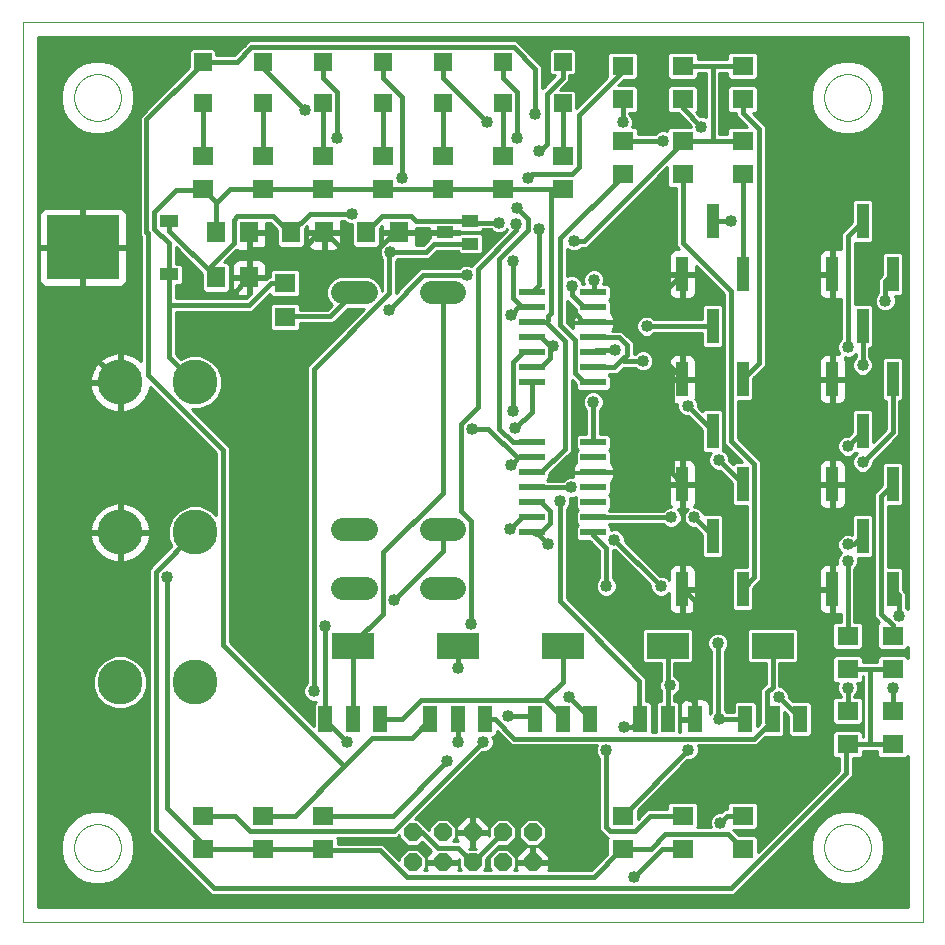
<source format=gtl>
G75*
G70*
%OFA0B0*%
%FSLAX24Y24*%
%IPPOS*%
%LPD*%
%AMOC8*
5,1,8,0,0,1.08239X$1,22.5*
%
%ADD10C,0.0000*%
%ADD11R,0.0866X0.0236*%
%ADD12R,0.0394X0.1181*%
%ADD13R,0.0710X0.0630*%
%ADD14R,0.0551X0.0394*%
%ADD15R,0.0630X0.0709*%
%ADD16R,0.2441X0.2126*%
%ADD17R,0.0630X0.0394*%
%ADD18R,0.0480X0.0880*%
%ADD19R,0.1417X0.0866*%
%ADD20R,0.0591X0.0591*%
%ADD21C,0.0780*%
%ADD22C,0.1500*%
%ADD23OC8,0.0600*%
%ADD24C,0.0160*%
%ADD25C,0.0400*%
%ADD26C,0.0100*%
D10*
X000180Y000180D02*
X000180Y030180D01*
X030180Y030180D01*
X030180Y000180D01*
X000180Y000180D01*
X001899Y002680D02*
X001901Y002736D01*
X001907Y002791D01*
X001917Y002846D01*
X001931Y002900D01*
X001948Y002953D01*
X001970Y003004D01*
X001995Y003054D01*
X002023Y003102D01*
X002055Y003148D01*
X002090Y003191D01*
X002128Y003232D01*
X002169Y003270D01*
X002212Y003305D01*
X002258Y003337D01*
X002306Y003365D01*
X002356Y003390D01*
X002407Y003412D01*
X002460Y003429D01*
X002514Y003443D01*
X002569Y003453D01*
X002624Y003459D01*
X002680Y003461D01*
X002736Y003459D01*
X002791Y003453D01*
X002846Y003443D01*
X002900Y003429D01*
X002953Y003412D01*
X003004Y003390D01*
X003054Y003365D01*
X003102Y003337D01*
X003148Y003305D01*
X003191Y003270D01*
X003232Y003232D01*
X003270Y003191D01*
X003305Y003148D01*
X003337Y003102D01*
X003365Y003054D01*
X003390Y003004D01*
X003412Y002953D01*
X003429Y002900D01*
X003443Y002846D01*
X003453Y002791D01*
X003459Y002736D01*
X003461Y002680D01*
X003459Y002624D01*
X003453Y002569D01*
X003443Y002514D01*
X003429Y002460D01*
X003412Y002407D01*
X003390Y002356D01*
X003365Y002306D01*
X003337Y002258D01*
X003305Y002212D01*
X003270Y002169D01*
X003232Y002128D01*
X003191Y002090D01*
X003148Y002055D01*
X003102Y002023D01*
X003054Y001995D01*
X003004Y001970D01*
X002953Y001948D01*
X002900Y001931D01*
X002846Y001917D01*
X002791Y001907D01*
X002736Y001901D01*
X002680Y001899D01*
X002624Y001901D01*
X002569Y001907D01*
X002514Y001917D01*
X002460Y001931D01*
X002407Y001948D01*
X002356Y001970D01*
X002306Y001995D01*
X002258Y002023D01*
X002212Y002055D01*
X002169Y002090D01*
X002128Y002128D01*
X002090Y002169D01*
X002055Y002212D01*
X002023Y002258D01*
X001995Y002306D01*
X001970Y002356D01*
X001948Y002407D01*
X001931Y002460D01*
X001917Y002514D01*
X001907Y002569D01*
X001901Y002624D01*
X001899Y002680D01*
X001899Y027680D02*
X001901Y027736D01*
X001907Y027791D01*
X001917Y027846D01*
X001931Y027900D01*
X001948Y027953D01*
X001970Y028004D01*
X001995Y028054D01*
X002023Y028102D01*
X002055Y028148D01*
X002090Y028191D01*
X002128Y028232D01*
X002169Y028270D01*
X002212Y028305D01*
X002258Y028337D01*
X002306Y028365D01*
X002356Y028390D01*
X002407Y028412D01*
X002460Y028429D01*
X002514Y028443D01*
X002569Y028453D01*
X002624Y028459D01*
X002680Y028461D01*
X002736Y028459D01*
X002791Y028453D01*
X002846Y028443D01*
X002900Y028429D01*
X002953Y028412D01*
X003004Y028390D01*
X003054Y028365D01*
X003102Y028337D01*
X003148Y028305D01*
X003191Y028270D01*
X003232Y028232D01*
X003270Y028191D01*
X003305Y028148D01*
X003337Y028102D01*
X003365Y028054D01*
X003390Y028004D01*
X003412Y027953D01*
X003429Y027900D01*
X003443Y027846D01*
X003453Y027791D01*
X003459Y027736D01*
X003461Y027680D01*
X003459Y027624D01*
X003453Y027569D01*
X003443Y027514D01*
X003429Y027460D01*
X003412Y027407D01*
X003390Y027356D01*
X003365Y027306D01*
X003337Y027258D01*
X003305Y027212D01*
X003270Y027169D01*
X003232Y027128D01*
X003191Y027090D01*
X003148Y027055D01*
X003102Y027023D01*
X003054Y026995D01*
X003004Y026970D01*
X002953Y026948D01*
X002900Y026931D01*
X002846Y026917D01*
X002791Y026907D01*
X002736Y026901D01*
X002680Y026899D01*
X002624Y026901D01*
X002569Y026907D01*
X002514Y026917D01*
X002460Y026931D01*
X002407Y026948D01*
X002356Y026970D01*
X002306Y026995D01*
X002258Y027023D01*
X002212Y027055D01*
X002169Y027090D01*
X002128Y027128D01*
X002090Y027169D01*
X002055Y027212D01*
X002023Y027258D01*
X001995Y027306D01*
X001970Y027356D01*
X001948Y027407D01*
X001931Y027460D01*
X001917Y027514D01*
X001907Y027569D01*
X001901Y027624D01*
X001899Y027680D01*
X026899Y027680D02*
X026901Y027736D01*
X026907Y027791D01*
X026917Y027846D01*
X026931Y027900D01*
X026948Y027953D01*
X026970Y028004D01*
X026995Y028054D01*
X027023Y028102D01*
X027055Y028148D01*
X027090Y028191D01*
X027128Y028232D01*
X027169Y028270D01*
X027212Y028305D01*
X027258Y028337D01*
X027306Y028365D01*
X027356Y028390D01*
X027407Y028412D01*
X027460Y028429D01*
X027514Y028443D01*
X027569Y028453D01*
X027624Y028459D01*
X027680Y028461D01*
X027736Y028459D01*
X027791Y028453D01*
X027846Y028443D01*
X027900Y028429D01*
X027953Y028412D01*
X028004Y028390D01*
X028054Y028365D01*
X028102Y028337D01*
X028148Y028305D01*
X028191Y028270D01*
X028232Y028232D01*
X028270Y028191D01*
X028305Y028148D01*
X028337Y028102D01*
X028365Y028054D01*
X028390Y028004D01*
X028412Y027953D01*
X028429Y027900D01*
X028443Y027846D01*
X028453Y027791D01*
X028459Y027736D01*
X028461Y027680D01*
X028459Y027624D01*
X028453Y027569D01*
X028443Y027514D01*
X028429Y027460D01*
X028412Y027407D01*
X028390Y027356D01*
X028365Y027306D01*
X028337Y027258D01*
X028305Y027212D01*
X028270Y027169D01*
X028232Y027128D01*
X028191Y027090D01*
X028148Y027055D01*
X028102Y027023D01*
X028054Y026995D01*
X028004Y026970D01*
X027953Y026948D01*
X027900Y026931D01*
X027846Y026917D01*
X027791Y026907D01*
X027736Y026901D01*
X027680Y026899D01*
X027624Y026901D01*
X027569Y026907D01*
X027514Y026917D01*
X027460Y026931D01*
X027407Y026948D01*
X027356Y026970D01*
X027306Y026995D01*
X027258Y027023D01*
X027212Y027055D01*
X027169Y027090D01*
X027128Y027128D01*
X027090Y027169D01*
X027055Y027212D01*
X027023Y027258D01*
X026995Y027306D01*
X026970Y027356D01*
X026948Y027407D01*
X026931Y027460D01*
X026917Y027514D01*
X026907Y027569D01*
X026901Y027624D01*
X026899Y027680D01*
X026899Y002680D02*
X026901Y002736D01*
X026907Y002791D01*
X026917Y002846D01*
X026931Y002900D01*
X026948Y002953D01*
X026970Y003004D01*
X026995Y003054D01*
X027023Y003102D01*
X027055Y003148D01*
X027090Y003191D01*
X027128Y003232D01*
X027169Y003270D01*
X027212Y003305D01*
X027258Y003337D01*
X027306Y003365D01*
X027356Y003390D01*
X027407Y003412D01*
X027460Y003429D01*
X027514Y003443D01*
X027569Y003453D01*
X027624Y003459D01*
X027680Y003461D01*
X027736Y003459D01*
X027791Y003453D01*
X027846Y003443D01*
X027900Y003429D01*
X027953Y003412D01*
X028004Y003390D01*
X028054Y003365D01*
X028102Y003337D01*
X028148Y003305D01*
X028191Y003270D01*
X028232Y003232D01*
X028270Y003191D01*
X028305Y003148D01*
X028337Y003102D01*
X028365Y003054D01*
X028390Y003004D01*
X028412Y002953D01*
X028429Y002900D01*
X028443Y002846D01*
X028453Y002791D01*
X028459Y002736D01*
X028461Y002680D01*
X028459Y002624D01*
X028453Y002569D01*
X028443Y002514D01*
X028429Y002460D01*
X028412Y002407D01*
X028390Y002356D01*
X028365Y002306D01*
X028337Y002258D01*
X028305Y002212D01*
X028270Y002169D01*
X028232Y002128D01*
X028191Y002090D01*
X028148Y002055D01*
X028102Y002023D01*
X028054Y001995D01*
X028004Y001970D01*
X027953Y001948D01*
X027900Y001931D01*
X027846Y001917D01*
X027791Y001907D01*
X027736Y001901D01*
X027680Y001899D01*
X027624Y001901D01*
X027569Y001907D01*
X027514Y001917D01*
X027460Y001931D01*
X027407Y001948D01*
X027356Y001970D01*
X027306Y001995D01*
X027258Y002023D01*
X027212Y002055D01*
X027169Y002090D01*
X027128Y002128D01*
X027090Y002169D01*
X027055Y002212D01*
X027023Y002258D01*
X026995Y002306D01*
X026970Y002356D01*
X026948Y002407D01*
X026931Y002460D01*
X026917Y002514D01*
X026907Y002569D01*
X026901Y002624D01*
X026899Y002680D01*
D11*
X019204Y013180D03*
X019204Y013680D03*
X019204Y014180D03*
X019204Y014680D03*
X019204Y015180D03*
X019204Y015680D03*
X019204Y016180D03*
X019204Y018180D03*
X019204Y018680D03*
X019204Y019180D03*
X019204Y019680D03*
X019204Y020180D03*
X019204Y020680D03*
X019204Y021180D03*
X017156Y021180D03*
X017156Y020680D03*
X017156Y020180D03*
X017156Y019680D03*
X017156Y019180D03*
X017156Y018680D03*
X017156Y018180D03*
X017156Y016180D03*
X017156Y015680D03*
X017156Y015180D03*
X017156Y014680D03*
X017156Y014180D03*
X017156Y013680D03*
X017156Y013180D03*
D12*
X022176Y014794D03*
X023180Y013066D03*
X024184Y014794D03*
X023180Y016566D03*
X022176Y018294D03*
X024184Y018294D03*
X023180Y020066D03*
X022176Y021794D03*
X024184Y021794D03*
X023180Y023566D03*
X027176Y021794D03*
X028180Y020066D03*
X029184Y021794D03*
X028180Y023566D03*
X027176Y018294D03*
X028180Y016566D03*
X029184Y018294D03*
X029184Y014794D03*
X028180Y013066D03*
X027176Y014794D03*
X027176Y011294D03*
X029184Y011294D03*
X024184Y011294D03*
X022176Y011294D03*
D13*
X027680Y009740D03*
X027680Y008620D03*
X027680Y007240D03*
X027680Y006120D03*
X029180Y006120D03*
X029180Y007240D03*
X029180Y008620D03*
X029180Y009740D03*
X024180Y003740D03*
X024180Y002620D03*
X022180Y002620D03*
X022180Y003740D03*
X020180Y003740D03*
X020180Y002620D03*
X010180Y002620D03*
X010180Y003740D03*
X008180Y003740D03*
X008180Y002620D03*
X006180Y002620D03*
X006180Y003740D03*
X008930Y020370D03*
X008930Y021490D03*
X008180Y024620D03*
X008180Y025740D03*
X006180Y025740D03*
X006180Y024620D03*
X010180Y024620D03*
X010180Y025740D03*
X012180Y025740D03*
X012180Y024620D03*
X014180Y024620D03*
X014180Y025740D03*
X016180Y025740D03*
X016180Y024620D03*
X018180Y024620D03*
X018180Y025740D03*
X020180Y026240D03*
X020180Y025120D03*
X022180Y025120D03*
X022180Y026240D03*
X022180Y027620D03*
X022180Y028740D03*
X024180Y028740D03*
X024180Y027620D03*
X024180Y026240D03*
X024180Y025120D03*
X020180Y027620D03*
X020180Y028740D03*
D14*
X015113Y023554D03*
X015113Y022806D03*
X014247Y023180D03*
D15*
X012731Y023180D03*
X011629Y023180D03*
X010231Y023180D03*
X009129Y023180D03*
X007731Y023180D03*
X006629Y023180D03*
X006629Y021680D03*
X007731Y021680D03*
D16*
X002196Y022680D03*
D17*
X005070Y021782D03*
X005070Y023578D03*
D18*
X010270Y006960D03*
X011180Y006960D03*
X012090Y006960D03*
X013770Y006960D03*
X014680Y006960D03*
X015590Y006960D03*
X017270Y006960D03*
X018180Y006960D03*
X019090Y006960D03*
X020770Y006960D03*
X021680Y006960D03*
X022590Y006960D03*
X024270Y006960D03*
X025180Y006960D03*
X026090Y006960D03*
D19*
X025180Y009400D03*
X021680Y009400D03*
X018180Y009400D03*
X014680Y009400D03*
X011180Y009400D03*
D20*
X010180Y027491D03*
X010180Y028869D03*
X008180Y028869D03*
X008180Y027491D03*
X006180Y027491D03*
X006180Y028869D03*
X012180Y028869D03*
X012180Y027491D03*
X014180Y027491D03*
X014180Y028869D03*
X016180Y028869D03*
X016180Y027491D03*
X018180Y027491D03*
X018180Y028869D03*
D21*
X014570Y021180D02*
X013790Y021180D01*
X011620Y021180D02*
X010840Y021180D01*
X010840Y013310D02*
X011620Y013310D01*
X011620Y011340D02*
X010840Y011340D01*
X013790Y011340D02*
X014570Y011340D01*
X014570Y013310D02*
X013790Y013310D01*
D22*
X005930Y013180D03*
X003430Y013180D03*
X003430Y018180D03*
X005930Y018180D03*
X005930Y008180D03*
X003430Y008180D03*
D23*
X013180Y003180D03*
X013180Y002180D03*
X014180Y002180D03*
X014180Y003180D03*
X015180Y003180D03*
X015180Y002180D03*
X016180Y002180D03*
X016180Y003180D03*
X017180Y003180D03*
X017180Y002180D03*
D24*
X016180Y003180D02*
X015180Y002180D01*
X014700Y002660D01*
X014020Y002660D01*
X013500Y003180D01*
X013180Y003180D01*
X012560Y003240D02*
X015530Y006210D01*
X015590Y006950D02*
X015590Y006960D01*
X015590Y006950D02*
X015930Y006950D01*
X016570Y006310D01*
X024560Y006310D01*
X025180Y006930D01*
X025180Y006960D01*
X025000Y006860D01*
X025000Y007860D01*
X025180Y008040D01*
X025180Y009400D01*
X024460Y010520D02*
X022580Y010520D01*
X022580Y007700D01*
X022510Y007700D01*
X022580Y007700D02*
X022580Y006960D01*
X022590Y006960D01*
X023350Y007020D02*
X023390Y006950D01*
X024270Y006950D01*
X024270Y006960D01*
X023350Y007020D02*
X023350Y009490D01*
X022580Y010520D02*
X022580Y010890D01*
X022180Y011290D01*
X022176Y011294D01*
X022180Y011370D01*
X022180Y014720D01*
X022176Y014794D01*
X022170Y014800D01*
X021790Y015180D01*
X021830Y015250D01*
X021830Y018530D01*
X021885Y018585D01*
X022170Y018300D01*
X022176Y018294D01*
X021885Y018585D02*
X020360Y020110D01*
X020360Y020180D01*
X019204Y020180D01*
X019130Y020210D01*
X018860Y020210D01*
X018620Y020450D01*
X018490Y020450D01*
X018110Y020080D02*
X018590Y019600D01*
X018590Y018480D01*
X018890Y018180D01*
X019204Y018180D01*
X019204Y018680D02*
X019900Y018680D01*
X020175Y018955D01*
X020230Y018900D01*
X020850Y018900D01*
X020320Y019100D02*
X020320Y019420D01*
X020060Y019680D01*
X019204Y019680D01*
X019290Y019260D02*
X019210Y019180D01*
X019204Y019180D01*
X019290Y019260D02*
X019940Y019260D01*
X020175Y018955D02*
X020320Y019100D01*
X020360Y020180D02*
X020560Y020180D01*
X022170Y021790D01*
X022176Y021794D01*
X022180Y022840D02*
X023800Y021220D01*
X023800Y016230D01*
X024570Y015460D01*
X024570Y011680D01*
X024190Y011300D01*
X024184Y011294D01*
X024460Y010520D02*
X025210Y011270D01*
X027100Y011270D01*
X027176Y011294D01*
X027180Y011300D01*
X027180Y014790D01*
X027176Y014794D01*
X027180Y014870D01*
X027180Y018290D01*
X027176Y018294D01*
X027180Y018370D01*
X027180Y021790D01*
X027176Y021794D01*
X027690Y023070D02*
X028180Y023560D01*
X028180Y023566D01*
X027690Y023070D02*
X027690Y019350D01*
X028180Y018750D02*
X028180Y020066D01*
X028940Y020900D02*
X028940Y021550D01*
X029180Y021790D01*
X029184Y021794D01*
X029184Y018294D02*
X029180Y018290D01*
X029180Y016520D01*
X028180Y015520D01*
X027680Y016060D02*
X028180Y016560D01*
X028180Y016566D01*
X029184Y014794D02*
X029180Y014790D01*
X028800Y014410D01*
X028800Y010460D01*
X029180Y010080D01*
X029180Y009740D01*
X029400Y010400D02*
X029400Y011080D01*
X029190Y011290D01*
X029184Y011294D01*
X027680Y012240D02*
X027680Y009740D01*
X027680Y008620D02*
X027680Y008620D01*
X028430Y008620D01*
X028430Y006120D01*
X027680Y006120D01*
X027680Y006120D01*
X027640Y006050D01*
X027640Y005150D01*
X023810Y001320D01*
X006550Y001320D01*
X004620Y003250D01*
X004620Y011870D01*
X005930Y013180D01*
X005000Y011710D02*
X005000Y003990D01*
X006150Y002840D01*
X006150Y002700D01*
X006180Y002620D01*
X006180Y002620D01*
X008180Y002620D01*
X008180Y002620D01*
X008250Y002620D01*
X010180Y002620D01*
X010180Y002620D01*
X010250Y002580D01*
X012100Y002580D01*
X012980Y001700D01*
X019230Y001700D01*
X020110Y002580D01*
X020180Y002620D01*
X020180Y002630D01*
X021120Y002630D01*
X021610Y003120D01*
X023690Y003120D01*
X024180Y002630D01*
X024180Y002620D01*
X023440Y003500D02*
X023670Y003730D01*
X024180Y003730D01*
X024180Y003740D01*
X022180Y003730D02*
X022180Y003740D01*
X022180Y003730D02*
X021100Y003730D01*
X020610Y003240D01*
X019750Y003240D01*
X019640Y003350D01*
X019640Y005930D01*
X020230Y006690D02*
X020510Y006690D01*
X020770Y006950D01*
X020770Y006960D01*
X020740Y007040D01*
X020740Y008240D01*
X018090Y010890D01*
X018090Y014230D01*
X017770Y013880D02*
X017470Y014180D01*
X017156Y014180D01*
X017156Y013680D02*
X016820Y013680D01*
X016420Y013280D01*
X017156Y013180D02*
X017380Y013110D01*
X017710Y012780D01*
X017470Y013180D02*
X017770Y013480D01*
X017770Y013880D01*
X017470Y013180D02*
X017156Y013180D01*
X017156Y014680D02*
X018470Y014680D01*
X019204Y015180D02*
X021790Y015180D01*
X021800Y013680D02*
X019204Y013680D01*
X019210Y013180D02*
X019204Y013180D01*
X019210Y013180D02*
X019210Y013090D01*
X019640Y012660D01*
X019640Y011390D01*
X019910Y012930D02*
X021450Y011390D01*
X023180Y013066D02*
X023180Y013070D01*
X022570Y013680D01*
X024180Y014800D02*
X024184Y014794D01*
X024180Y014800D02*
X023390Y015590D01*
X023180Y016566D02*
X023180Y016570D01*
X022350Y017400D01*
X024184Y018294D02*
X024190Y018300D01*
X024720Y018830D01*
X024720Y026630D01*
X024180Y027170D01*
X024180Y027620D01*
X024180Y028740D02*
X024180Y028740D01*
X023180Y028740D01*
X023180Y026240D01*
X022180Y026240D01*
X022180Y026240D01*
X022150Y026160D01*
X018890Y022900D01*
X018570Y022900D01*
X018110Y022980D02*
X018110Y020080D01*
X017680Y020250D02*
X017680Y020390D01*
X017790Y020500D01*
X017790Y024620D01*
X018180Y024620D01*
X018180Y024620D01*
X017790Y024620D02*
X016250Y024620D01*
X016180Y024620D01*
X016180Y024620D01*
X014250Y024620D01*
X014180Y024620D01*
X014180Y024620D01*
X012250Y024620D01*
X012180Y024620D01*
X012180Y024620D01*
X010250Y024620D01*
X010180Y024620D01*
X010180Y024620D01*
X008250Y024620D01*
X008180Y024620D01*
X008180Y024620D01*
X007090Y024620D01*
X006690Y024220D01*
X006620Y024180D01*
X006180Y024620D01*
X006180Y024620D01*
X006110Y024580D01*
X005300Y024580D01*
X004570Y023850D01*
X004570Y023310D01*
X005050Y022830D01*
X005050Y021860D01*
X005070Y021782D01*
X005070Y021780D01*
X005070Y020750D01*
X007730Y020750D01*
X008460Y021480D01*
X008930Y021480D01*
X008930Y021490D01*
X008930Y020380D02*
X008930Y020370D01*
X008930Y020380D02*
X010430Y020380D01*
X011230Y021180D01*
X012400Y021150D02*
X012400Y022450D01*
X012440Y022520D01*
X013620Y022520D01*
X013900Y022800D01*
X015110Y022800D01*
X015113Y022806D01*
X015180Y023510D02*
X015113Y023554D01*
X015110Y023560D01*
X013280Y023560D01*
X013120Y023720D01*
X012170Y023720D01*
X011630Y023180D01*
X011629Y023180D01*
X012020Y022640D02*
X010820Y022640D01*
X010310Y023150D01*
X010231Y023180D01*
X010060Y023180D01*
X009520Y022640D01*
X007730Y022640D01*
X007730Y021680D01*
X007731Y021680D01*
X007670Y021630D01*
X007180Y021140D01*
X007180Y021130D01*
X006629Y021680D02*
X006400Y022010D01*
X007230Y022840D01*
X007230Y023610D01*
X007340Y023720D01*
X008540Y023720D01*
X009050Y023210D01*
X009129Y023180D01*
X009130Y023180D01*
X009750Y023800D01*
X011160Y023800D01*
X012020Y022640D02*
X012520Y023140D01*
X012660Y023140D01*
X012731Y023180D01*
X013670Y023180D01*
X013670Y023110D01*
X013670Y023180D02*
X014247Y023180D01*
X015180Y023510D02*
X016050Y023510D01*
X016640Y023460D02*
X016640Y023250D01*
X015360Y021970D01*
X015360Y017350D01*
X014790Y016780D01*
X014790Y013900D01*
X015140Y013550D01*
X015140Y010140D01*
X014680Y009400D02*
X014680Y008660D01*
X013450Y007580D02*
X017590Y007580D01*
X017630Y007650D01*
X018180Y008200D01*
X018180Y009400D01*
X018380Y007700D02*
X019080Y007000D01*
X019080Y006960D01*
X019090Y006960D01*
X018180Y006960D02*
X018180Y006990D01*
X017590Y007580D01*
X017180Y007050D02*
X017270Y006960D01*
X017270Y006960D01*
X017180Y007050D02*
X016370Y007050D01*
X014680Y006960D02*
X014680Y006210D01*
X014330Y005550D02*
X012520Y003740D01*
X010180Y003740D01*
X010180Y003740D01*
X009250Y003740D02*
X010895Y005385D01*
X006860Y009420D01*
X006860Y015930D01*
X004360Y018430D01*
X004360Y023150D01*
X004310Y023200D01*
X004310Y026950D01*
X006150Y028790D01*
X006180Y028869D01*
X006180Y028870D01*
X007330Y028870D01*
X007810Y029350D01*
X016550Y029350D01*
X017270Y028630D01*
X017270Y027120D01*
X017650Y027810D02*
X017650Y026140D01*
X017410Y025900D01*
X018180Y025740D02*
X018180Y027491D01*
X017650Y027810D02*
X018180Y028340D01*
X018180Y028869D01*
X016660Y027860D02*
X016660Y026330D01*
X016180Y025740D02*
X016180Y027491D01*
X016660Y027860D02*
X016180Y028340D01*
X016180Y028869D01*
X014180Y028869D02*
X014180Y028340D01*
X015670Y026850D01*
X014180Y027491D02*
X014180Y025740D01*
X012840Y025000D02*
X012840Y027680D01*
X012180Y028340D01*
X012180Y028869D01*
X012180Y027491D02*
X012180Y025740D01*
X010660Y026330D02*
X010660Y027860D01*
X010180Y028340D01*
X010180Y028869D01*
X010180Y027491D02*
X010180Y025740D01*
X009580Y027270D02*
X008180Y028670D01*
X008180Y028869D01*
X008180Y027491D02*
X008180Y025740D01*
X006620Y024180D02*
X006620Y023180D01*
X006629Y023180D01*
X007730Y023180D02*
X007730Y022640D01*
X007730Y023180D02*
X007731Y023180D01*
X006629Y021680D02*
X006620Y021680D01*
X005070Y023230D01*
X005070Y023570D01*
X005070Y023578D01*
X006180Y025740D02*
X006180Y027491D01*
X002200Y022680D02*
X002196Y022680D01*
X002200Y022680D02*
X002200Y019410D01*
X003430Y018180D01*
X003430Y013180D01*
X005930Y018180D02*
X005070Y019040D01*
X005070Y020750D01*
X009890Y018640D02*
X012400Y021150D01*
X012400Y020610D02*
X013540Y021750D01*
X014980Y021750D01*
X014180Y021180D02*
X014180Y014510D01*
X012190Y012520D01*
X012190Y010460D01*
X011210Y009480D01*
X011180Y009400D01*
X011180Y006960D01*
X010990Y006210D02*
X010310Y006890D01*
X010270Y006960D01*
X010270Y006960D01*
X010270Y010060D01*
X009890Y007890D02*
X009890Y018640D01*
X015170Y016620D02*
X015710Y016620D01*
X016650Y015680D01*
X016630Y015610D01*
X016450Y015430D01*
X016650Y015680D02*
X017156Y015680D01*
X017156Y015180D02*
X017470Y015180D01*
X018250Y015960D01*
X018250Y019570D01*
X017640Y020180D01*
X017680Y020250D01*
X017640Y020180D02*
X017156Y020180D01*
X017156Y020680D02*
X016850Y020680D01*
X016775Y020755D01*
X016450Y020430D01*
X016775Y020755D02*
X016540Y020990D01*
X016540Y022240D01*
X016070Y022310D02*
X016070Y016630D01*
X016520Y016180D01*
X017156Y016180D01*
X016590Y016650D02*
X017150Y017210D01*
X017150Y018180D01*
X017156Y018180D01*
X017156Y018680D02*
X017470Y018680D01*
X017770Y018980D01*
X017770Y019380D01*
X017840Y019410D01*
X017870Y019410D01*
X017770Y019380D02*
X017470Y019680D01*
X017156Y019680D01*
X017156Y019180D02*
X016850Y019180D01*
X016540Y018870D01*
X016540Y017240D01*
X019200Y017540D02*
X019200Y016180D01*
X019204Y016180D01*
X020980Y020060D02*
X023180Y020060D01*
X023180Y020066D01*
X024184Y021794D02*
X024180Y021800D01*
X024180Y025120D01*
X024180Y026240D02*
X024180Y026240D01*
X023180Y026240D01*
X022800Y026700D02*
X022180Y027320D01*
X022180Y027620D01*
X022180Y028740D02*
X022180Y028740D01*
X023180Y028740D01*
X021520Y026240D02*
X020180Y026240D01*
X020180Y026240D01*
X020180Y026860D02*
X020180Y027620D01*
X020180Y028550D02*
X018720Y027090D01*
X018720Y025350D01*
X018490Y025120D01*
X017150Y025120D01*
X017030Y025000D01*
X016650Y024010D02*
X016650Y023990D01*
X017020Y023620D01*
X017020Y023260D01*
X016070Y022310D01*
X017156Y021180D02*
X017160Y021180D01*
X017410Y021430D01*
X017410Y023280D01*
X018110Y022980D02*
X020180Y025050D01*
X020180Y025120D01*
X022180Y025120D02*
X022180Y022840D01*
X023180Y023560D02*
X023180Y023566D01*
X023180Y023560D02*
X023800Y023560D01*
X019220Y021600D02*
X019220Y021190D01*
X019210Y021180D01*
X019204Y021180D01*
X019204Y020680D02*
X018890Y020680D01*
X018490Y021080D01*
X018490Y021410D01*
X020180Y028550D02*
X020180Y028740D01*
X014180Y013310D02*
X014180Y012550D01*
X012570Y010940D01*
X013450Y007580D02*
X012830Y006960D01*
X012090Y006960D01*
X012090Y006960D01*
X011840Y006330D02*
X013150Y006330D01*
X013770Y006950D01*
X013770Y006960D01*
X011840Y006330D02*
X010895Y005385D01*
X009250Y003740D02*
X008180Y003740D01*
X008180Y003740D01*
X007750Y003240D02*
X012560Y003240D01*
X007750Y003240D02*
X007260Y003730D01*
X006180Y003730D01*
X006180Y003740D01*
X020180Y003740D02*
X020180Y003740D01*
X022370Y005930D01*
X021680Y006960D02*
X021680Y008080D01*
X021750Y008080D01*
X021680Y008080D02*
X021680Y009400D01*
X025380Y007700D02*
X026080Y007000D01*
X026080Y006960D01*
X026090Y006960D01*
X027680Y007240D02*
X027680Y008000D01*
X028430Y008620D02*
X029180Y008620D01*
X029180Y008620D01*
X029180Y008000D02*
X029180Y007240D01*
X029180Y006120D02*
X029180Y006120D01*
X028430Y006120D01*
X022180Y002620D02*
X022180Y002620D01*
X021480Y002620D01*
X020560Y001700D01*
X027680Y012780D02*
X027900Y012780D01*
X028180Y013060D01*
X028180Y013066D01*
D25*
X027680Y012780D03*
X027680Y012240D03*
X029400Y010400D03*
X029180Y008000D03*
X027680Y008000D03*
X025380Y007700D03*
X023390Y006950D03*
X022510Y007700D03*
X021750Y008080D03*
X020230Y006690D03*
X019640Y005930D03*
X018380Y007700D03*
X016370Y007050D03*
X015530Y006210D03*
X014680Y006210D03*
X014330Y005550D03*
X014680Y008660D03*
X015140Y010140D03*
X012570Y010940D03*
X010270Y010060D03*
X009890Y007890D03*
X010990Y006210D03*
X005000Y011710D03*
X012400Y020610D03*
X012440Y022520D03*
X011160Y023800D03*
X012840Y025000D03*
X013670Y023110D03*
X014980Y021750D03*
X016540Y022240D03*
X017410Y023280D03*
X016640Y023460D03*
X016650Y024010D03*
X016050Y023510D03*
X017030Y025000D03*
X017410Y025900D03*
X016660Y026330D03*
X017270Y027120D03*
X015670Y026850D03*
X018570Y022900D03*
X019220Y021600D03*
X018490Y021410D03*
X018490Y020450D03*
X017870Y019410D03*
X016450Y020430D03*
X019200Y017540D03*
X020850Y018900D03*
X019940Y019260D03*
X020980Y020060D03*
X022350Y017400D03*
X023390Y015590D03*
X022570Y013680D03*
X021800Y013680D03*
X019910Y012930D03*
X019640Y011390D03*
X021450Y011390D03*
X023350Y009490D03*
X022370Y005930D03*
X023440Y003500D03*
X020560Y001700D03*
X017710Y012780D03*
X016420Y013280D03*
X018090Y014230D03*
X018470Y014680D03*
X016450Y015430D03*
X016590Y016650D03*
X016540Y017240D03*
X015170Y016620D03*
X007180Y021130D03*
X010660Y026330D03*
X009580Y027270D03*
X020180Y026860D03*
X021520Y026240D03*
X022800Y026700D03*
X023800Y023560D03*
X027690Y019350D03*
X028180Y018750D03*
X028940Y020900D03*
X027680Y016060D03*
X028180Y015520D03*
D26*
X027853Y015645D02*
X024711Y015645D01*
X024665Y015690D02*
X024030Y016325D01*
X024030Y017554D01*
X024443Y017554D01*
X024531Y017641D01*
X024531Y018316D01*
X024950Y018735D01*
X024950Y026725D01*
X024815Y026860D01*
X024520Y027155D01*
X024597Y027155D01*
X024685Y027243D01*
X024685Y027997D01*
X024597Y028085D01*
X023763Y028085D01*
X023675Y027997D01*
X023675Y027243D01*
X023763Y027155D01*
X023950Y027155D01*
X023950Y027075D01*
X024320Y026705D01*
X023763Y026705D01*
X023675Y026617D01*
X023675Y026470D01*
X023410Y026470D01*
X023410Y028510D01*
X023675Y028510D01*
X023675Y028363D01*
X023763Y028275D01*
X024597Y028275D01*
X024685Y028363D01*
X024685Y029117D01*
X024597Y029205D01*
X023763Y029205D01*
X023675Y029117D01*
X023675Y028970D01*
X022685Y028970D01*
X022685Y029117D01*
X022597Y029205D01*
X021763Y029205D01*
X021675Y029117D01*
X021675Y028363D01*
X021763Y028275D01*
X022597Y028275D01*
X022685Y028363D01*
X022685Y028510D01*
X022950Y028510D01*
X022950Y027017D01*
X022870Y027050D01*
X022775Y027050D01*
X022634Y027192D01*
X022685Y027243D01*
X022685Y027997D01*
X022597Y028085D01*
X021763Y028085D01*
X021675Y027997D01*
X021675Y027243D01*
X021763Y027155D01*
X022020Y027155D01*
X022450Y026725D01*
X022450Y026705D01*
X021763Y026705D01*
X021675Y026617D01*
X021675Y026555D01*
X021590Y026590D01*
X021450Y026590D01*
X021322Y026537D01*
X021255Y026470D01*
X020685Y026470D01*
X020685Y026617D01*
X020597Y026705D01*
X020495Y026705D01*
X020530Y026790D01*
X020530Y026930D01*
X020477Y027058D01*
X020410Y027125D01*
X020410Y027155D01*
X020597Y027155D01*
X020685Y027243D01*
X020685Y027997D01*
X020597Y028085D01*
X020040Y028085D01*
X020230Y028275D01*
X020597Y028275D01*
X020685Y028363D01*
X020685Y029117D01*
X020597Y029205D01*
X019763Y029205D01*
X019675Y029117D01*
X019675Y028370D01*
X018625Y027321D01*
X018625Y027848D01*
X018537Y027936D01*
X018102Y027936D01*
X018410Y028245D01*
X018410Y028424D01*
X018537Y028424D01*
X018625Y028512D01*
X018625Y029226D01*
X018537Y029314D01*
X017823Y029314D01*
X017735Y029226D01*
X017735Y028512D01*
X017823Y028424D01*
X017938Y028424D01*
X017555Y028040D01*
X017500Y027985D01*
X017500Y028725D01*
X017365Y028860D01*
X016645Y029580D01*
X007715Y029580D01*
X007580Y029445D01*
X007235Y029100D01*
X006625Y029100D01*
X006625Y029226D01*
X006537Y029314D01*
X005823Y029314D01*
X005735Y029226D01*
X005735Y028700D01*
X004080Y027045D01*
X004080Y023105D01*
X004130Y023055D01*
X004130Y018894D01*
X004097Y018927D01*
X004010Y018997D01*
X003914Y019057D01*
X003813Y019105D01*
X003707Y019142D01*
X003598Y019167D01*
X003486Y019180D01*
X003480Y019180D01*
X003480Y018230D01*
X003380Y018230D01*
X003380Y019180D01*
X003374Y019180D01*
X003262Y019167D01*
X003153Y019142D01*
X003047Y019105D01*
X002946Y019057D01*
X002850Y018997D01*
X002763Y018927D01*
X002683Y018847D01*
X002613Y018760D01*
X002553Y018664D01*
X002505Y018563D01*
X002468Y018457D01*
X002443Y018348D01*
X002430Y018236D01*
X002430Y018230D01*
X003380Y018230D01*
X003380Y018130D01*
X003480Y018130D01*
X003480Y017180D01*
X003486Y017180D01*
X003598Y017193D01*
X003707Y017218D01*
X003813Y017255D01*
X003914Y017303D01*
X004010Y017363D01*
X004097Y017433D01*
X004177Y017513D01*
X004247Y017600D01*
X004307Y017696D01*
X004355Y017797D01*
X004392Y017903D01*
X004417Y018012D01*
X004421Y018044D01*
X006630Y015835D01*
X006630Y013753D01*
X006440Y013943D01*
X006109Y014080D01*
X005751Y014080D01*
X005420Y013943D01*
X005167Y013690D01*
X005030Y013359D01*
X005030Y013001D01*
X005146Y012721D01*
X004390Y011965D01*
X004390Y003155D01*
X004525Y003020D01*
X006455Y001090D01*
X023905Y001090D01*
X024040Y001225D01*
X027870Y005055D01*
X027870Y005655D01*
X028097Y005655D01*
X028185Y005743D01*
X028185Y005890D01*
X028675Y005890D01*
X028675Y005743D01*
X028763Y005655D01*
X029597Y005655D01*
X029680Y005738D01*
X029680Y000680D01*
X000680Y000680D01*
X000680Y029680D01*
X029680Y029680D01*
X029680Y010615D01*
X029630Y010665D01*
X029630Y011175D01*
X029531Y011274D01*
X029531Y011947D01*
X029443Y012035D01*
X029030Y012035D01*
X029030Y014054D01*
X029443Y014054D01*
X029531Y014141D01*
X029531Y015447D01*
X029443Y015535D01*
X028925Y015535D01*
X028837Y015447D01*
X028837Y014772D01*
X028570Y014505D01*
X028570Y010365D01*
X028705Y010230D01*
X028746Y010188D01*
X028675Y010117D01*
X028675Y009363D01*
X028763Y009275D01*
X029597Y009275D01*
X029680Y009358D01*
X029680Y009002D01*
X029597Y009085D01*
X028763Y009085D01*
X028675Y008997D01*
X028675Y008850D01*
X028185Y008850D01*
X028185Y008997D01*
X028097Y009085D01*
X027263Y009085D01*
X027175Y008997D01*
X027175Y008243D01*
X027263Y008155D01*
X027365Y008155D01*
X027330Y008070D01*
X027330Y007930D01*
X027383Y007802D01*
X027450Y007735D01*
X027450Y007705D01*
X027263Y007705D01*
X027175Y007617D01*
X027175Y006863D01*
X027263Y006775D01*
X028097Y006775D01*
X028185Y006863D01*
X028185Y007617D01*
X028097Y007705D01*
X027910Y007705D01*
X027910Y007735D01*
X027977Y007802D01*
X028030Y007930D01*
X028030Y008070D01*
X027995Y008155D01*
X028097Y008155D01*
X028185Y008243D01*
X028185Y008390D01*
X028200Y008390D01*
X028200Y006350D01*
X028185Y006350D01*
X028185Y006497D01*
X028097Y006585D01*
X027263Y006585D01*
X027175Y006497D01*
X027175Y005743D01*
X027263Y005655D01*
X027410Y005655D01*
X027410Y005245D01*
X024685Y002520D01*
X024685Y002997D01*
X024597Y003085D01*
X024050Y003085D01*
X023860Y003275D01*
X024597Y003275D01*
X024685Y003363D01*
X024685Y004117D01*
X024597Y004205D01*
X023763Y004205D01*
X023675Y004117D01*
X023675Y003960D01*
X023575Y003960D01*
X023465Y003850D01*
X023370Y003850D01*
X023242Y003797D01*
X023143Y003698D01*
X023090Y003570D01*
X023090Y003430D01*
X023123Y003350D01*
X022672Y003350D01*
X022685Y003363D01*
X022685Y004117D01*
X022597Y004205D01*
X021763Y004205D01*
X021675Y004117D01*
X021675Y003960D01*
X021005Y003960D01*
X020685Y003640D01*
X020685Y003920D01*
X022345Y005580D01*
X022440Y005580D01*
X022568Y005633D01*
X022667Y005732D01*
X022720Y005860D01*
X022720Y006000D01*
X022687Y006080D01*
X024655Y006080D01*
X024945Y006370D01*
X025482Y006370D01*
X025570Y006458D01*
X025570Y007185D01*
X025700Y007055D01*
X025700Y006458D01*
X025788Y006370D01*
X026392Y006370D01*
X026480Y006458D01*
X026480Y007462D01*
X026392Y007550D01*
X025855Y007550D01*
X025730Y007675D01*
X025730Y007770D01*
X025677Y007898D01*
X025578Y007997D01*
X025450Y008050D01*
X025410Y008050D01*
X025410Y008817D01*
X025951Y008817D01*
X026039Y008905D01*
X026039Y009895D01*
X025951Y009983D01*
X024409Y009983D01*
X024321Y009895D01*
X024321Y008905D01*
X024409Y008817D01*
X024950Y008817D01*
X024950Y008135D01*
X024905Y008090D01*
X024770Y007955D01*
X024770Y006892D01*
X024753Y006832D01*
X024754Y006829D01*
X024660Y006735D01*
X024660Y007462D01*
X024572Y007550D01*
X023968Y007550D01*
X023880Y007462D01*
X023880Y007180D01*
X023655Y007180D01*
X023588Y007247D01*
X023580Y007250D01*
X023580Y009225D01*
X023647Y009292D01*
X023700Y009420D01*
X023700Y009560D01*
X023647Y009688D01*
X023548Y009787D01*
X023420Y009840D01*
X023280Y009840D01*
X023152Y009787D01*
X023053Y009688D01*
X023000Y009560D01*
X023000Y009420D01*
X023053Y009292D01*
X023120Y009225D01*
X023120Y007175D01*
X023093Y007148D01*
X023080Y007116D01*
X023080Y007425D01*
X023070Y007473D01*
X023051Y007518D01*
X023024Y007559D01*
X022989Y007594D01*
X022948Y007621D01*
X022903Y007640D01*
X022854Y007650D01*
X022640Y007650D01*
X022640Y007010D01*
X022540Y007010D01*
X022540Y007650D01*
X022325Y007650D01*
X022277Y007640D01*
X022231Y007621D01*
X022191Y007594D01*
X022156Y007559D01*
X022128Y007518D01*
X022109Y007473D01*
X022100Y007425D01*
X022100Y007010D01*
X022540Y007010D01*
X022540Y006910D01*
X022100Y006910D01*
X022100Y006540D01*
X022070Y006540D01*
X022070Y007462D01*
X021982Y007550D01*
X021910Y007550D01*
X021910Y007767D01*
X021948Y007783D01*
X022047Y007882D01*
X022100Y008010D01*
X022100Y008150D01*
X022047Y008278D01*
X021948Y008377D01*
X021910Y008393D01*
X021910Y008817D01*
X022451Y008817D01*
X022539Y008905D01*
X022539Y009895D01*
X022451Y009983D01*
X020909Y009983D01*
X020821Y009895D01*
X020821Y008905D01*
X020909Y008817D01*
X021450Y008817D01*
X021450Y008270D01*
X021400Y008150D01*
X021400Y008010D01*
X021450Y007890D01*
X021450Y007550D01*
X021378Y007550D01*
X021290Y007462D01*
X021290Y006540D01*
X021160Y006540D01*
X021160Y007462D01*
X021072Y007550D01*
X020970Y007550D01*
X020970Y008335D01*
X020835Y008470D01*
X018320Y010985D01*
X018320Y013965D01*
X018387Y014032D01*
X018440Y014160D01*
X018440Y014300D01*
X018427Y014330D01*
X018540Y014330D01*
X018626Y014366D01*
X018621Y014360D01*
X018621Y014000D01*
X018690Y013930D01*
X018621Y013860D01*
X018621Y013500D01*
X018690Y013430D01*
X018621Y013360D01*
X018621Y013000D01*
X018708Y012912D01*
X019063Y012912D01*
X019115Y012860D01*
X019410Y012565D01*
X019410Y011655D01*
X019343Y011588D01*
X019290Y011460D01*
X019290Y011320D01*
X019343Y011192D01*
X019442Y011093D01*
X019570Y011040D01*
X019710Y011040D01*
X019838Y011093D01*
X019937Y011192D01*
X019990Y011320D01*
X019990Y011460D01*
X019937Y011588D01*
X019870Y011655D01*
X019870Y012580D01*
X019935Y012580D01*
X021100Y011415D01*
X021100Y011320D01*
X021153Y011192D01*
X021252Y011093D01*
X021380Y011040D01*
X021520Y011040D01*
X021648Y011093D01*
X021729Y011174D01*
X021729Y010679D01*
X021739Y010631D01*
X021758Y010585D01*
X021785Y010544D01*
X021820Y010509D01*
X021861Y010482D01*
X021906Y010463D01*
X021955Y010454D01*
X022128Y010454D01*
X022128Y011246D01*
X022224Y011246D01*
X022224Y010454D01*
X022398Y010454D01*
X022446Y010463D01*
X022491Y010482D01*
X022532Y010509D01*
X022567Y010544D01*
X022594Y010585D01*
X022613Y010631D01*
X022623Y010679D01*
X022623Y011246D01*
X022224Y011246D01*
X022224Y011343D01*
X022128Y011343D01*
X022128Y012135D01*
X021955Y012135D01*
X021906Y012125D01*
X021861Y012106D01*
X021820Y012079D01*
X021785Y012044D01*
X021758Y012003D01*
X021739Y011958D01*
X021729Y011909D01*
X021729Y011606D01*
X021729Y011606D01*
X021648Y011687D01*
X021520Y011740D01*
X021425Y011740D01*
X020260Y012905D01*
X020260Y013000D01*
X020207Y013128D01*
X020108Y013227D01*
X019980Y013280D01*
X019840Y013280D01*
X019787Y013258D01*
X019787Y013360D01*
X019717Y013430D01*
X019737Y013450D01*
X021535Y013450D01*
X021602Y013383D01*
X021730Y013330D01*
X021870Y013330D01*
X021998Y013383D01*
X022097Y013482D01*
X022150Y013610D01*
X022150Y013750D01*
X022097Y013878D01*
X022021Y013954D01*
X022128Y013954D01*
X022128Y014746D01*
X022224Y014746D01*
X022224Y013954D01*
X022349Y013954D01*
X022273Y013878D01*
X022220Y013750D01*
X022220Y013610D01*
X022273Y013482D01*
X022372Y013383D01*
X022500Y013330D01*
X022595Y013330D01*
X022833Y013092D01*
X022833Y012413D01*
X022921Y012325D01*
X023439Y012325D01*
X023527Y012413D01*
X023527Y013719D01*
X023439Y013806D01*
X022921Y013806D01*
X022904Y013789D01*
X022867Y013878D01*
X022768Y013977D01*
X022640Y014030D01*
X022553Y014030D01*
X022567Y014044D01*
X022594Y014085D01*
X022613Y014131D01*
X022623Y014179D01*
X022623Y014746D01*
X022224Y014746D01*
X022224Y014843D01*
X022128Y014843D01*
X022128Y015635D01*
X021955Y015635D01*
X021906Y015625D01*
X021861Y015606D01*
X021820Y015579D01*
X021785Y015544D01*
X021758Y015503D01*
X021739Y015458D01*
X021729Y015409D01*
X021729Y014843D01*
X022128Y014843D01*
X022128Y014746D01*
X021729Y014746D01*
X021729Y014179D01*
X021739Y014131D01*
X021758Y014085D01*
X021785Y014044D01*
X021799Y014030D01*
X021730Y014030D01*
X021602Y013977D01*
X021535Y013910D01*
X019737Y013910D01*
X019717Y013930D01*
X019787Y014000D01*
X019787Y014360D01*
X019717Y014430D01*
X019787Y014500D01*
X019787Y014860D01*
X019786Y014861D01*
X019796Y014868D01*
X019831Y014903D01*
X019858Y014943D01*
X019877Y014989D01*
X019887Y015037D01*
X019887Y015171D01*
X019213Y015171D01*
X019213Y015189D01*
X019887Y015189D01*
X019887Y015323D01*
X019877Y015371D01*
X019858Y015417D01*
X019831Y015457D01*
X019796Y015492D01*
X019786Y015499D01*
X019787Y015500D01*
X019787Y015860D01*
X019717Y015930D01*
X019787Y016000D01*
X019787Y016360D01*
X019699Y016448D01*
X019430Y016448D01*
X019430Y017275D01*
X019497Y017342D01*
X019550Y017470D01*
X019550Y017610D01*
X019497Y017738D01*
X019398Y017837D01*
X019270Y017890D01*
X019130Y017890D01*
X019002Y017837D01*
X018903Y017738D01*
X018850Y017610D01*
X018850Y017470D01*
X018903Y017342D01*
X018970Y017275D01*
X018970Y016448D01*
X018708Y016448D01*
X018621Y016360D01*
X018621Y016000D01*
X018690Y015930D01*
X018621Y015860D01*
X018621Y015500D01*
X018621Y015499D01*
X018611Y015492D01*
X018576Y015457D01*
X018549Y015417D01*
X018530Y015371D01*
X018521Y015323D01*
X018521Y015189D01*
X019195Y015189D01*
X019195Y015171D01*
X018521Y015171D01*
X018521Y015037D01*
X018522Y015030D01*
X018400Y015030D01*
X018272Y014977D01*
X018205Y014910D01*
X017690Y014910D01*
X017670Y014930D01*
X017739Y015000D01*
X017739Y015124D01*
X018345Y015730D01*
X018480Y015865D01*
X018480Y018265D01*
X018621Y018124D01*
X018621Y018000D01*
X018708Y017912D01*
X019699Y017912D01*
X019787Y018000D01*
X019787Y018360D01*
X019717Y018430D01*
X019737Y018450D01*
X019995Y018450D01*
X020215Y018670D01*
X020585Y018670D01*
X020652Y018603D01*
X020780Y018550D01*
X020920Y018550D01*
X021048Y018603D01*
X021147Y018702D01*
X021200Y018830D01*
X021200Y018970D01*
X021147Y019098D01*
X021048Y019197D01*
X020920Y019250D01*
X020780Y019250D01*
X020652Y019197D01*
X020585Y019130D01*
X020550Y019130D01*
X020550Y019515D01*
X020290Y019775D01*
X020155Y019910D01*
X019836Y019910D01*
X019858Y019943D01*
X019877Y019989D01*
X019887Y020037D01*
X019887Y020171D01*
X019213Y020171D01*
X019213Y020189D01*
X019887Y020189D01*
X019887Y020323D01*
X019877Y020371D01*
X019858Y020417D01*
X019831Y020457D01*
X019796Y020492D01*
X019786Y020499D01*
X019787Y020500D01*
X019787Y020860D01*
X019717Y020930D01*
X019787Y021000D01*
X019787Y021360D01*
X019699Y021448D01*
X019536Y021448D01*
X019570Y021530D01*
X019570Y021670D01*
X019517Y021798D01*
X019418Y021897D01*
X019290Y021950D01*
X019150Y021950D01*
X019022Y021897D01*
X018923Y021798D01*
X018870Y021670D01*
X018870Y021530D01*
X018904Y021448D01*
X018840Y021448D01*
X018840Y021480D01*
X018787Y021608D01*
X018688Y021707D01*
X018560Y021760D01*
X018420Y021760D01*
X018340Y021727D01*
X018340Y022635D01*
X018372Y022603D01*
X018500Y022550D01*
X018640Y022550D01*
X018768Y022603D01*
X018835Y022670D01*
X018985Y022670D01*
X021675Y025360D01*
X021675Y024743D01*
X021763Y024655D01*
X021950Y024655D01*
X021950Y022745D01*
X022060Y022635D01*
X021955Y022635D01*
X021906Y022625D01*
X021861Y022606D01*
X021820Y022579D01*
X021785Y022544D01*
X021758Y022503D01*
X021739Y022458D01*
X021729Y022409D01*
X021729Y021843D01*
X022128Y021843D01*
X022128Y021746D01*
X022224Y021746D01*
X022224Y020954D01*
X022398Y020954D01*
X022446Y020963D01*
X022491Y020982D01*
X022532Y021009D01*
X022567Y021044D01*
X022594Y021085D01*
X022613Y021131D01*
X022623Y021179D01*
X022623Y021746D01*
X022224Y021746D01*
X022224Y021843D01*
X022623Y021843D01*
X022623Y022072D01*
X023570Y021125D01*
X023570Y016135D01*
X024170Y015535D01*
X023925Y015535D01*
X023848Y015458D01*
X023740Y015565D01*
X023740Y015660D01*
X023687Y015788D01*
X023588Y015887D01*
X023526Y015912D01*
X023527Y015913D01*
X023527Y017219D01*
X023439Y017306D01*
X022921Y017306D01*
X022845Y017230D01*
X022700Y017375D01*
X022700Y017470D01*
X022647Y017598D01*
X022613Y017632D01*
X022623Y017679D01*
X022623Y018246D01*
X022224Y018246D01*
X022224Y018343D01*
X022128Y018343D01*
X022128Y019135D01*
X021955Y019135D01*
X021906Y019125D01*
X021861Y019106D01*
X021820Y019079D01*
X021785Y019044D01*
X021758Y019003D01*
X021739Y018958D01*
X021729Y018909D01*
X021729Y018343D01*
X022128Y018343D01*
X022128Y018246D01*
X021729Y018246D01*
X021729Y017679D01*
X021739Y017631D01*
X021758Y017585D01*
X021785Y017544D01*
X021820Y017509D01*
X021861Y017482D01*
X021906Y017463D01*
X021955Y017454D01*
X022000Y017454D01*
X022000Y017330D01*
X022053Y017202D01*
X022152Y017103D01*
X022280Y017050D01*
X022375Y017050D01*
X022833Y016592D01*
X022833Y015913D01*
X022921Y015825D01*
X023130Y015825D01*
X023093Y015788D01*
X023040Y015660D01*
X023040Y015520D01*
X023093Y015392D01*
X023192Y015293D01*
X023320Y015240D01*
X023415Y015240D01*
X023837Y014818D01*
X023837Y014141D01*
X023925Y014054D01*
X024340Y014054D01*
X024340Y012035D01*
X023925Y012035D01*
X023837Y011947D01*
X023837Y010641D01*
X023925Y010554D01*
X024443Y010554D01*
X024531Y010641D01*
X024531Y011316D01*
X024800Y011585D01*
X024800Y015555D01*
X024665Y015690D01*
X024612Y015743D02*
X027531Y015743D01*
X027482Y015763D02*
X027610Y015710D01*
X027750Y015710D01*
X027878Y015763D01*
X027940Y015825D01*
X028002Y015825D01*
X027982Y015817D01*
X027883Y015718D01*
X027830Y015590D01*
X027830Y015450D01*
X027883Y015322D01*
X027982Y015223D01*
X028110Y015170D01*
X028250Y015170D01*
X028378Y015223D01*
X028477Y015322D01*
X028530Y015450D01*
X028530Y015545D01*
X029275Y016290D01*
X029410Y016425D01*
X029410Y017554D01*
X029443Y017554D01*
X029531Y017641D01*
X029531Y018947D01*
X029443Y019035D01*
X028925Y019035D01*
X028837Y018947D01*
X028837Y017641D01*
X028925Y017554D01*
X028950Y017554D01*
X028950Y016615D01*
X028527Y016192D01*
X028527Y017219D01*
X028439Y017306D01*
X027921Y017306D01*
X027833Y017219D01*
X027833Y016538D01*
X027705Y016410D01*
X027610Y016410D01*
X027482Y016357D01*
X027383Y016258D01*
X027330Y016130D01*
X027330Y015990D01*
X027383Y015862D01*
X027482Y015763D01*
X027403Y015842D02*
X024514Y015842D01*
X024415Y015940D02*
X027351Y015940D01*
X027330Y016039D02*
X024317Y016039D01*
X024218Y016137D02*
X027333Y016137D01*
X027374Y016236D02*
X024120Y016236D01*
X024030Y016334D02*
X027459Y016334D01*
X027727Y016433D02*
X024030Y016433D01*
X024030Y016531D02*
X027826Y016531D01*
X027833Y016630D02*
X024030Y016630D01*
X024030Y016728D02*
X027833Y016728D01*
X027833Y016827D02*
X024030Y016827D01*
X024030Y016925D02*
X027833Y016925D01*
X027833Y017024D02*
X024030Y017024D01*
X024030Y017122D02*
X027833Y017122D01*
X027835Y017221D02*
X024030Y017221D01*
X024030Y017319D02*
X028950Y017319D01*
X028950Y017221D02*
X028525Y017221D01*
X028527Y017122D02*
X028950Y017122D01*
X028950Y017024D02*
X028527Y017024D01*
X028527Y016925D02*
X028950Y016925D01*
X028950Y016827D02*
X028527Y016827D01*
X028527Y016728D02*
X028950Y016728D01*
X028950Y016630D02*
X028527Y016630D01*
X028527Y016531D02*
X028866Y016531D01*
X028767Y016433D02*
X028527Y016433D01*
X028527Y016334D02*
X028669Y016334D01*
X028570Y016236D02*
X028527Y016236D01*
X028827Y015842D02*
X029680Y015842D01*
X029680Y015940D02*
X028925Y015940D01*
X029024Y016039D02*
X029680Y016039D01*
X029680Y016137D02*
X029122Y016137D01*
X029221Y016236D02*
X029680Y016236D01*
X029680Y016334D02*
X029319Y016334D01*
X029410Y016433D02*
X029680Y016433D01*
X029680Y016531D02*
X029410Y016531D01*
X029410Y016630D02*
X029680Y016630D01*
X029680Y016728D02*
X029410Y016728D01*
X029410Y016827D02*
X029680Y016827D01*
X029680Y016925D02*
X029410Y016925D01*
X029410Y017024D02*
X029680Y017024D01*
X029680Y017122D02*
X029410Y017122D01*
X029410Y017221D02*
X029680Y017221D01*
X029680Y017319D02*
X029410Y017319D01*
X029410Y017418D02*
X029680Y017418D01*
X029680Y017516D02*
X029410Y017516D01*
X029504Y017615D02*
X029680Y017615D01*
X029680Y017713D02*
X029531Y017713D01*
X029531Y017812D02*
X029680Y017812D01*
X029680Y017910D02*
X029531Y017910D01*
X029531Y018009D02*
X029680Y018009D01*
X029680Y018107D02*
X029531Y018107D01*
X029531Y018206D02*
X029680Y018206D01*
X029680Y018304D02*
X029531Y018304D01*
X029531Y018403D02*
X029680Y018403D01*
X029680Y018501D02*
X029531Y018501D01*
X029531Y018600D02*
X029680Y018600D01*
X029680Y018698D02*
X029531Y018698D01*
X029531Y018797D02*
X029680Y018797D01*
X029680Y018895D02*
X029531Y018895D01*
X029484Y018994D02*
X029680Y018994D01*
X029680Y019092D02*
X028410Y019092D01*
X028410Y019015D02*
X028410Y019325D01*
X028439Y019325D01*
X028527Y019413D01*
X028527Y020719D01*
X028439Y020806D01*
X027921Y020806D01*
X027920Y020805D01*
X027920Y022826D01*
X027921Y022825D01*
X028439Y022825D01*
X028527Y022913D01*
X028527Y024219D01*
X028439Y024306D01*
X027921Y024306D01*
X027833Y024219D01*
X027833Y023538D01*
X027460Y023165D01*
X027460Y022619D01*
X027446Y022625D01*
X027398Y022635D01*
X027224Y022635D01*
X027224Y021843D01*
X027128Y021843D01*
X027128Y022635D01*
X026955Y022635D01*
X026906Y022625D01*
X026861Y022606D01*
X026820Y022579D01*
X026785Y022544D01*
X026758Y022503D01*
X026739Y022458D01*
X026729Y022409D01*
X026729Y021843D01*
X027128Y021843D01*
X027128Y021746D01*
X027224Y021746D01*
X027224Y020954D01*
X027398Y020954D01*
X027446Y020963D01*
X027460Y020969D01*
X027460Y019615D01*
X027393Y019548D01*
X027340Y019420D01*
X027340Y019280D01*
X027393Y019152D01*
X027413Y019132D01*
X027398Y019135D01*
X027224Y019135D01*
X027224Y018343D01*
X027128Y018343D01*
X027128Y019135D01*
X026955Y019135D01*
X026906Y019125D01*
X026861Y019106D01*
X026820Y019079D01*
X026785Y019044D01*
X026758Y019003D01*
X026739Y018958D01*
X026729Y018909D01*
X026729Y018343D01*
X027128Y018343D01*
X027128Y018246D01*
X027224Y018246D01*
X027224Y017454D01*
X027398Y017454D01*
X027446Y017463D01*
X027491Y017482D01*
X027532Y017509D01*
X027567Y017544D01*
X027594Y017585D01*
X027613Y017631D01*
X027623Y017679D01*
X027623Y018246D01*
X027224Y018246D01*
X027224Y018343D01*
X027623Y018343D01*
X027623Y018909D01*
X027613Y018958D01*
X027594Y019003D01*
X027587Y019014D01*
X027620Y019000D01*
X027760Y019000D01*
X027888Y019053D01*
X027950Y019115D01*
X027950Y019015D01*
X027883Y018948D01*
X027830Y018820D01*
X027830Y018680D01*
X027883Y018552D01*
X027982Y018453D01*
X028110Y018400D01*
X028250Y018400D01*
X028378Y018453D01*
X028477Y018552D01*
X028530Y018680D01*
X028530Y018820D01*
X028477Y018948D01*
X028410Y019015D01*
X028431Y018994D02*
X028884Y018994D01*
X028837Y018895D02*
X028499Y018895D01*
X028530Y018797D02*
X028837Y018797D01*
X028837Y018698D02*
X028530Y018698D01*
X028497Y018600D02*
X028837Y018600D01*
X028837Y018501D02*
X028426Y018501D01*
X028256Y018403D02*
X028837Y018403D01*
X028837Y018304D02*
X027224Y018304D01*
X027128Y018304D02*
X024531Y018304D01*
X024531Y018206D02*
X026729Y018206D01*
X026729Y018246D02*
X026729Y017679D01*
X026739Y017631D01*
X026758Y017585D01*
X026785Y017544D01*
X026820Y017509D01*
X026861Y017482D01*
X026906Y017463D01*
X026955Y017454D01*
X027128Y017454D01*
X027128Y018246D01*
X026729Y018246D01*
X026729Y018107D02*
X024531Y018107D01*
X024531Y018009D02*
X026729Y018009D01*
X026729Y017910D02*
X024531Y017910D01*
X024531Y017812D02*
X026729Y017812D01*
X026729Y017713D02*
X024531Y017713D01*
X024504Y017615D02*
X026746Y017615D01*
X026813Y017516D02*
X024030Y017516D01*
X024030Y017418D02*
X028950Y017418D01*
X028950Y017516D02*
X027539Y017516D01*
X027607Y017615D02*
X028864Y017615D01*
X028837Y017713D02*
X027623Y017713D01*
X027623Y017812D02*
X028837Y017812D01*
X028837Y017910D02*
X027623Y017910D01*
X027623Y018009D02*
X028837Y018009D01*
X028837Y018107D02*
X027623Y018107D01*
X027623Y018206D02*
X028837Y018206D01*
X028104Y018403D02*
X027623Y018403D01*
X027623Y018501D02*
X027934Y018501D01*
X027863Y018600D02*
X027623Y018600D01*
X027623Y018698D02*
X027830Y018698D01*
X027830Y018797D02*
X027623Y018797D01*
X027623Y018895D02*
X027861Y018895D01*
X027929Y018994D02*
X027598Y018994D01*
X027377Y019191D02*
X024950Y019191D01*
X024950Y019289D02*
X027340Y019289D01*
X027340Y019388D02*
X024950Y019388D01*
X024950Y019486D02*
X027368Y019486D01*
X027430Y019585D02*
X024950Y019585D01*
X024950Y019683D02*
X027460Y019683D01*
X027460Y019782D02*
X024950Y019782D01*
X024950Y019880D02*
X027460Y019880D01*
X027460Y019979D02*
X024950Y019979D01*
X024950Y020077D02*
X027460Y020077D01*
X027460Y020176D02*
X024950Y020176D01*
X024950Y020274D02*
X027460Y020274D01*
X027460Y020373D02*
X024950Y020373D01*
X024950Y020471D02*
X027460Y020471D01*
X027460Y020570D02*
X024950Y020570D01*
X024950Y020668D02*
X027460Y020668D01*
X027460Y020767D02*
X024950Y020767D01*
X024950Y020865D02*
X027460Y020865D01*
X027447Y020964D02*
X027460Y020964D01*
X027224Y020964D02*
X027128Y020964D01*
X027128Y020954D02*
X027128Y021746D01*
X026729Y021746D01*
X026729Y021179D01*
X026739Y021131D01*
X026758Y021085D01*
X026785Y021044D01*
X026820Y021009D01*
X026861Y020982D01*
X026906Y020963D01*
X026955Y020954D01*
X027128Y020954D01*
X027128Y021062D02*
X027224Y021062D01*
X027224Y021161D02*
X027128Y021161D01*
X027128Y021259D02*
X027224Y021259D01*
X027224Y021358D02*
X027128Y021358D01*
X027128Y021456D02*
X027224Y021456D01*
X027224Y021555D02*
X027128Y021555D01*
X027128Y021653D02*
X027224Y021653D01*
X027128Y021752D02*
X024950Y021752D01*
X024950Y021850D02*
X026729Y021850D01*
X026729Y021949D02*
X024950Y021949D01*
X024950Y022047D02*
X026729Y022047D01*
X026729Y022146D02*
X024950Y022146D01*
X024950Y022244D02*
X026729Y022244D01*
X026729Y022343D02*
X024950Y022343D01*
X024950Y022441D02*
X026736Y022441D01*
X026782Y022540D02*
X024950Y022540D01*
X024950Y022638D02*
X027460Y022638D01*
X027460Y022737D02*
X024950Y022737D01*
X024950Y022835D02*
X027460Y022835D01*
X027460Y022934D02*
X024950Y022934D01*
X024950Y023032D02*
X027460Y023032D01*
X027460Y023131D02*
X024950Y023131D01*
X024950Y023229D02*
X027524Y023229D01*
X027622Y023328D02*
X024950Y023328D01*
X024950Y023426D02*
X027721Y023426D01*
X027819Y023525D02*
X024950Y023525D01*
X024950Y023623D02*
X027833Y023623D01*
X027833Y023722D02*
X024950Y023722D01*
X024950Y023820D02*
X027833Y023820D01*
X027833Y023919D02*
X024950Y023919D01*
X024950Y024017D02*
X027833Y024017D01*
X027833Y024116D02*
X024950Y024116D01*
X024950Y024214D02*
X027833Y024214D01*
X028527Y024214D02*
X029680Y024214D01*
X029680Y024116D02*
X028527Y024116D01*
X028527Y024017D02*
X029680Y024017D01*
X029680Y023919D02*
X028527Y023919D01*
X028527Y023820D02*
X029680Y023820D01*
X029680Y023722D02*
X028527Y023722D01*
X028527Y023623D02*
X029680Y023623D01*
X029680Y023525D02*
X028527Y023525D01*
X028527Y023426D02*
X029680Y023426D01*
X029680Y023328D02*
X028527Y023328D01*
X028527Y023229D02*
X029680Y023229D01*
X029680Y023131D02*
X028527Y023131D01*
X028527Y023032D02*
X029680Y023032D01*
X029680Y022934D02*
X028527Y022934D01*
X028449Y022835D02*
X029680Y022835D01*
X029680Y022737D02*
X027920Y022737D01*
X027920Y022638D02*
X029680Y022638D01*
X029680Y022540D02*
X027920Y022540D01*
X027920Y022441D02*
X028837Y022441D01*
X028837Y022447D02*
X028837Y021772D01*
X028710Y021645D01*
X028710Y021165D01*
X028643Y021098D01*
X028590Y020970D01*
X028590Y020830D01*
X028643Y020702D01*
X028742Y020603D01*
X028870Y020550D01*
X029010Y020550D01*
X029138Y020603D01*
X029237Y020702D01*
X029290Y020830D01*
X029290Y020970D01*
X029255Y021054D01*
X029443Y021054D01*
X029531Y021141D01*
X029531Y022447D01*
X029443Y022535D01*
X028925Y022535D01*
X028837Y022447D01*
X028837Y022343D02*
X027920Y022343D01*
X027920Y022244D02*
X028837Y022244D01*
X028837Y022146D02*
X027920Y022146D01*
X027920Y022047D02*
X028837Y022047D01*
X028837Y021949D02*
X027920Y021949D01*
X027920Y021850D02*
X028837Y021850D01*
X028816Y021752D02*
X027920Y021752D01*
X027920Y021653D02*
X028718Y021653D01*
X028710Y021555D02*
X027920Y021555D01*
X027920Y021456D02*
X028710Y021456D01*
X028710Y021358D02*
X027920Y021358D01*
X027920Y021259D02*
X028710Y021259D01*
X028706Y021161D02*
X027920Y021161D01*
X027920Y021062D02*
X028628Y021062D01*
X028590Y020964D02*
X027920Y020964D01*
X027920Y020865D02*
X028590Y020865D01*
X028616Y020767D02*
X028479Y020767D01*
X028527Y020668D02*
X028677Y020668D01*
X028823Y020570D02*
X028527Y020570D01*
X028527Y020471D02*
X029680Y020471D01*
X029680Y020373D02*
X028527Y020373D01*
X028527Y020274D02*
X029680Y020274D01*
X029680Y020176D02*
X028527Y020176D01*
X028527Y020077D02*
X029680Y020077D01*
X029680Y019979D02*
X028527Y019979D01*
X028527Y019880D02*
X029680Y019880D01*
X029680Y019782D02*
X028527Y019782D01*
X028527Y019683D02*
X029680Y019683D01*
X029680Y019585D02*
X028527Y019585D01*
X028527Y019486D02*
X029680Y019486D01*
X029680Y019388D02*
X028501Y019388D01*
X028410Y019289D02*
X029680Y019289D01*
X029680Y019191D02*
X028410Y019191D01*
X027950Y019092D02*
X027927Y019092D01*
X027224Y019092D02*
X027128Y019092D01*
X027128Y018994D02*
X027224Y018994D01*
X027224Y018895D02*
X027128Y018895D01*
X027128Y018797D02*
X027224Y018797D01*
X027224Y018698D02*
X027128Y018698D01*
X027128Y018600D02*
X027224Y018600D01*
X027224Y018501D02*
X027128Y018501D01*
X027128Y018403D02*
X027224Y018403D01*
X027224Y018206D02*
X027128Y018206D01*
X027128Y018107D02*
X027224Y018107D01*
X027224Y018009D02*
X027128Y018009D01*
X027128Y017910D02*
X027224Y017910D01*
X027224Y017812D02*
X027128Y017812D01*
X027128Y017713D02*
X027224Y017713D01*
X027224Y017615D02*
X027128Y017615D01*
X027128Y017516D02*
X027224Y017516D01*
X026729Y018403D02*
X024618Y018403D01*
X024716Y018501D02*
X026729Y018501D01*
X026729Y018600D02*
X024815Y018600D01*
X024913Y018698D02*
X026729Y018698D01*
X026729Y018797D02*
X024950Y018797D01*
X024950Y018895D02*
X026729Y018895D01*
X026754Y018994D02*
X024950Y018994D01*
X024950Y019092D02*
X026840Y019092D01*
X026906Y020964D02*
X024950Y020964D01*
X024950Y021062D02*
X026773Y021062D01*
X026733Y021161D02*
X024950Y021161D01*
X024950Y021259D02*
X026729Y021259D01*
X026729Y021358D02*
X024950Y021358D01*
X024950Y021456D02*
X026729Y021456D01*
X026729Y021555D02*
X024950Y021555D01*
X024950Y021653D02*
X026729Y021653D01*
X027128Y021850D02*
X027224Y021850D01*
X027224Y021949D02*
X027128Y021949D01*
X027128Y022047D02*
X027224Y022047D01*
X027224Y022146D02*
X027128Y022146D01*
X027128Y022244D02*
X027224Y022244D01*
X027224Y022343D02*
X027128Y022343D01*
X027128Y022441D02*
X027224Y022441D01*
X027224Y022540D02*
X027128Y022540D01*
X029290Y020964D02*
X029680Y020964D01*
X029680Y021062D02*
X029451Y021062D01*
X029531Y021161D02*
X029680Y021161D01*
X029680Y021259D02*
X029531Y021259D01*
X029531Y021358D02*
X029680Y021358D01*
X029680Y021456D02*
X029531Y021456D01*
X029531Y021555D02*
X029680Y021555D01*
X029680Y021653D02*
X029531Y021653D01*
X029531Y021752D02*
X029680Y021752D01*
X029680Y021850D02*
X029531Y021850D01*
X029531Y021949D02*
X029680Y021949D01*
X029680Y022047D02*
X029531Y022047D01*
X029531Y022146D02*
X029680Y022146D01*
X029680Y022244D02*
X029531Y022244D01*
X029531Y022343D02*
X029680Y022343D01*
X029680Y022441D02*
X029531Y022441D01*
X029680Y020865D02*
X029290Y020865D01*
X029264Y020767D02*
X029680Y020767D01*
X029680Y020668D02*
X029203Y020668D01*
X029057Y020570D02*
X029680Y020570D01*
X029680Y024313D02*
X024950Y024313D01*
X024950Y024411D02*
X029680Y024411D01*
X029680Y024510D02*
X024950Y024510D01*
X024950Y024608D02*
X029680Y024608D01*
X029680Y024707D02*
X024950Y024707D01*
X024950Y024805D02*
X029680Y024805D01*
X029680Y024904D02*
X024950Y024904D01*
X024950Y025002D02*
X029680Y025002D01*
X029680Y025101D02*
X024950Y025101D01*
X024950Y025199D02*
X029680Y025199D01*
X029680Y025298D02*
X024950Y025298D01*
X024950Y025396D02*
X029680Y025396D01*
X029680Y025495D02*
X024950Y025495D01*
X024950Y025593D02*
X029680Y025593D01*
X029680Y025692D02*
X024950Y025692D01*
X024950Y025790D02*
X029680Y025790D01*
X029680Y025889D02*
X024950Y025889D01*
X024950Y025987D02*
X029680Y025987D01*
X029680Y026086D02*
X024950Y026086D01*
X024950Y026184D02*
X029680Y026184D01*
X029680Y026283D02*
X024950Y026283D01*
X024950Y026381D02*
X029680Y026381D01*
X029680Y026480D02*
X027956Y026480D01*
X027842Y026449D02*
X028155Y026533D01*
X028436Y026695D01*
X028665Y026924D01*
X028827Y027205D01*
X028911Y027518D01*
X028911Y027842D01*
X028827Y028155D01*
X028665Y028436D01*
X028436Y028665D01*
X028155Y028827D01*
X027842Y028911D01*
X027518Y028911D01*
X027205Y028827D01*
X026924Y028665D01*
X026695Y028436D01*
X026533Y028155D01*
X026449Y027842D01*
X026449Y027518D01*
X026533Y027205D01*
X026695Y026924D01*
X026924Y026695D01*
X027205Y026533D01*
X027518Y026449D01*
X027842Y026449D01*
X028233Y026578D02*
X029680Y026578D01*
X029680Y026677D02*
X028404Y026677D01*
X028516Y026775D02*
X029680Y026775D01*
X029680Y026874D02*
X028614Y026874D01*
X028693Y026972D02*
X029680Y026972D01*
X029680Y027071D02*
X028750Y027071D01*
X028806Y027169D02*
X029680Y027169D01*
X029680Y027268D02*
X028844Y027268D01*
X028870Y027366D02*
X029680Y027366D01*
X029680Y027465D02*
X028897Y027465D01*
X028911Y027563D02*
X029680Y027563D01*
X029680Y027662D02*
X028911Y027662D01*
X028911Y027760D02*
X029680Y027760D01*
X029680Y027859D02*
X028907Y027859D01*
X028880Y027957D02*
X029680Y027957D01*
X029680Y028056D02*
X028854Y028056D01*
X028827Y028154D02*
X029680Y028154D01*
X029680Y028253D02*
X028771Y028253D01*
X028714Y028351D02*
X029680Y028351D01*
X029680Y028450D02*
X028651Y028450D01*
X028553Y028548D02*
X029680Y028548D01*
X029680Y028647D02*
X028454Y028647D01*
X028297Y028745D02*
X029680Y028745D01*
X029680Y028844D02*
X028094Y028844D01*
X027266Y028844D02*
X024685Y028844D01*
X024685Y028942D02*
X029680Y028942D01*
X029680Y029041D02*
X024685Y029041D01*
X024663Y029139D02*
X029680Y029139D01*
X029680Y029238D02*
X018614Y029238D01*
X018625Y029139D02*
X019697Y029139D01*
X019675Y029041D02*
X018625Y029041D01*
X018625Y028942D02*
X019675Y028942D01*
X019675Y028844D02*
X018625Y028844D01*
X018625Y028745D02*
X019675Y028745D01*
X019675Y028647D02*
X018625Y028647D01*
X018625Y028548D02*
X019675Y028548D01*
X019675Y028450D02*
X018563Y028450D01*
X018410Y028351D02*
X019656Y028351D01*
X019557Y028253D02*
X018410Y028253D01*
X018319Y028154D02*
X019459Y028154D01*
X019360Y028056D02*
X018221Y028056D01*
X018122Y027957D02*
X019262Y027957D01*
X019163Y027859D02*
X018615Y027859D01*
X018625Y027760D02*
X019065Y027760D01*
X018966Y027662D02*
X018625Y027662D01*
X018625Y027563D02*
X018868Y027563D01*
X018769Y027465D02*
X018625Y027465D01*
X018625Y027366D02*
X018671Y027366D01*
X017767Y028253D02*
X017500Y028253D01*
X017500Y028351D02*
X017866Y028351D01*
X017797Y028450D02*
X017500Y028450D01*
X017500Y028548D02*
X017735Y028548D01*
X017735Y028647D02*
X017500Y028647D01*
X017480Y028745D02*
X017735Y028745D01*
X017735Y028844D02*
X017382Y028844D01*
X017283Y028942D02*
X017735Y028942D01*
X017735Y029041D02*
X017185Y029041D01*
X017086Y029139D02*
X017735Y029139D01*
X017746Y029238D02*
X016988Y029238D01*
X016889Y029336D02*
X029680Y029336D01*
X029680Y029435D02*
X016791Y029435D01*
X016692Y029533D02*
X029680Y029533D01*
X029680Y029632D02*
X000680Y029632D01*
X000680Y029533D02*
X007668Y029533D01*
X007569Y029435D02*
X000680Y029435D01*
X000680Y029336D02*
X007471Y029336D01*
X007372Y029238D02*
X006614Y029238D01*
X006625Y029139D02*
X007274Y029139D01*
X005746Y029238D02*
X000680Y029238D01*
X000680Y029139D02*
X005735Y029139D01*
X005735Y029041D02*
X000680Y029041D01*
X000680Y028942D02*
X005735Y028942D01*
X005735Y028844D02*
X003094Y028844D01*
X003155Y028827D02*
X002842Y028911D01*
X002518Y028911D01*
X002205Y028827D01*
X001924Y028665D01*
X001695Y028436D01*
X001533Y028155D01*
X001449Y027842D01*
X001449Y027518D01*
X001533Y027205D01*
X001695Y026924D01*
X001924Y026695D01*
X002205Y026533D01*
X002518Y026449D01*
X002842Y026449D01*
X003155Y026533D01*
X003436Y026695D01*
X003665Y026924D01*
X003827Y027205D01*
X003911Y027518D01*
X003911Y027842D01*
X003827Y028155D01*
X003665Y028436D01*
X003436Y028665D01*
X003155Y028827D01*
X003297Y028745D02*
X005735Y028745D01*
X005681Y028647D02*
X003454Y028647D01*
X003553Y028548D02*
X005583Y028548D01*
X005484Y028450D02*
X003651Y028450D01*
X003714Y028351D02*
X005386Y028351D01*
X005287Y028253D02*
X003771Y028253D01*
X003827Y028154D02*
X005189Y028154D01*
X005090Y028056D02*
X003854Y028056D01*
X003880Y027957D02*
X004992Y027957D01*
X004893Y027859D02*
X003907Y027859D01*
X003911Y027760D02*
X004795Y027760D01*
X004696Y027662D02*
X003911Y027662D01*
X003911Y027563D02*
X004598Y027563D01*
X004499Y027465D02*
X003897Y027465D01*
X003870Y027366D02*
X004401Y027366D01*
X004302Y027268D02*
X003844Y027268D01*
X003806Y027169D02*
X004204Y027169D01*
X004105Y027071D02*
X003750Y027071D01*
X003693Y026972D02*
X004080Y026972D01*
X004080Y026874D02*
X003614Y026874D01*
X003516Y026775D02*
X004080Y026775D01*
X004080Y026677D02*
X003404Y026677D01*
X003233Y026578D02*
X004080Y026578D01*
X004080Y026480D02*
X002956Y026480D01*
X002404Y026480D02*
X000680Y026480D01*
X000680Y026578D02*
X002127Y026578D01*
X001956Y026677D02*
X000680Y026677D01*
X000680Y026775D02*
X001844Y026775D01*
X001746Y026874D02*
X000680Y026874D01*
X000680Y026972D02*
X001667Y026972D01*
X001610Y027071D02*
X000680Y027071D01*
X000680Y027169D02*
X001554Y027169D01*
X001516Y027268D02*
X000680Y027268D01*
X000680Y027366D02*
X001490Y027366D01*
X001463Y027465D02*
X000680Y027465D01*
X000680Y027563D02*
X001449Y027563D01*
X001449Y027662D02*
X000680Y027662D01*
X000680Y027760D02*
X001449Y027760D01*
X001453Y027859D02*
X000680Y027859D01*
X000680Y027957D02*
X001480Y027957D01*
X001506Y028056D02*
X000680Y028056D01*
X000680Y028154D02*
X001533Y028154D01*
X001589Y028253D02*
X000680Y028253D01*
X000680Y028351D02*
X001646Y028351D01*
X001709Y028450D02*
X000680Y028450D01*
X000680Y028548D02*
X001807Y028548D01*
X001906Y028647D02*
X000680Y028647D01*
X000680Y028745D02*
X002063Y028745D01*
X002266Y028844D02*
X000680Y028844D01*
X000680Y026381D02*
X004080Y026381D01*
X004080Y026283D02*
X000680Y026283D01*
X000680Y026184D02*
X004080Y026184D01*
X004080Y026086D02*
X000680Y026086D01*
X000680Y025987D02*
X004080Y025987D01*
X004080Y025889D02*
X000680Y025889D01*
X000680Y025790D02*
X004080Y025790D01*
X004080Y025692D02*
X000680Y025692D01*
X000680Y025593D02*
X004080Y025593D01*
X004080Y025495D02*
X000680Y025495D01*
X000680Y025396D02*
X004080Y025396D01*
X004080Y025298D02*
X000680Y025298D01*
X000680Y025199D02*
X004080Y025199D01*
X004080Y025101D02*
X000680Y025101D01*
X000680Y025002D02*
X004080Y025002D01*
X004080Y024904D02*
X000680Y024904D01*
X000680Y024805D02*
X004080Y024805D01*
X004080Y024707D02*
X000680Y024707D01*
X000680Y024608D02*
X004080Y024608D01*
X004080Y024510D02*
X000680Y024510D01*
X000680Y024411D02*
X004080Y024411D01*
X004080Y024313D02*
X000680Y024313D01*
X000680Y024214D02*
X004080Y024214D01*
X004080Y024116D02*
X000680Y024116D01*
X000680Y024017D02*
X004080Y024017D01*
X004080Y023919D02*
X003594Y023919D01*
X003610Y023902D02*
X003576Y023937D01*
X003535Y023965D01*
X003489Y023983D01*
X003441Y023993D01*
X002246Y023993D01*
X002246Y022730D01*
X003666Y022730D01*
X003666Y023768D01*
X003657Y023816D01*
X003638Y023861D01*
X003610Y023902D01*
X003655Y023820D02*
X004080Y023820D01*
X004080Y023722D02*
X003666Y023722D01*
X003666Y023623D02*
X004080Y023623D01*
X004080Y023525D02*
X003666Y023525D01*
X003666Y023426D02*
X004080Y023426D01*
X004080Y023328D02*
X003666Y023328D01*
X003666Y023229D02*
X004080Y023229D01*
X004080Y023131D02*
X003666Y023131D01*
X003666Y023032D02*
X004130Y023032D01*
X004130Y022934D02*
X003666Y022934D01*
X003666Y022835D02*
X004130Y022835D01*
X004130Y022737D02*
X003666Y022737D01*
X003666Y022630D02*
X002246Y022630D01*
X002246Y022730D01*
X002146Y022730D01*
X002146Y023993D01*
X000951Y023993D01*
X000902Y023983D01*
X000857Y023965D01*
X000816Y023937D01*
X000781Y023902D01*
X000754Y023861D01*
X000735Y023816D01*
X000725Y023768D01*
X000725Y022730D01*
X002146Y022730D01*
X002146Y022630D01*
X002246Y022630D01*
X002246Y021367D01*
X003441Y021367D01*
X003489Y021377D01*
X003535Y021395D01*
X003576Y021423D01*
X003610Y021458D01*
X003638Y021499D01*
X003657Y021544D01*
X003666Y021592D01*
X003666Y022630D01*
X003666Y022540D02*
X004130Y022540D01*
X004130Y022638D02*
X002246Y022638D01*
X002246Y022540D02*
X002146Y022540D01*
X002146Y022630D02*
X002146Y021367D01*
X000951Y021367D01*
X000902Y021377D01*
X000857Y021395D01*
X000816Y021423D01*
X000781Y021458D01*
X000754Y021499D01*
X000735Y021544D01*
X000725Y021592D01*
X000725Y022630D01*
X002146Y022630D01*
X002146Y022638D02*
X000680Y022638D01*
X000680Y022540D02*
X000725Y022540D01*
X000725Y022441D02*
X000680Y022441D01*
X000680Y022343D02*
X000725Y022343D01*
X000725Y022244D02*
X000680Y022244D01*
X000680Y022146D02*
X000725Y022146D01*
X000725Y022047D02*
X000680Y022047D01*
X000680Y021949D02*
X000725Y021949D01*
X000725Y021850D02*
X000680Y021850D01*
X000680Y021752D02*
X000725Y021752D01*
X000725Y021653D02*
X000680Y021653D01*
X000680Y021555D02*
X000733Y021555D01*
X000783Y021456D02*
X000680Y021456D01*
X000680Y021358D02*
X004130Y021358D01*
X004130Y021456D02*
X003609Y021456D01*
X003659Y021555D02*
X004130Y021555D01*
X004130Y021653D02*
X003666Y021653D01*
X003666Y021752D02*
X004130Y021752D01*
X004130Y021850D02*
X003666Y021850D01*
X003666Y021949D02*
X004130Y021949D01*
X004130Y022047D02*
X003666Y022047D01*
X003666Y022146D02*
X004130Y022146D01*
X004130Y022244D02*
X003666Y022244D01*
X003666Y022343D02*
X004130Y022343D01*
X004130Y022441D02*
X003666Y022441D01*
X004130Y021259D02*
X000680Y021259D01*
X000680Y021161D02*
X004130Y021161D01*
X004130Y021062D02*
X000680Y021062D01*
X000680Y020964D02*
X004130Y020964D01*
X004130Y020865D02*
X000680Y020865D01*
X000680Y020767D02*
X004130Y020767D01*
X004130Y020668D02*
X000680Y020668D01*
X000680Y020570D02*
X004130Y020570D01*
X004130Y020471D02*
X000680Y020471D01*
X000680Y020373D02*
X004130Y020373D01*
X004130Y020274D02*
X000680Y020274D01*
X000680Y020176D02*
X004130Y020176D01*
X004130Y020077D02*
X000680Y020077D01*
X000680Y019979D02*
X004130Y019979D01*
X004130Y019880D02*
X000680Y019880D01*
X000680Y019782D02*
X004130Y019782D01*
X004130Y019683D02*
X000680Y019683D01*
X000680Y019585D02*
X004130Y019585D01*
X004130Y019486D02*
X000680Y019486D01*
X000680Y019388D02*
X004130Y019388D01*
X004130Y019289D02*
X000680Y019289D01*
X000680Y019191D02*
X004130Y019191D01*
X004130Y019092D02*
X003841Y019092D01*
X004014Y018994D02*
X004130Y018994D01*
X004129Y018895D02*
X004130Y018895D01*
X003480Y018895D02*
X003380Y018895D01*
X003380Y018797D02*
X003480Y018797D01*
X003480Y018698D02*
X003380Y018698D01*
X003380Y018600D02*
X003480Y018600D01*
X003480Y018501D02*
X003380Y018501D01*
X003380Y018403D02*
X003480Y018403D01*
X003480Y018304D02*
X003380Y018304D01*
X003380Y018206D02*
X000680Y018206D01*
X000680Y018304D02*
X002438Y018304D01*
X002455Y018403D02*
X000680Y018403D01*
X000680Y018501D02*
X002483Y018501D01*
X002522Y018600D02*
X000680Y018600D01*
X000680Y018698D02*
X002574Y018698D01*
X002643Y018797D02*
X000680Y018797D01*
X000680Y018895D02*
X002731Y018895D01*
X002846Y018994D02*
X000680Y018994D01*
X000680Y019092D02*
X003019Y019092D01*
X003380Y019092D02*
X003480Y019092D01*
X003480Y018994D02*
X003380Y018994D01*
X003380Y018130D02*
X002430Y018130D01*
X002430Y018124D01*
X002443Y018012D01*
X002468Y017903D01*
X002505Y017797D01*
X002553Y017696D01*
X002613Y017600D01*
X002683Y017513D01*
X002763Y017433D01*
X002850Y017363D01*
X002946Y017303D01*
X003047Y017255D01*
X003153Y017218D01*
X003262Y017193D01*
X003374Y017180D01*
X003380Y017180D01*
X003380Y018130D01*
X003380Y018107D02*
X003480Y018107D01*
X003480Y018009D02*
X003380Y018009D01*
X003380Y017910D02*
X003480Y017910D01*
X003480Y017812D02*
X003380Y017812D01*
X003380Y017713D02*
X003480Y017713D01*
X003480Y017615D02*
X003380Y017615D01*
X003380Y017516D02*
X003480Y017516D01*
X003480Y017418D02*
X003380Y017418D01*
X003380Y017319D02*
X003480Y017319D01*
X003480Y017221D02*
X003380Y017221D01*
X003144Y017221D02*
X000680Y017221D01*
X000680Y017319D02*
X002921Y017319D01*
X002782Y017418D02*
X000680Y017418D01*
X000680Y017516D02*
X002680Y017516D01*
X002604Y017615D02*
X000680Y017615D01*
X000680Y017713D02*
X002545Y017713D01*
X002499Y017812D02*
X000680Y017812D01*
X000680Y017910D02*
X002466Y017910D01*
X002443Y018009D02*
X000680Y018009D01*
X000680Y018107D02*
X002432Y018107D01*
X003716Y017221D02*
X005244Y017221D01*
X005146Y017319D02*
X003939Y017319D01*
X004078Y017418D02*
X005047Y017418D01*
X004949Y017516D02*
X004180Y017516D01*
X004256Y017615D02*
X004850Y017615D01*
X004752Y017713D02*
X004315Y017713D01*
X004361Y017812D02*
X004653Y017812D01*
X004555Y017910D02*
X004394Y017910D01*
X004417Y018009D02*
X004456Y018009D01*
X005343Y017122D02*
X000680Y017122D01*
X000680Y017024D02*
X005441Y017024D01*
X005540Y016925D02*
X000680Y016925D01*
X000680Y016827D02*
X005638Y016827D01*
X005737Y016728D02*
X000680Y016728D01*
X000680Y016630D02*
X005835Y016630D01*
X005934Y016531D02*
X000680Y016531D01*
X000680Y016433D02*
X006032Y016433D01*
X006131Y016334D02*
X000680Y016334D01*
X000680Y016236D02*
X006229Y016236D01*
X006328Y016137D02*
X000680Y016137D01*
X000680Y016039D02*
X006426Y016039D01*
X006525Y015940D02*
X000680Y015940D01*
X000680Y015842D02*
X006623Y015842D01*
X006630Y015743D02*
X000680Y015743D01*
X000680Y015645D02*
X006630Y015645D01*
X006630Y015546D02*
X000680Y015546D01*
X000680Y015448D02*
X006630Y015448D01*
X006630Y015349D02*
X000680Y015349D01*
X000680Y015251D02*
X006630Y015251D01*
X006630Y015152D02*
X000680Y015152D01*
X000680Y015054D02*
X006630Y015054D01*
X006630Y014955D02*
X000680Y014955D01*
X000680Y014857D02*
X006630Y014857D01*
X006630Y014758D02*
X000680Y014758D01*
X000680Y014660D02*
X006630Y014660D01*
X006630Y014561D02*
X000680Y014561D01*
X000680Y014463D02*
X006630Y014463D01*
X006630Y014364D02*
X000680Y014364D01*
X000680Y014266D02*
X006630Y014266D01*
X006630Y014167D02*
X003599Y014167D01*
X003598Y014167D02*
X003486Y014180D01*
X003480Y014180D01*
X003480Y013230D01*
X004430Y013230D01*
X004430Y013236D01*
X004417Y013348D01*
X004392Y013457D01*
X004355Y013563D01*
X004307Y013664D01*
X004247Y013760D01*
X004177Y013847D01*
X004097Y013927D01*
X004010Y013997D01*
X003914Y014057D01*
X003813Y014105D01*
X003707Y014142D01*
X003598Y014167D01*
X003480Y014167D02*
X003380Y014167D01*
X003380Y014180D02*
X003374Y014180D01*
X003262Y014167D01*
X003153Y014142D01*
X003047Y014105D01*
X002946Y014057D01*
X002850Y013997D01*
X002763Y013927D01*
X002683Y013847D01*
X002613Y013760D01*
X002553Y013664D01*
X002505Y013563D01*
X002468Y013457D01*
X002443Y013348D01*
X002430Y013236D01*
X002430Y013230D01*
X003380Y013230D01*
X003380Y014180D01*
X003380Y014069D02*
X003480Y014069D01*
X003480Y013970D02*
X003380Y013970D01*
X003380Y013872D02*
X003480Y013872D01*
X003480Y013773D02*
X003380Y013773D01*
X003380Y013675D02*
X003480Y013675D01*
X003480Y013576D02*
X003380Y013576D01*
X003380Y013478D02*
X003480Y013478D01*
X003480Y013379D02*
X003380Y013379D01*
X003380Y013281D02*
X003480Y013281D01*
X003480Y013230D02*
X003380Y013230D01*
X003380Y013130D01*
X003480Y013130D01*
X003480Y013230D01*
X003480Y013182D02*
X005030Y013182D01*
X005030Y013084D02*
X004425Y013084D01*
X004430Y013124D02*
X004430Y013130D01*
X003480Y013130D01*
X003480Y012180D01*
X003486Y012180D01*
X003598Y012193D01*
X003707Y012218D01*
X003813Y012255D01*
X003914Y012303D01*
X004010Y012363D01*
X004097Y012433D01*
X004177Y012513D01*
X004247Y012600D01*
X004307Y012696D01*
X004355Y012797D01*
X004392Y012903D01*
X004417Y013012D01*
X004430Y013124D01*
X004411Y012985D02*
X005037Y012985D01*
X005077Y012887D02*
X004387Y012887D01*
X004351Y012788D02*
X005118Y012788D01*
X005114Y012690D02*
X004303Y012690D01*
X004239Y012591D02*
X005016Y012591D01*
X004917Y012493D02*
X004157Y012493D01*
X004048Y012394D02*
X004819Y012394D01*
X004720Y012296D02*
X003898Y012296D01*
X003617Y012197D02*
X004622Y012197D01*
X004523Y012099D02*
X000680Y012099D01*
X000680Y012197D02*
X003243Y012197D01*
X003262Y012193D02*
X003374Y012180D01*
X003380Y012180D01*
X003380Y013130D01*
X002430Y013130D01*
X002430Y013124D01*
X002443Y013012D01*
X002468Y012903D01*
X002505Y012797D01*
X002553Y012696D01*
X002613Y012600D01*
X002683Y012513D01*
X002763Y012433D01*
X002850Y012363D01*
X002946Y012303D01*
X003047Y012255D01*
X003153Y012218D01*
X003262Y012193D01*
X003380Y012197D02*
X003480Y012197D01*
X003480Y012296D02*
X003380Y012296D01*
X003380Y012394D02*
X003480Y012394D01*
X003480Y012493D02*
X003380Y012493D01*
X003380Y012591D02*
X003480Y012591D01*
X003480Y012690D02*
X003380Y012690D01*
X003380Y012788D02*
X003480Y012788D01*
X003480Y012887D02*
X003380Y012887D01*
X003380Y012985D02*
X003480Y012985D01*
X003480Y013084D02*
X003380Y013084D01*
X003380Y013182D02*
X000680Y013182D01*
X000680Y013084D02*
X002435Y013084D01*
X002449Y012985D02*
X000680Y012985D01*
X000680Y012887D02*
X002473Y012887D01*
X002509Y012788D02*
X000680Y012788D01*
X000680Y012690D02*
X002557Y012690D01*
X002621Y012591D02*
X000680Y012591D01*
X000680Y012493D02*
X002703Y012493D01*
X002812Y012394D02*
X000680Y012394D01*
X000680Y012296D02*
X002962Y012296D01*
X002435Y013281D02*
X000680Y013281D01*
X000680Y013379D02*
X002450Y013379D01*
X002475Y013478D02*
X000680Y013478D01*
X000680Y013576D02*
X002511Y013576D01*
X002560Y013675D02*
X000680Y013675D01*
X000680Y013773D02*
X002624Y013773D01*
X002707Y013872D02*
X000680Y013872D01*
X000680Y013970D02*
X002817Y013970D01*
X002970Y014069D02*
X000680Y014069D01*
X000680Y014167D02*
X003261Y014167D01*
X003890Y014069D02*
X005723Y014069D01*
X005486Y013970D02*
X004043Y013970D01*
X004153Y013872D02*
X005349Y013872D01*
X005250Y013773D02*
X004236Y013773D01*
X004300Y013675D02*
X005161Y013675D01*
X005120Y013576D02*
X004349Y013576D01*
X004385Y013478D02*
X005079Y013478D01*
X005038Y013379D02*
X004410Y013379D01*
X004425Y013281D02*
X005030Y013281D01*
X006137Y014069D02*
X006630Y014069D01*
X006630Y013970D02*
X006374Y013970D01*
X006511Y013872D02*
X006630Y013872D01*
X006630Y013773D02*
X006610Y013773D01*
X007090Y013773D02*
X009660Y013773D01*
X009660Y013675D02*
X007090Y013675D01*
X007090Y013576D02*
X009660Y013576D01*
X009660Y013478D02*
X007090Y013478D01*
X007090Y013379D02*
X009660Y013379D01*
X009660Y013281D02*
X007090Y013281D01*
X007090Y013182D02*
X009660Y013182D01*
X009660Y013084D02*
X007090Y013084D01*
X007090Y012985D02*
X009660Y012985D01*
X009660Y012887D02*
X007090Y012887D01*
X007090Y012788D02*
X009660Y012788D01*
X009660Y012690D02*
X007090Y012690D01*
X007090Y012591D02*
X009660Y012591D01*
X009660Y012493D02*
X007090Y012493D01*
X007090Y012394D02*
X009660Y012394D01*
X009660Y012296D02*
X007090Y012296D01*
X007090Y012197D02*
X009660Y012197D01*
X009660Y012099D02*
X007090Y012099D01*
X007090Y012000D02*
X009660Y012000D01*
X009660Y011902D02*
X007090Y011902D01*
X007090Y011803D02*
X009660Y011803D01*
X009660Y011705D02*
X007090Y011705D01*
X007090Y011606D02*
X009660Y011606D01*
X009660Y011508D02*
X007090Y011508D01*
X007090Y011409D02*
X009660Y011409D01*
X009660Y011311D02*
X007090Y011311D01*
X007090Y011212D02*
X009660Y011212D01*
X009660Y011114D02*
X007090Y011114D01*
X007090Y011015D02*
X009660Y011015D01*
X009660Y010917D02*
X007090Y010917D01*
X007090Y010818D02*
X009660Y010818D01*
X009660Y010720D02*
X007090Y010720D01*
X007090Y010621D02*
X009660Y010621D01*
X009660Y010523D02*
X007090Y010523D01*
X007090Y010424D02*
X009660Y010424D01*
X009660Y010326D02*
X007090Y010326D01*
X007090Y010227D02*
X009660Y010227D01*
X009660Y010129D02*
X007090Y010129D01*
X007090Y010030D02*
X009660Y010030D01*
X009660Y009932D02*
X007090Y009932D01*
X007090Y009833D02*
X009660Y009833D01*
X009660Y009735D02*
X007090Y009735D01*
X007090Y009636D02*
X009660Y009636D01*
X009660Y009538D02*
X007090Y009538D01*
X007090Y009515D02*
X007090Y016025D01*
X005835Y017280D01*
X006109Y017280D01*
X006440Y017417D01*
X006693Y017670D01*
X006830Y018001D01*
X006830Y018359D01*
X006693Y018690D01*
X006440Y018943D01*
X006109Y019080D01*
X005751Y019080D01*
X005471Y018964D01*
X005300Y019135D01*
X005300Y020520D01*
X007825Y020520D01*
X007960Y020655D01*
X008425Y021120D01*
X008425Y021113D01*
X008513Y021025D01*
X009347Y021025D01*
X009435Y021113D01*
X009435Y021867D01*
X009347Y021955D01*
X008513Y021955D01*
X008425Y021867D01*
X008425Y021710D01*
X008365Y021710D01*
X008285Y021630D01*
X007781Y021630D01*
X007781Y021126D01*
X007635Y020980D01*
X005300Y020980D01*
X005300Y021436D01*
X005447Y021436D01*
X005535Y021523D01*
X005535Y022041D01*
X005447Y022129D01*
X005280Y022129D01*
X005280Y022695D01*
X006164Y021811D01*
X006164Y021264D01*
X006252Y021176D01*
X007006Y021176D01*
X007094Y021264D01*
X007094Y022096D01*
X007006Y022184D01*
X006900Y022184D01*
X007313Y022598D01*
X007343Y022585D01*
X007392Y022576D01*
X007681Y022576D01*
X007681Y023130D01*
X007781Y023130D01*
X007781Y022576D01*
X008071Y022576D01*
X008119Y022585D01*
X008165Y022604D01*
X008206Y022631D01*
X008240Y022666D01*
X008268Y022707D01*
X008287Y022753D01*
X008296Y022801D01*
X008296Y023130D01*
X007781Y023130D01*
X007781Y023230D01*
X008296Y023230D01*
X008296Y023490D01*
X008445Y023490D01*
X008664Y023271D01*
X008664Y022764D01*
X008752Y022676D01*
X009506Y022676D01*
X009594Y022764D01*
X009594Y023319D01*
X009666Y023391D01*
X009666Y023230D01*
X010181Y023230D01*
X010181Y023130D01*
X009666Y023130D01*
X009666Y022801D01*
X009676Y022753D01*
X009695Y022707D01*
X009722Y022666D01*
X009757Y022631D01*
X009798Y022604D01*
X009843Y022585D01*
X009892Y022576D01*
X010181Y022576D01*
X010181Y023130D01*
X010281Y023130D01*
X010281Y022576D01*
X010571Y022576D01*
X010619Y022585D01*
X010665Y022604D01*
X010706Y022631D01*
X010740Y022666D01*
X010768Y022707D01*
X010787Y022753D01*
X010796Y022801D01*
X010796Y023130D01*
X010281Y023130D01*
X010281Y023230D01*
X010796Y023230D01*
X010796Y023559D01*
X010794Y023570D01*
X010895Y023570D01*
X010962Y023503D01*
X011090Y023450D01*
X011164Y023450D01*
X011164Y022764D01*
X011252Y022676D01*
X012006Y022676D01*
X012094Y022764D01*
X012094Y023319D01*
X012166Y023391D01*
X012166Y023230D01*
X012681Y023230D01*
X012681Y023130D01*
X012166Y023130D01*
X012166Y022801D01*
X012176Y022753D01*
X012176Y022751D01*
X012143Y022718D01*
X012090Y022590D01*
X012090Y022450D01*
X012143Y022322D01*
X012170Y022295D01*
X012170Y021245D01*
X012160Y021235D01*
X012160Y021287D01*
X012078Y021486D01*
X011926Y021638D01*
X011727Y021720D01*
X010733Y021720D01*
X010534Y021638D01*
X010382Y021486D01*
X010300Y021287D01*
X010300Y021073D01*
X010382Y020874D01*
X010491Y020766D01*
X010335Y020610D01*
X009435Y020610D01*
X009435Y020747D01*
X009347Y020835D01*
X008513Y020835D01*
X008425Y020747D01*
X008425Y019993D01*
X008513Y019905D01*
X009347Y019905D01*
X009435Y019993D01*
X009435Y020150D01*
X010525Y020150D01*
X011015Y020640D01*
X011565Y020640D01*
X009660Y018735D01*
X009660Y008155D01*
X009593Y008088D01*
X009540Y007960D01*
X009540Y007820D01*
X009593Y007692D01*
X009692Y007593D01*
X009820Y007540D01*
X009958Y007540D01*
X009880Y007462D01*
X009880Y006725D01*
X007090Y009515D01*
X007166Y009439D02*
X009660Y009439D01*
X009660Y009341D02*
X007265Y009341D01*
X007363Y009242D02*
X009660Y009242D01*
X009660Y009144D02*
X007462Y009144D01*
X007560Y009045D02*
X009660Y009045D01*
X009660Y008947D02*
X007659Y008947D01*
X007757Y008848D02*
X009660Y008848D01*
X009660Y008750D02*
X007856Y008750D01*
X007954Y008651D02*
X009660Y008651D01*
X009660Y008553D02*
X008053Y008553D01*
X008151Y008454D02*
X009660Y008454D01*
X009660Y008356D02*
X008250Y008356D01*
X008348Y008257D02*
X009660Y008257D01*
X009660Y008159D02*
X008447Y008159D01*
X008545Y008060D02*
X009582Y008060D01*
X009541Y007962D02*
X008644Y007962D01*
X008742Y007863D02*
X009540Y007863D01*
X009563Y007765D02*
X008841Y007765D01*
X008939Y007666D02*
X009619Y007666D01*
X009754Y007568D02*
X009038Y007568D01*
X009136Y007469D02*
X009887Y007469D01*
X009880Y007371D02*
X009235Y007371D01*
X009333Y007272D02*
X009880Y007272D01*
X009880Y007174D02*
X009432Y007174D01*
X009530Y007075D02*
X009880Y007075D01*
X009880Y006977D02*
X009629Y006977D01*
X009727Y006878D02*
X009880Y006878D01*
X009880Y006780D02*
X009826Y006780D01*
X013275Y003630D02*
X015505Y005860D01*
X015600Y005860D01*
X015728Y005913D01*
X015827Y006012D01*
X015880Y006140D01*
X015880Y006280D01*
X015843Y006370D01*
X015892Y006370D01*
X015980Y006458D01*
X015980Y006575D01*
X016340Y006215D01*
X016475Y006080D01*
X019323Y006080D01*
X019290Y006000D01*
X019290Y005860D01*
X019343Y005732D01*
X019410Y005665D01*
X019410Y003255D01*
X019545Y003120D01*
X019655Y003010D01*
X019688Y003010D01*
X019675Y002997D01*
X019675Y002470D01*
X019135Y001930D01*
X017708Y001930D01*
X017730Y001952D01*
X017730Y002130D01*
X017230Y002130D01*
X017230Y002230D01*
X017130Y002230D01*
X017130Y002730D01*
X016952Y002730D01*
X016630Y002408D01*
X016630Y002230D01*
X017130Y002230D01*
X017130Y002130D01*
X016630Y002130D01*
X016630Y001952D01*
X016652Y001930D01*
X016566Y001930D01*
X016630Y001994D01*
X016630Y002366D01*
X016366Y002630D01*
X015994Y002630D01*
X015730Y002366D01*
X015730Y001994D01*
X015794Y001930D01*
X015566Y001930D01*
X015630Y001994D01*
X015630Y002305D01*
X016055Y002730D01*
X016366Y002730D01*
X016630Y002994D01*
X016630Y003366D01*
X016366Y003630D01*
X015994Y003630D01*
X015730Y003366D01*
X015730Y003055D01*
X015730Y003130D01*
X015230Y003130D01*
X015230Y003230D01*
X015130Y003230D01*
X015130Y003730D01*
X014952Y003730D01*
X014630Y003408D01*
X014630Y003230D01*
X015130Y003230D01*
X015130Y003130D01*
X015230Y003130D01*
X015230Y002630D01*
X015305Y002630D01*
X015305Y002630D01*
X015055Y002630D01*
X015130Y002630D01*
X015130Y003130D01*
X014630Y003130D01*
X014630Y002952D01*
X014692Y002890D01*
X014526Y002890D01*
X014630Y002994D01*
X014630Y003366D01*
X014366Y003630D01*
X013994Y003630D01*
X013730Y003366D01*
X013730Y003275D01*
X013595Y003410D01*
X013586Y003410D01*
X013366Y003630D01*
X013275Y003630D01*
X013369Y003628D02*
X013991Y003628D01*
X013893Y003529D02*
X013467Y003529D01*
X013566Y003431D02*
X013794Y003431D01*
X013730Y003332D02*
X013673Y003332D01*
X013496Y002859D02*
X013788Y002566D01*
X013630Y002408D01*
X013630Y002230D01*
X014130Y002230D01*
X014130Y002130D01*
X013630Y002130D01*
X013630Y001952D01*
X013652Y001930D01*
X013566Y001930D01*
X013630Y001994D01*
X013630Y002366D01*
X013366Y002630D01*
X012994Y002630D01*
X012730Y002366D01*
X012730Y002275D01*
X012195Y002810D01*
X010685Y002810D01*
X010685Y002997D01*
X010672Y003010D01*
X012655Y003010D01*
X012730Y003085D01*
X012730Y002994D01*
X012994Y002730D01*
X013366Y002730D01*
X013496Y002859D01*
X013515Y002840D02*
X013476Y002840D01*
X013377Y002741D02*
X013614Y002741D01*
X013712Y002643D02*
X012363Y002643D01*
X012264Y002741D02*
X012983Y002741D01*
X012884Y002840D02*
X010685Y002840D01*
X010685Y002938D02*
X012786Y002938D01*
X012730Y003037D02*
X012682Y003037D01*
X012461Y002544D02*
X012908Y002544D01*
X012809Y002446D02*
X012560Y002446D01*
X012658Y002347D02*
X012730Y002347D01*
X013452Y002544D02*
X013766Y002544D01*
X013668Y002446D02*
X013551Y002446D01*
X013630Y002347D02*
X013630Y002347D01*
X013630Y002249D02*
X013630Y002249D01*
X013630Y002150D02*
X014130Y002150D01*
X014230Y002150D02*
X014730Y002150D01*
X014730Y002130D02*
X014230Y002130D01*
X014230Y002230D01*
X014730Y002230D01*
X014730Y002305D01*
X014730Y002305D01*
X014730Y001994D01*
X014794Y001930D01*
X014708Y001930D01*
X014730Y001952D01*
X014730Y002130D01*
X014730Y002052D02*
X014730Y002052D01*
X014730Y001953D02*
X014771Y001953D01*
X014730Y002249D02*
X014730Y002249D01*
X015055Y002630D02*
X015055Y002630D01*
X015130Y002643D02*
X015230Y002643D01*
X015230Y002741D02*
X015130Y002741D01*
X015130Y002840D02*
X015230Y002840D01*
X015230Y002938D02*
X015130Y002938D01*
X015130Y003037D02*
X015230Y003037D01*
X015230Y003135D02*
X015730Y003135D01*
X015730Y003055D02*
X015730Y003055D01*
X015730Y003230D02*
X015730Y003408D01*
X015408Y003730D01*
X015230Y003730D01*
X015230Y003230D01*
X015730Y003230D01*
X015730Y003234D02*
X015730Y003234D01*
X015730Y003332D02*
X015730Y003332D01*
X015707Y003431D02*
X015794Y003431D01*
X015893Y003529D02*
X015609Y003529D01*
X015510Y003628D02*
X015991Y003628D01*
X016369Y003628D02*
X016991Y003628D01*
X016994Y003630D02*
X016730Y003366D01*
X016730Y002994D01*
X016994Y002730D01*
X017366Y002730D01*
X017630Y002994D01*
X017630Y003366D01*
X017366Y003630D01*
X016994Y003630D01*
X016893Y003529D02*
X016467Y003529D01*
X016566Y003431D02*
X016794Y003431D01*
X016730Y003332D02*
X016630Y003332D01*
X016630Y003234D02*
X016730Y003234D01*
X016730Y003135D02*
X016630Y003135D01*
X016630Y003037D02*
X016730Y003037D01*
X016786Y002938D02*
X016574Y002938D01*
X016476Y002840D02*
X016884Y002840D01*
X016983Y002741D02*
X016377Y002741D01*
X016452Y002544D02*
X016766Y002544D01*
X016668Y002446D02*
X016551Y002446D01*
X016630Y002347D02*
X016630Y002347D01*
X016630Y002249D02*
X016630Y002249D01*
X016630Y002150D02*
X017130Y002150D01*
X017130Y002249D02*
X017230Y002249D01*
X017230Y002230D02*
X017230Y002730D01*
X017408Y002730D01*
X017730Y002408D01*
X017730Y002230D01*
X017230Y002230D01*
X017230Y002150D02*
X019355Y002150D01*
X019453Y002249D02*
X017730Y002249D01*
X017730Y002347D02*
X019552Y002347D01*
X019650Y002446D02*
X017692Y002446D01*
X017594Y002544D02*
X019675Y002544D01*
X019675Y002643D02*
X017495Y002643D01*
X017377Y002741D02*
X019675Y002741D01*
X019675Y002840D02*
X017476Y002840D01*
X017574Y002938D02*
X019675Y002938D01*
X019628Y003037D02*
X017630Y003037D01*
X017630Y003135D02*
X019530Y003135D01*
X019431Y003234D02*
X017630Y003234D01*
X017630Y003332D02*
X019410Y003332D01*
X019410Y003431D02*
X017566Y003431D01*
X017467Y003529D02*
X019410Y003529D01*
X019410Y003628D02*
X017369Y003628D01*
X017230Y002643D02*
X017130Y002643D01*
X017130Y002544D02*
X017230Y002544D01*
X017230Y002446D02*
X017130Y002446D01*
X017130Y002347D02*
X017230Y002347D01*
X016865Y002643D02*
X015968Y002643D01*
X015908Y002544D02*
X015869Y002544D01*
X015809Y002446D02*
X015771Y002446D01*
X015730Y002347D02*
X015672Y002347D01*
X015630Y002249D02*
X015730Y002249D01*
X015730Y002150D02*
X015630Y002150D01*
X015630Y002052D02*
X015730Y002052D01*
X015771Y001953D02*
X015589Y001953D01*
X016589Y001953D02*
X016630Y001953D01*
X016630Y002052D02*
X016630Y002052D01*
X017730Y002052D02*
X019256Y002052D01*
X019158Y001953D02*
X017730Y001953D01*
X019410Y003726D02*
X015412Y003726D01*
X015230Y003726D02*
X015130Y003726D01*
X015130Y003628D02*
X015230Y003628D01*
X015230Y003529D02*
X015130Y003529D01*
X015130Y003431D02*
X015230Y003431D01*
X015230Y003332D02*
X015130Y003332D01*
X015130Y003234D02*
X015230Y003234D01*
X015130Y003135D02*
X014630Y003135D01*
X014630Y003037D02*
X014630Y003037D01*
X014644Y002938D02*
X014574Y002938D01*
X014630Y003234D02*
X014630Y003234D01*
X014630Y003332D02*
X014630Y003332D01*
X014653Y003431D02*
X014566Y003431D01*
X014467Y003529D02*
X014751Y003529D01*
X014850Y003628D02*
X014369Y003628D01*
X014948Y003726D02*
X013371Y003726D01*
X013470Y003825D02*
X019410Y003825D01*
X019410Y003923D02*
X013568Y003923D01*
X013667Y004022D02*
X019410Y004022D01*
X019410Y004120D02*
X013765Y004120D01*
X013864Y004219D02*
X019410Y004219D01*
X019410Y004317D02*
X013962Y004317D01*
X014061Y004416D02*
X019410Y004416D01*
X019410Y004514D02*
X014159Y004514D01*
X014258Y004613D02*
X019410Y004613D01*
X019410Y004711D02*
X014356Y004711D01*
X014455Y004810D02*
X019410Y004810D01*
X019410Y004908D02*
X014553Y004908D01*
X014652Y005007D02*
X019410Y005007D01*
X019410Y005105D02*
X014750Y005105D01*
X014849Y005204D02*
X019410Y005204D01*
X019410Y005302D02*
X014947Y005302D01*
X015046Y005401D02*
X019410Y005401D01*
X019410Y005499D02*
X015144Y005499D01*
X015243Y005598D02*
X019410Y005598D01*
X019379Y005696D02*
X015341Y005696D01*
X015440Y005795D02*
X019317Y005795D01*
X019290Y005893D02*
X015679Y005893D01*
X015806Y005992D02*
X019290Y005992D01*
X021160Y006583D02*
X021290Y006583D01*
X021290Y006681D02*
X021160Y006681D01*
X021160Y006780D02*
X021290Y006780D01*
X021290Y006878D02*
X021160Y006878D01*
X021160Y006977D02*
X021290Y006977D01*
X021290Y007075D02*
X021160Y007075D01*
X021160Y007174D02*
X021290Y007174D01*
X021290Y007272D02*
X021160Y007272D01*
X021160Y007371D02*
X021290Y007371D01*
X021297Y007469D02*
X021153Y007469D01*
X020970Y007568D02*
X021450Y007568D01*
X021450Y007666D02*
X020970Y007666D01*
X020970Y007765D02*
X021450Y007765D01*
X021450Y007863D02*
X020970Y007863D01*
X020970Y007962D02*
X021420Y007962D01*
X021400Y008060D02*
X020970Y008060D01*
X020970Y008159D02*
X021404Y008159D01*
X021444Y008257D02*
X020970Y008257D01*
X020950Y008356D02*
X021450Y008356D01*
X021450Y008454D02*
X020851Y008454D01*
X020753Y008553D02*
X021450Y008553D01*
X021450Y008651D02*
X020654Y008651D01*
X020556Y008750D02*
X021450Y008750D01*
X021910Y008750D02*
X023120Y008750D01*
X023120Y008848D02*
X022482Y008848D01*
X022539Y008947D02*
X023120Y008947D01*
X023120Y009045D02*
X022539Y009045D01*
X022539Y009144D02*
X023120Y009144D01*
X023103Y009242D02*
X022539Y009242D01*
X022539Y009341D02*
X023033Y009341D01*
X023000Y009439D02*
X022539Y009439D01*
X022539Y009538D02*
X023000Y009538D01*
X023032Y009636D02*
X022539Y009636D01*
X022539Y009735D02*
X023100Y009735D01*
X023264Y009833D02*
X022539Y009833D01*
X022502Y009932D02*
X024358Y009932D01*
X024321Y009833D02*
X023436Y009833D01*
X023600Y009735D02*
X024321Y009735D01*
X024321Y009636D02*
X023668Y009636D01*
X023700Y009538D02*
X024321Y009538D01*
X024321Y009439D02*
X023700Y009439D01*
X023667Y009341D02*
X024321Y009341D01*
X024321Y009242D02*
X023597Y009242D01*
X023580Y009144D02*
X024321Y009144D01*
X024321Y009045D02*
X023580Y009045D01*
X023580Y008947D02*
X024321Y008947D01*
X024378Y008848D02*
X023580Y008848D01*
X023580Y008750D02*
X024950Y008750D01*
X024950Y008651D02*
X023580Y008651D01*
X023580Y008553D02*
X024950Y008553D01*
X024950Y008454D02*
X023580Y008454D01*
X023580Y008356D02*
X024950Y008356D01*
X024950Y008257D02*
X023580Y008257D01*
X023580Y008159D02*
X024950Y008159D01*
X024875Y008060D02*
X023580Y008060D01*
X023580Y007962D02*
X024776Y007962D01*
X024770Y007863D02*
X023580Y007863D01*
X023580Y007765D02*
X024770Y007765D01*
X024770Y007666D02*
X023580Y007666D01*
X023580Y007568D02*
X024770Y007568D01*
X024770Y007469D02*
X024653Y007469D01*
X024660Y007371D02*
X024770Y007371D01*
X024770Y007272D02*
X024660Y007272D01*
X024660Y007174D02*
X024770Y007174D01*
X024770Y007075D02*
X024660Y007075D01*
X024660Y006977D02*
X024770Y006977D01*
X024766Y006878D02*
X024660Y006878D01*
X024660Y006780D02*
X024704Y006780D01*
X024862Y006287D02*
X027175Y006287D01*
X027175Y006189D02*
X024764Y006189D01*
X024665Y006090D02*
X027175Y006090D01*
X027175Y005992D02*
X022720Y005992D01*
X022720Y005893D02*
X027175Y005893D01*
X027175Y005795D02*
X022693Y005795D01*
X022631Y005696D02*
X027222Y005696D01*
X027410Y005598D02*
X022482Y005598D01*
X022264Y005499D02*
X027410Y005499D01*
X027410Y005401D02*
X022166Y005401D01*
X022067Y005302D02*
X027410Y005302D01*
X027368Y005204D02*
X021969Y005204D01*
X021870Y005105D02*
X027270Y005105D01*
X027171Y005007D02*
X021772Y005007D01*
X021673Y004908D02*
X027073Y004908D01*
X026974Y004810D02*
X021575Y004810D01*
X021476Y004711D02*
X026876Y004711D01*
X026777Y004613D02*
X021378Y004613D01*
X021279Y004514D02*
X026679Y004514D01*
X026580Y004416D02*
X021181Y004416D01*
X021082Y004317D02*
X026482Y004317D01*
X026383Y004219D02*
X020984Y004219D01*
X020885Y004120D02*
X021678Y004120D01*
X021675Y004022D02*
X020787Y004022D01*
X020688Y003923D02*
X020968Y003923D01*
X020869Y003825D02*
X020685Y003825D01*
X020685Y003726D02*
X020771Y003726D01*
X022685Y003726D02*
X023171Y003726D01*
X023114Y003628D02*
X022685Y003628D01*
X022685Y003529D02*
X023090Y003529D01*
X023090Y003431D02*
X022685Y003431D01*
X022685Y003825D02*
X023309Y003825D01*
X023538Y003923D02*
X022685Y003923D01*
X022685Y004022D02*
X023675Y004022D01*
X023678Y004120D02*
X022682Y004120D01*
X023902Y003234D02*
X025398Y003234D01*
X025497Y003332D02*
X024654Y003332D01*
X024685Y003431D02*
X025595Y003431D01*
X025694Y003529D02*
X024685Y003529D01*
X024685Y003628D02*
X025792Y003628D01*
X025891Y003726D02*
X024685Y003726D01*
X024685Y003825D02*
X025989Y003825D01*
X026088Y003923D02*
X024685Y003923D01*
X024685Y004022D02*
X026186Y004022D01*
X026285Y004120D02*
X024682Y004120D01*
X024646Y003037D02*
X025201Y003037D01*
X025300Y003135D02*
X024000Y003135D01*
X024685Y002938D02*
X025103Y002938D01*
X025004Y002840D02*
X024685Y002840D01*
X024685Y002741D02*
X024906Y002741D01*
X024807Y002643D02*
X024685Y002643D01*
X024685Y002544D02*
X024709Y002544D01*
X025064Y002249D02*
X026521Y002249D01*
X026533Y002205D02*
X026695Y001924D01*
X026924Y001695D01*
X027205Y001533D01*
X027518Y001449D01*
X027842Y001449D01*
X028155Y001533D01*
X028436Y001695D01*
X028665Y001924D01*
X028827Y002205D01*
X028911Y002518D01*
X028911Y002842D01*
X028827Y003155D01*
X028665Y003436D01*
X028436Y003665D01*
X028155Y003827D01*
X027842Y003911D01*
X027518Y003911D01*
X027205Y003827D01*
X026924Y003665D01*
X026695Y003436D01*
X026533Y003155D01*
X026449Y002842D01*
X026449Y002518D01*
X026533Y002205D01*
X026565Y002150D02*
X024965Y002150D01*
X024867Y002052D02*
X026621Y002052D01*
X026678Y001953D02*
X024768Y001953D01*
X024670Y001855D02*
X026765Y001855D01*
X026863Y001756D02*
X024571Y001756D01*
X024473Y001658D02*
X026989Y001658D01*
X027160Y001559D02*
X024374Y001559D01*
X024276Y001461D02*
X027475Y001461D01*
X027885Y001461D02*
X029680Y001461D01*
X029680Y001559D02*
X028200Y001559D01*
X028371Y001658D02*
X029680Y001658D01*
X029680Y001756D02*
X028497Y001756D01*
X028595Y001855D02*
X029680Y001855D01*
X029680Y001953D02*
X028682Y001953D01*
X028739Y002052D02*
X029680Y002052D01*
X029680Y002150D02*
X028795Y002150D01*
X028839Y002249D02*
X029680Y002249D01*
X029680Y002347D02*
X028865Y002347D01*
X028892Y002446D02*
X029680Y002446D01*
X029680Y002544D02*
X028911Y002544D01*
X028911Y002643D02*
X029680Y002643D01*
X029680Y002741D02*
X028911Y002741D01*
X028911Y002840D02*
X029680Y002840D01*
X029680Y002938D02*
X028885Y002938D01*
X028859Y003037D02*
X029680Y003037D01*
X029680Y003135D02*
X028833Y003135D01*
X028782Y003234D02*
X029680Y003234D01*
X029680Y003332D02*
X028725Y003332D01*
X028668Y003431D02*
X029680Y003431D01*
X029680Y003529D02*
X028572Y003529D01*
X028473Y003628D02*
X029680Y003628D01*
X029680Y003726D02*
X028330Y003726D01*
X028160Y003825D02*
X029680Y003825D01*
X029680Y003923D02*
X026738Y003923D01*
X026640Y003825D02*
X027200Y003825D01*
X027030Y003726D02*
X026541Y003726D01*
X026443Y003628D02*
X026887Y003628D01*
X026788Y003529D02*
X026344Y003529D01*
X026246Y003431D02*
X026692Y003431D01*
X026635Y003332D02*
X026147Y003332D01*
X026049Y003234D02*
X026578Y003234D01*
X026527Y003135D02*
X025950Y003135D01*
X025852Y003037D02*
X026501Y003037D01*
X026475Y002938D02*
X025753Y002938D01*
X025655Y002840D02*
X026449Y002840D01*
X026449Y002741D02*
X025556Y002741D01*
X025458Y002643D02*
X026449Y002643D01*
X026449Y002544D02*
X025359Y002544D01*
X025261Y002446D02*
X026468Y002446D01*
X026495Y002347D02*
X025162Y002347D01*
X024177Y001362D02*
X029680Y001362D01*
X029680Y001264D02*
X024079Y001264D01*
X023980Y001165D02*
X029680Y001165D01*
X029680Y001067D02*
X000680Y001067D01*
X000680Y001165D02*
X006380Y001165D01*
X006281Y001264D02*
X000680Y001264D01*
X000680Y001362D02*
X006183Y001362D01*
X006084Y001461D02*
X002885Y001461D01*
X002842Y001449D02*
X003155Y001533D01*
X003436Y001695D01*
X003665Y001924D01*
X003827Y002205D01*
X003911Y002518D01*
X003911Y002842D01*
X003827Y003155D01*
X003665Y003436D01*
X003436Y003665D01*
X003155Y003827D01*
X002842Y003911D01*
X002518Y003911D01*
X002205Y003827D01*
X001924Y003665D01*
X001695Y003436D01*
X001533Y003155D01*
X001449Y002842D01*
X001449Y002518D01*
X001533Y002205D01*
X001695Y001924D01*
X001924Y001695D01*
X002205Y001533D01*
X002518Y001449D01*
X002842Y001449D01*
X002475Y001461D02*
X000680Y001461D01*
X000680Y001559D02*
X002160Y001559D01*
X001989Y001658D02*
X000680Y001658D01*
X000680Y001756D02*
X001863Y001756D01*
X001765Y001855D02*
X000680Y001855D01*
X000680Y001953D02*
X001678Y001953D01*
X001621Y002052D02*
X000680Y002052D01*
X000680Y002150D02*
X001565Y002150D01*
X001521Y002249D02*
X000680Y002249D01*
X000680Y002347D02*
X001495Y002347D01*
X001468Y002446D02*
X000680Y002446D01*
X000680Y002544D02*
X001449Y002544D01*
X001449Y002643D02*
X000680Y002643D01*
X000680Y002741D02*
X001449Y002741D01*
X001449Y002840D02*
X000680Y002840D01*
X000680Y002938D02*
X001475Y002938D01*
X001501Y003037D02*
X000680Y003037D01*
X000680Y003135D02*
X001527Y003135D01*
X001578Y003234D02*
X000680Y003234D01*
X000680Y003332D02*
X001635Y003332D01*
X001692Y003431D02*
X000680Y003431D01*
X000680Y003529D02*
X001788Y003529D01*
X001887Y003628D02*
X000680Y003628D01*
X000680Y003726D02*
X002030Y003726D01*
X002200Y003825D02*
X000680Y003825D01*
X000680Y003923D02*
X004390Y003923D01*
X004390Y003825D02*
X003160Y003825D01*
X003330Y003726D02*
X004390Y003726D01*
X004390Y003628D02*
X003473Y003628D01*
X003572Y003529D02*
X004390Y003529D01*
X004390Y003431D02*
X003668Y003431D01*
X003725Y003332D02*
X004390Y003332D01*
X004390Y003234D02*
X003782Y003234D01*
X003833Y003135D02*
X004410Y003135D01*
X004508Y003037D02*
X003859Y003037D01*
X003885Y002938D02*
X004607Y002938D01*
X004705Y002840D02*
X003911Y002840D01*
X003911Y002741D02*
X004804Y002741D01*
X004902Y002643D02*
X003911Y002643D01*
X003911Y002544D02*
X005001Y002544D01*
X005099Y002446D02*
X003892Y002446D01*
X003865Y002347D02*
X005198Y002347D01*
X005296Y002249D02*
X003839Y002249D01*
X003795Y002150D02*
X005395Y002150D01*
X005493Y002052D02*
X003739Y002052D01*
X003682Y001953D02*
X005592Y001953D01*
X005690Y001855D02*
X003595Y001855D01*
X003497Y001756D02*
X005789Y001756D01*
X005887Y001658D02*
X003371Y001658D01*
X003200Y001559D02*
X005986Y001559D01*
X004390Y004022D02*
X000680Y004022D01*
X000680Y004120D02*
X004390Y004120D01*
X004390Y004219D02*
X000680Y004219D01*
X000680Y004317D02*
X004390Y004317D01*
X004390Y004416D02*
X000680Y004416D01*
X000680Y004514D02*
X004390Y004514D01*
X004390Y004613D02*
X000680Y004613D01*
X000680Y004711D02*
X004390Y004711D01*
X004390Y004810D02*
X000680Y004810D01*
X000680Y004908D02*
X004390Y004908D01*
X004390Y005007D02*
X000680Y005007D01*
X000680Y005105D02*
X004390Y005105D01*
X004390Y005204D02*
X000680Y005204D01*
X000680Y005302D02*
X004390Y005302D01*
X004390Y005401D02*
X000680Y005401D01*
X000680Y005499D02*
X004390Y005499D01*
X004390Y005598D02*
X000680Y005598D01*
X000680Y005696D02*
X004390Y005696D01*
X004390Y005795D02*
X000680Y005795D01*
X000680Y005893D02*
X004390Y005893D01*
X004390Y005992D02*
X000680Y005992D01*
X000680Y006090D02*
X004390Y006090D01*
X004390Y006189D02*
X000680Y006189D01*
X000680Y006287D02*
X004390Y006287D01*
X004390Y006386D02*
X000680Y006386D01*
X000680Y006484D02*
X004390Y006484D01*
X004390Y006583D02*
X000680Y006583D01*
X000680Y006681D02*
X004390Y006681D01*
X004390Y006780D02*
X000680Y006780D01*
X000680Y006878D02*
X004390Y006878D01*
X004390Y006977D02*
X000680Y006977D01*
X000680Y007075D02*
X004390Y007075D01*
X004390Y007174D02*
X000680Y007174D01*
X000680Y007272D02*
X004390Y007272D01*
X004390Y007371D02*
X003828Y007371D01*
X003940Y007417D02*
X004193Y007670D01*
X004330Y008001D01*
X004330Y008359D01*
X004193Y008690D01*
X003940Y008943D01*
X003609Y009080D01*
X003251Y009080D01*
X002920Y008943D01*
X002667Y008690D01*
X002530Y008359D01*
X002530Y008001D01*
X002667Y007670D01*
X002920Y007417D01*
X003251Y007280D01*
X003609Y007280D01*
X003940Y007417D01*
X003992Y007469D02*
X004390Y007469D01*
X004390Y007568D02*
X004090Y007568D01*
X004189Y007666D02*
X004390Y007666D01*
X004390Y007765D02*
X004232Y007765D01*
X004273Y007863D02*
X004390Y007863D01*
X004390Y007962D02*
X004314Y007962D01*
X004330Y008060D02*
X004390Y008060D01*
X004390Y008159D02*
X004330Y008159D01*
X004330Y008257D02*
X004390Y008257D01*
X004390Y008356D02*
X004330Y008356D01*
X004291Y008454D02*
X004390Y008454D01*
X004390Y008553D02*
X004250Y008553D01*
X004209Y008651D02*
X004390Y008651D01*
X004390Y008750D02*
X004133Y008750D01*
X004035Y008848D02*
X004390Y008848D01*
X004390Y008947D02*
X003931Y008947D01*
X003693Y009045D02*
X004390Y009045D01*
X004390Y009144D02*
X000680Y009144D01*
X000680Y009242D02*
X004390Y009242D01*
X004390Y009341D02*
X000680Y009341D01*
X000680Y009439D02*
X004390Y009439D01*
X004390Y009538D02*
X000680Y009538D01*
X000680Y009636D02*
X004390Y009636D01*
X004390Y009735D02*
X000680Y009735D01*
X000680Y009833D02*
X004390Y009833D01*
X004390Y009932D02*
X000680Y009932D01*
X000680Y010030D02*
X004390Y010030D01*
X004390Y010129D02*
X000680Y010129D01*
X000680Y010227D02*
X004390Y010227D01*
X004390Y010326D02*
X000680Y010326D01*
X000680Y010424D02*
X004390Y010424D01*
X004390Y010523D02*
X000680Y010523D01*
X000680Y010621D02*
X004390Y010621D01*
X004390Y010720D02*
X000680Y010720D01*
X000680Y010818D02*
X004390Y010818D01*
X004390Y010917D02*
X000680Y010917D01*
X000680Y011015D02*
X004390Y011015D01*
X004390Y011114D02*
X000680Y011114D01*
X000680Y011212D02*
X004390Y011212D01*
X004390Y011311D02*
X000680Y011311D01*
X000680Y011409D02*
X004390Y011409D01*
X004390Y011508D02*
X000680Y011508D01*
X000680Y011606D02*
X004390Y011606D01*
X004390Y011705D02*
X000680Y011705D01*
X000680Y011803D02*
X004390Y011803D01*
X004390Y011902D02*
X000680Y011902D01*
X000680Y012000D02*
X004425Y012000D01*
X007090Y013872D02*
X009660Y013872D01*
X009660Y013970D02*
X007090Y013970D01*
X007090Y014069D02*
X009660Y014069D01*
X009660Y014167D02*
X007090Y014167D01*
X007090Y014266D02*
X009660Y014266D01*
X009660Y014364D02*
X007090Y014364D01*
X007090Y014463D02*
X009660Y014463D01*
X009660Y014561D02*
X007090Y014561D01*
X007090Y014660D02*
X009660Y014660D01*
X009660Y014758D02*
X007090Y014758D01*
X007090Y014857D02*
X009660Y014857D01*
X009660Y014955D02*
X007090Y014955D01*
X007090Y015054D02*
X009660Y015054D01*
X009660Y015152D02*
X007090Y015152D01*
X007090Y015251D02*
X009660Y015251D01*
X009660Y015349D02*
X007090Y015349D01*
X007090Y015448D02*
X009660Y015448D01*
X009660Y015546D02*
X007090Y015546D01*
X007090Y015645D02*
X009660Y015645D01*
X009660Y015743D02*
X007090Y015743D01*
X007090Y015842D02*
X009660Y015842D01*
X009660Y015940D02*
X007090Y015940D01*
X007077Y016039D02*
X009660Y016039D01*
X009660Y016137D02*
X006978Y016137D01*
X006880Y016236D02*
X009660Y016236D01*
X009660Y016334D02*
X006781Y016334D01*
X006683Y016433D02*
X009660Y016433D01*
X009660Y016531D02*
X006584Y016531D01*
X006486Y016630D02*
X009660Y016630D01*
X009660Y016728D02*
X006387Y016728D01*
X006289Y016827D02*
X009660Y016827D01*
X009660Y016925D02*
X006190Y016925D01*
X006092Y017024D02*
X009660Y017024D01*
X009660Y017122D02*
X005993Y017122D01*
X005895Y017221D02*
X009660Y017221D01*
X009660Y017319D02*
X006203Y017319D01*
X006440Y017418D02*
X009660Y017418D01*
X009660Y017516D02*
X006539Y017516D01*
X006637Y017615D02*
X009660Y017615D01*
X009660Y017713D02*
X006711Y017713D01*
X006752Y017812D02*
X009660Y017812D01*
X009660Y017910D02*
X006792Y017910D01*
X006830Y018009D02*
X009660Y018009D01*
X009660Y018107D02*
X006830Y018107D01*
X006830Y018206D02*
X009660Y018206D01*
X009660Y018304D02*
X006830Y018304D01*
X006812Y018403D02*
X009660Y018403D01*
X009660Y018501D02*
X006771Y018501D01*
X006730Y018600D02*
X009660Y018600D01*
X009660Y018698D02*
X006685Y018698D01*
X006586Y018797D02*
X009721Y018797D01*
X009820Y018895D02*
X006488Y018895D01*
X006318Y018994D02*
X009918Y018994D01*
X010017Y019092D02*
X005343Y019092D01*
X005300Y019191D02*
X010115Y019191D01*
X010214Y019289D02*
X005300Y019289D01*
X005300Y019388D02*
X010312Y019388D01*
X010411Y019486D02*
X005300Y019486D01*
X005300Y019585D02*
X010509Y019585D01*
X010608Y019683D02*
X005300Y019683D01*
X005300Y019782D02*
X010706Y019782D01*
X010805Y019880D02*
X005300Y019880D01*
X005300Y019979D02*
X008440Y019979D01*
X008425Y020077D02*
X005300Y020077D01*
X005300Y020176D02*
X008425Y020176D01*
X008425Y020274D02*
X005300Y020274D01*
X005300Y020373D02*
X008425Y020373D01*
X008425Y020471D02*
X005300Y020471D01*
X005300Y021062D02*
X007717Y021062D01*
X007681Y021076D02*
X007681Y021630D01*
X007166Y021630D01*
X007166Y021301D01*
X007176Y021253D01*
X007195Y021207D01*
X007222Y021166D01*
X007257Y021131D01*
X007298Y021104D01*
X007343Y021085D01*
X007392Y021076D01*
X007681Y021076D01*
X007681Y021161D02*
X007781Y021161D01*
X007781Y021259D02*
X007681Y021259D01*
X007681Y021358D02*
X007781Y021358D01*
X007781Y021456D02*
X007681Y021456D01*
X007681Y021555D02*
X007781Y021555D01*
X007781Y021630D02*
X007681Y021630D01*
X007681Y021730D01*
X007166Y021730D01*
X007166Y022059D01*
X007176Y022107D01*
X007195Y022153D01*
X007222Y022194D01*
X007257Y022229D01*
X007298Y022256D01*
X007343Y022275D01*
X007392Y022284D01*
X007681Y022284D01*
X007681Y021730D01*
X007781Y021730D01*
X007781Y022284D01*
X008071Y022284D01*
X008119Y022275D01*
X008165Y022256D01*
X008206Y022229D01*
X008240Y022194D01*
X008268Y022153D01*
X008287Y022107D01*
X008296Y022059D01*
X008296Y021730D01*
X007781Y021730D01*
X007781Y021630D01*
X007781Y021653D02*
X008308Y021653D01*
X008296Y021752D02*
X008425Y021752D01*
X008425Y021850D02*
X008296Y021850D01*
X008296Y021949D02*
X008507Y021949D01*
X008296Y022047D02*
X012170Y022047D01*
X012170Y021949D02*
X009353Y021949D01*
X009435Y021850D02*
X012170Y021850D01*
X012170Y021752D02*
X009435Y021752D01*
X009435Y021653D02*
X010571Y021653D01*
X010451Y021555D02*
X009435Y021555D01*
X009435Y021456D02*
X010370Y021456D01*
X010329Y021358D02*
X009435Y021358D01*
X009435Y021259D02*
X010300Y021259D01*
X010300Y021161D02*
X009435Y021161D01*
X009384Y021062D02*
X010304Y021062D01*
X010345Y020964D02*
X008269Y020964D01*
X008367Y021062D02*
X008476Y021062D01*
X008444Y020767D02*
X008072Y020767D01*
X008170Y020865D02*
X010391Y020865D01*
X010490Y020767D02*
X009416Y020767D01*
X009435Y020668D02*
X010393Y020668D01*
X010748Y020373D02*
X011297Y020373D01*
X011396Y020471D02*
X010846Y020471D01*
X010945Y020570D02*
X011494Y020570D01*
X011199Y020274D02*
X010649Y020274D01*
X010551Y020176D02*
X011100Y020176D01*
X011002Y020077D02*
X009435Y020077D01*
X009420Y019979D02*
X010903Y019979D01*
X012160Y021259D02*
X012170Y021259D01*
X012170Y021358D02*
X012131Y021358D01*
X012170Y021456D02*
X012090Y021456D01*
X012009Y021555D02*
X012170Y021555D01*
X012170Y021653D02*
X011889Y021653D01*
X012170Y022146D02*
X008271Y022146D01*
X008182Y022244D02*
X012170Y022244D01*
X012135Y022343D02*
X007058Y022343D01*
X007156Y022441D02*
X012094Y022441D01*
X012090Y022540D02*
X007255Y022540D01*
X007280Y022244D02*
X006959Y022244D01*
X007045Y022146D02*
X007192Y022146D01*
X007166Y022047D02*
X007094Y022047D01*
X007094Y021949D02*
X007166Y021949D01*
X007166Y021850D02*
X007094Y021850D01*
X007094Y021752D02*
X007166Y021752D01*
X007094Y021653D02*
X007681Y021653D01*
X007681Y021752D02*
X007781Y021752D01*
X007781Y021850D02*
X007681Y021850D01*
X007681Y021949D02*
X007781Y021949D01*
X007781Y022047D02*
X007681Y022047D01*
X007681Y022146D02*
X007781Y022146D01*
X007781Y022244D02*
X007681Y022244D01*
X007681Y022638D02*
X007781Y022638D01*
X007781Y022737D02*
X007681Y022737D01*
X007681Y022835D02*
X007781Y022835D01*
X007781Y022934D02*
X007681Y022934D01*
X007681Y023032D02*
X007781Y023032D01*
X007781Y023131D02*
X008664Y023131D01*
X008664Y023229D02*
X007781Y023229D01*
X008296Y023328D02*
X008607Y023328D01*
X008509Y023426D02*
X008296Y023426D01*
X008296Y023032D02*
X008664Y023032D01*
X008664Y022934D02*
X008296Y022934D01*
X008296Y022835D02*
X008664Y022835D01*
X008691Y022737D02*
X008280Y022737D01*
X008212Y022638D02*
X009750Y022638D01*
X009683Y022737D02*
X009567Y022737D01*
X009594Y022835D02*
X009666Y022835D01*
X009666Y022934D02*
X009594Y022934D01*
X009594Y023032D02*
X009666Y023032D01*
X009594Y023131D02*
X010181Y023131D01*
X010181Y023229D02*
X009594Y023229D01*
X009603Y023328D02*
X009666Y023328D01*
X010181Y023032D02*
X010281Y023032D01*
X010281Y022934D02*
X010181Y022934D01*
X010181Y022835D02*
X010281Y022835D01*
X010281Y022737D02*
X010181Y022737D01*
X010181Y022638D02*
X010281Y022638D01*
X010712Y022638D02*
X012110Y022638D01*
X012067Y022737D02*
X012162Y022737D01*
X012166Y022835D02*
X012094Y022835D01*
X012094Y022934D02*
X012166Y022934D01*
X012166Y023032D02*
X012094Y023032D01*
X012094Y023131D02*
X012681Y023131D01*
X012681Y023229D02*
X012094Y023229D01*
X012103Y023328D02*
X012166Y023328D01*
X012781Y023230D02*
X013296Y023230D01*
X013296Y023330D01*
X013721Y023330D01*
X013721Y023228D01*
X014198Y023228D01*
X014198Y023132D01*
X013721Y023132D01*
X013721Y022959D01*
X013723Y022949D01*
X013525Y022750D01*
X013285Y022750D01*
X013287Y022753D01*
X013296Y022801D01*
X013296Y023130D01*
X012781Y023130D01*
X012781Y023230D01*
X012781Y023229D02*
X013721Y023229D01*
X013721Y023131D02*
X012781Y023131D01*
X013296Y023032D02*
X013721Y023032D01*
X013708Y022934D02*
X013296Y022934D01*
X013296Y022835D02*
X013610Y022835D01*
X013965Y022540D02*
X014695Y022540D01*
X014687Y022547D02*
X014775Y022459D01*
X015451Y022459D01*
X015539Y022547D01*
X015539Y023065D01*
X015451Y023153D01*
X014775Y023153D01*
X014754Y023132D01*
X014295Y023132D01*
X014295Y023228D01*
X014754Y023228D01*
X014775Y023207D01*
X015451Y023207D01*
X015524Y023280D01*
X015785Y023280D01*
X015852Y023213D01*
X015980Y023160D01*
X016120Y023160D01*
X016248Y023213D01*
X016330Y023295D01*
X016338Y023274D01*
X015265Y022200D01*
X015131Y022066D01*
X015050Y022100D01*
X014910Y022100D01*
X014782Y022047D01*
X014715Y021980D01*
X013445Y021980D01*
X012630Y021165D01*
X012630Y022220D01*
X012638Y022223D01*
X012705Y022290D01*
X013715Y022290D01*
X013850Y022425D01*
X013995Y022570D01*
X014687Y022570D01*
X014687Y022547D01*
X014783Y022047D02*
X012630Y022047D01*
X012630Y021949D02*
X013413Y021949D01*
X013315Y021850D02*
X012630Y021850D01*
X012630Y021752D02*
X013216Y021752D01*
X013118Y021653D02*
X012630Y021653D01*
X012630Y021555D02*
X013019Y021555D01*
X012921Y021456D02*
X012630Y021456D01*
X012630Y021358D02*
X012822Y021358D01*
X012724Y021259D02*
X012630Y021259D01*
X012630Y022146D02*
X015210Y022146D01*
X015309Y022244D02*
X012659Y022244D01*
X013296Y023328D02*
X013721Y023328D01*
X013866Y022441D02*
X015506Y022441D01*
X015531Y022540D02*
X015604Y022540D01*
X015539Y022638D02*
X015703Y022638D01*
X015801Y022737D02*
X015539Y022737D01*
X015539Y022835D02*
X015900Y022835D01*
X015998Y022934D02*
X015539Y022934D01*
X015539Y023032D02*
X016097Y023032D01*
X016195Y023131D02*
X015473Y023131D01*
X015473Y023229D02*
X015836Y023229D01*
X016264Y023229D02*
X016294Y023229D01*
X015407Y022343D02*
X013768Y022343D01*
X011191Y022737D02*
X010780Y022737D01*
X010796Y022835D02*
X011164Y022835D01*
X011164Y022934D02*
X010796Y022934D01*
X010796Y023032D02*
X011164Y023032D01*
X011164Y023131D02*
X010281Y023131D01*
X010281Y023229D02*
X011164Y023229D01*
X011164Y023328D02*
X010796Y023328D01*
X010796Y023426D02*
X011164Y023426D01*
X010940Y023525D02*
X010796Y023525D01*
X008425Y020668D02*
X007973Y020668D01*
X007875Y020570D02*
X008425Y020570D01*
X007228Y021161D02*
X005300Y021161D01*
X005300Y021259D02*
X006168Y021259D01*
X006164Y021358D02*
X005300Y021358D01*
X005467Y021456D02*
X006164Y021456D01*
X006164Y021555D02*
X005535Y021555D01*
X005535Y021653D02*
X006164Y021653D01*
X006164Y021752D02*
X005535Y021752D01*
X005535Y021850D02*
X006125Y021850D01*
X006026Y021949D02*
X005535Y021949D01*
X005529Y022047D02*
X005928Y022047D01*
X005829Y022146D02*
X005280Y022146D01*
X005280Y022244D02*
X005731Y022244D01*
X005632Y022343D02*
X005280Y022343D01*
X005280Y022441D02*
X005534Y022441D01*
X005435Y022540D02*
X005280Y022540D01*
X005280Y022638D02*
X005337Y022638D01*
X007094Y021555D02*
X007166Y021555D01*
X007166Y021456D02*
X007094Y021456D01*
X007094Y021358D02*
X007166Y021358D01*
X007175Y021259D02*
X007089Y021259D01*
X005542Y018994D02*
X005442Y018994D01*
X002246Y021456D02*
X002146Y021456D01*
X002146Y021555D02*
X002246Y021555D01*
X002246Y021653D02*
X002146Y021653D01*
X002146Y021752D02*
X002246Y021752D01*
X002246Y021850D02*
X002146Y021850D01*
X002146Y021949D02*
X002246Y021949D01*
X002246Y022047D02*
X002146Y022047D01*
X002146Y022146D02*
X002246Y022146D01*
X002246Y022244D02*
X002146Y022244D01*
X002146Y022343D02*
X002246Y022343D01*
X002246Y022441D02*
X002146Y022441D01*
X002146Y022737D02*
X002246Y022737D01*
X002246Y022835D02*
X002146Y022835D01*
X002146Y022934D02*
X002246Y022934D01*
X002246Y023032D02*
X002146Y023032D01*
X002146Y023131D02*
X002246Y023131D01*
X002246Y023229D02*
X002146Y023229D01*
X002146Y023328D02*
X002246Y023328D01*
X002246Y023426D02*
X002146Y023426D01*
X002146Y023525D02*
X002246Y023525D01*
X002246Y023623D02*
X002146Y023623D01*
X002146Y023722D02*
X002246Y023722D01*
X002246Y023820D02*
X002146Y023820D01*
X002146Y023919D02*
X002246Y023919D01*
X000797Y023919D02*
X000680Y023919D01*
X000680Y023820D02*
X000737Y023820D01*
X000725Y023722D02*
X000680Y023722D01*
X000680Y023623D02*
X000725Y023623D01*
X000725Y023525D02*
X000680Y023525D01*
X000680Y023426D02*
X000725Y023426D01*
X000725Y023328D02*
X000680Y023328D01*
X000680Y023229D02*
X000725Y023229D01*
X000725Y023131D02*
X000680Y023131D01*
X000680Y023032D02*
X000725Y023032D01*
X000725Y022934D02*
X000680Y022934D01*
X000680Y022835D02*
X000725Y022835D01*
X000725Y022737D02*
X000680Y022737D01*
X000680Y009045D02*
X003167Y009045D01*
X002929Y008947D02*
X000680Y008947D01*
X000680Y008848D02*
X002825Y008848D01*
X002727Y008750D02*
X000680Y008750D01*
X000680Y008651D02*
X002651Y008651D01*
X002610Y008553D02*
X000680Y008553D01*
X000680Y008454D02*
X002569Y008454D01*
X002530Y008356D02*
X000680Y008356D01*
X000680Y008257D02*
X002530Y008257D01*
X002530Y008159D02*
X000680Y008159D01*
X000680Y008060D02*
X002530Y008060D01*
X002546Y007962D02*
X000680Y007962D01*
X000680Y007863D02*
X002587Y007863D01*
X002628Y007765D02*
X000680Y007765D01*
X000680Y007666D02*
X002671Y007666D01*
X002770Y007568D02*
X000680Y007568D01*
X000680Y007469D02*
X002868Y007469D01*
X003032Y007371D02*
X000680Y007371D01*
X000680Y000968D02*
X029680Y000968D01*
X029680Y000870D02*
X000680Y000870D01*
X000680Y000771D02*
X029680Y000771D01*
X029680Y004022D02*
X026837Y004022D01*
X026935Y004120D02*
X029680Y004120D01*
X029680Y004219D02*
X027034Y004219D01*
X027132Y004317D02*
X029680Y004317D01*
X029680Y004416D02*
X027231Y004416D01*
X027329Y004514D02*
X029680Y004514D01*
X029680Y004613D02*
X027428Y004613D01*
X027526Y004711D02*
X029680Y004711D01*
X029680Y004810D02*
X027625Y004810D01*
X027723Y004908D02*
X029680Y004908D01*
X029680Y005007D02*
X027822Y005007D01*
X027870Y005105D02*
X029680Y005105D01*
X029680Y005204D02*
X027870Y005204D01*
X027870Y005302D02*
X029680Y005302D01*
X029680Y005401D02*
X027870Y005401D01*
X027870Y005499D02*
X029680Y005499D01*
X029680Y005598D02*
X027870Y005598D01*
X028138Y005696D02*
X028722Y005696D01*
X028675Y005795D02*
X028185Y005795D01*
X028185Y006386D02*
X028200Y006386D01*
X028200Y006484D02*
X028185Y006484D01*
X028200Y006583D02*
X028100Y006583D01*
X028200Y006681D02*
X026480Y006681D01*
X026480Y006583D02*
X027260Y006583D01*
X027175Y006484D02*
X026480Y006484D01*
X026407Y006386D02*
X027175Y006386D01*
X027258Y006780D02*
X026480Y006780D01*
X026480Y006878D02*
X027175Y006878D01*
X027175Y006977D02*
X026480Y006977D01*
X026480Y007075D02*
X027175Y007075D01*
X027175Y007174D02*
X026480Y007174D01*
X026480Y007272D02*
X027175Y007272D01*
X027175Y007371D02*
X026480Y007371D01*
X026473Y007469D02*
X027175Y007469D01*
X027175Y007568D02*
X025838Y007568D01*
X025739Y007666D02*
X027224Y007666D01*
X027421Y007765D02*
X025730Y007765D01*
X025691Y007863D02*
X027358Y007863D01*
X027330Y007962D02*
X025613Y007962D01*
X025410Y008060D02*
X027330Y008060D01*
X027260Y008159D02*
X025410Y008159D01*
X025410Y008257D02*
X027175Y008257D01*
X027175Y008356D02*
X025410Y008356D01*
X025410Y008454D02*
X027175Y008454D01*
X027175Y008553D02*
X025410Y008553D01*
X025410Y008651D02*
X027175Y008651D01*
X027175Y008750D02*
X025410Y008750D01*
X025982Y008848D02*
X027175Y008848D01*
X027175Y008947D02*
X026039Y008947D01*
X026039Y009045D02*
X027223Y009045D01*
X027263Y009275D02*
X028097Y009275D01*
X028185Y009363D01*
X028185Y010117D01*
X028097Y010205D01*
X027910Y010205D01*
X027910Y011975D01*
X027977Y012042D01*
X028030Y012170D01*
X028030Y012310D01*
X028024Y012325D01*
X028439Y012325D01*
X028527Y012413D01*
X028527Y013719D01*
X028439Y013806D01*
X027921Y013806D01*
X027833Y013719D01*
X027833Y013095D01*
X027750Y013130D01*
X027610Y013130D01*
X027482Y013077D01*
X027383Y012978D01*
X027330Y012850D01*
X027330Y012710D01*
X027383Y012582D01*
X027455Y012510D01*
X027383Y012438D01*
X027330Y012310D01*
X027330Y012170D01*
X027345Y012135D01*
X027224Y012135D01*
X027224Y011343D01*
X027128Y011343D01*
X027128Y012135D01*
X026955Y012135D01*
X026906Y012125D01*
X026861Y012106D01*
X026820Y012079D01*
X026785Y012044D01*
X026758Y012003D01*
X026739Y011958D01*
X026729Y011909D01*
X026729Y011343D01*
X027128Y011343D01*
X027128Y011246D01*
X027224Y011246D01*
X027224Y010454D01*
X027398Y010454D01*
X027446Y010463D01*
X027450Y010465D01*
X027450Y010205D01*
X027263Y010205D01*
X027175Y010117D01*
X027175Y009363D01*
X027263Y009275D01*
X027197Y009341D02*
X026039Y009341D01*
X026039Y009439D02*
X027175Y009439D01*
X027175Y009538D02*
X026039Y009538D01*
X026039Y009636D02*
X027175Y009636D01*
X027175Y009735D02*
X026039Y009735D01*
X026039Y009833D02*
X027175Y009833D01*
X027175Y009932D02*
X026002Y009932D01*
X026039Y009242D02*
X029680Y009242D01*
X029680Y009144D02*
X026039Y009144D01*
X027175Y010030D02*
X019275Y010030D01*
X019177Y010129D02*
X027187Y010129D01*
X027450Y010227D02*
X019078Y010227D01*
X018980Y010326D02*
X027450Y010326D01*
X027450Y010424D02*
X018881Y010424D01*
X018783Y010523D02*
X021807Y010523D01*
X021743Y010621D02*
X018684Y010621D01*
X018586Y010720D02*
X021729Y010720D01*
X021729Y010818D02*
X018487Y010818D01*
X018389Y010917D02*
X021729Y010917D01*
X021729Y011015D02*
X018320Y011015D01*
X018320Y011114D02*
X019421Y011114D01*
X019335Y011212D02*
X018320Y011212D01*
X018320Y011311D02*
X019294Y011311D01*
X019290Y011409D02*
X018320Y011409D01*
X018320Y011508D02*
X019310Y011508D01*
X019361Y011606D02*
X018320Y011606D01*
X018320Y011705D02*
X019410Y011705D01*
X019410Y011803D02*
X018320Y011803D01*
X018320Y011902D02*
X019410Y011902D01*
X019410Y012000D02*
X018320Y012000D01*
X018320Y012099D02*
X019410Y012099D01*
X019410Y012197D02*
X018320Y012197D01*
X018320Y012296D02*
X019410Y012296D01*
X019410Y012394D02*
X018320Y012394D01*
X018320Y012493D02*
X019410Y012493D01*
X019384Y012591D02*
X018320Y012591D01*
X018320Y012690D02*
X019285Y012690D01*
X019187Y012788D02*
X018320Y012788D01*
X018320Y012887D02*
X019088Y012887D01*
X018635Y012985D02*
X018320Y012985D01*
X018320Y013084D02*
X018621Y013084D01*
X018621Y013182D02*
X018320Y013182D01*
X018320Y013281D02*
X018621Y013281D01*
X018639Y013379D02*
X018320Y013379D01*
X018320Y013478D02*
X018643Y013478D01*
X018621Y013576D02*
X018320Y013576D01*
X018320Y013675D02*
X018621Y013675D01*
X018621Y013773D02*
X018320Y013773D01*
X018320Y013872D02*
X018632Y013872D01*
X018650Y013970D02*
X018325Y013970D01*
X018402Y014069D02*
X018621Y014069D01*
X018621Y014167D02*
X018440Y014167D01*
X018440Y014266D02*
X018621Y014266D01*
X018622Y014364D02*
X018624Y014364D01*
X018521Y015054D02*
X017739Y015054D01*
X017767Y015152D02*
X018521Y015152D01*
X018521Y015251D02*
X017866Y015251D01*
X017964Y015349D02*
X018526Y015349D01*
X018570Y015448D02*
X018063Y015448D01*
X018161Y015546D02*
X018621Y015546D01*
X018621Y015645D02*
X018260Y015645D01*
X018358Y015743D02*
X018621Y015743D01*
X018621Y015842D02*
X018457Y015842D01*
X018480Y015940D02*
X018680Y015940D01*
X018621Y016039D02*
X018480Y016039D01*
X018480Y016137D02*
X018621Y016137D01*
X018621Y016236D02*
X018480Y016236D01*
X018480Y016334D02*
X018621Y016334D01*
X018693Y016433D02*
X018480Y016433D01*
X018480Y016531D02*
X018970Y016531D01*
X018970Y016630D02*
X018480Y016630D01*
X018480Y016728D02*
X018970Y016728D01*
X018970Y016827D02*
X018480Y016827D01*
X018480Y016925D02*
X018970Y016925D01*
X018970Y017024D02*
X018480Y017024D01*
X018480Y017122D02*
X018970Y017122D01*
X018970Y017221D02*
X018480Y017221D01*
X018480Y017319D02*
X018926Y017319D01*
X018872Y017418D02*
X018480Y017418D01*
X018480Y017516D02*
X018850Y017516D01*
X018852Y017615D02*
X018480Y017615D01*
X018480Y017713D02*
X018893Y017713D01*
X018977Y017812D02*
X018480Y017812D01*
X018480Y017910D02*
X021729Y017910D01*
X021729Y017812D02*
X019423Y017812D01*
X019507Y017713D02*
X021729Y017713D01*
X021746Y017615D02*
X019548Y017615D01*
X019550Y017516D02*
X021813Y017516D01*
X022000Y017418D02*
X019528Y017418D01*
X019474Y017319D02*
X022005Y017319D01*
X022045Y017221D02*
X019430Y017221D01*
X019430Y017122D02*
X022133Y017122D01*
X022401Y017024D02*
X019430Y017024D01*
X019430Y016925D02*
X022500Y016925D01*
X022598Y016827D02*
X019430Y016827D01*
X019430Y016728D02*
X022697Y016728D01*
X022795Y016630D02*
X019430Y016630D01*
X019430Y016531D02*
X022833Y016531D01*
X022833Y016433D02*
X019714Y016433D01*
X019787Y016334D02*
X022833Y016334D01*
X022833Y016236D02*
X019787Y016236D01*
X019787Y016137D02*
X022833Y016137D01*
X022833Y016039D02*
X019787Y016039D01*
X019727Y015940D02*
X022833Y015940D01*
X022905Y015842D02*
X019787Y015842D01*
X019787Y015743D02*
X023075Y015743D01*
X023040Y015645D02*
X019787Y015645D01*
X019787Y015546D02*
X021787Y015546D01*
X021737Y015448D02*
X019838Y015448D01*
X019881Y015349D02*
X021729Y015349D01*
X021729Y015251D02*
X019887Y015251D01*
X019887Y015152D02*
X021729Y015152D01*
X021729Y015054D02*
X019887Y015054D01*
X019863Y014955D02*
X021729Y014955D01*
X021729Y014857D02*
X019787Y014857D01*
X019787Y014758D02*
X022128Y014758D01*
X022224Y014758D02*
X023837Y014758D01*
X023837Y014660D02*
X022623Y014660D01*
X022623Y014561D02*
X023837Y014561D01*
X023837Y014463D02*
X022623Y014463D01*
X022623Y014364D02*
X023837Y014364D01*
X023837Y014266D02*
X022623Y014266D01*
X022621Y014167D02*
X023837Y014167D01*
X023910Y014069D02*
X022583Y014069D01*
X022775Y013970D02*
X024340Y013970D01*
X024340Y013872D02*
X022870Y013872D01*
X022270Y013872D02*
X022100Y013872D01*
X022128Y013970D02*
X022224Y013970D01*
X022224Y014069D02*
X022128Y014069D01*
X022128Y014167D02*
X022224Y014167D01*
X022224Y014266D02*
X022128Y014266D01*
X022128Y014364D02*
X022224Y014364D01*
X022224Y014463D02*
X022128Y014463D01*
X022128Y014561D02*
X022224Y014561D01*
X022224Y014660D02*
X022128Y014660D01*
X022128Y014857D02*
X022224Y014857D01*
X022224Y014843D02*
X022224Y015635D01*
X022398Y015635D01*
X022446Y015625D01*
X022491Y015606D01*
X022532Y015579D01*
X022567Y015544D01*
X022594Y015503D01*
X022613Y015458D01*
X022623Y015409D01*
X022623Y014843D01*
X022224Y014843D01*
X022224Y014955D02*
X022128Y014955D01*
X022128Y015054D02*
X022224Y015054D01*
X022224Y015152D02*
X022128Y015152D01*
X022128Y015251D02*
X022224Y015251D01*
X022224Y015349D02*
X022128Y015349D01*
X022128Y015448D02*
X022224Y015448D01*
X022224Y015546D02*
X022128Y015546D01*
X022565Y015546D02*
X023040Y015546D01*
X023070Y015448D02*
X022615Y015448D01*
X022623Y015349D02*
X023136Y015349D01*
X023295Y015251D02*
X022623Y015251D01*
X022623Y015152D02*
X023503Y015152D01*
X023601Y015054D02*
X022623Y015054D01*
X022623Y014955D02*
X023700Y014955D01*
X023798Y014857D02*
X022623Y014857D01*
X021729Y014660D02*
X019787Y014660D01*
X019787Y014561D02*
X021729Y014561D01*
X021729Y014463D02*
X019749Y014463D01*
X019783Y014364D02*
X021729Y014364D01*
X021729Y014266D02*
X019787Y014266D01*
X019787Y014167D02*
X021732Y014167D01*
X021769Y014069D02*
X019787Y014069D01*
X019757Y013970D02*
X021595Y013970D01*
X022140Y013773D02*
X022230Y013773D01*
X022220Y013675D02*
X022150Y013675D01*
X022136Y013576D02*
X022234Y013576D01*
X022277Y013478D02*
X022093Y013478D01*
X021988Y013379D02*
X022382Y013379D01*
X022644Y013281D02*
X019787Y013281D01*
X019768Y013379D02*
X021612Y013379D01*
X022743Y013182D02*
X020153Y013182D01*
X020225Y013084D02*
X022833Y013084D01*
X022833Y012985D02*
X020260Y012985D01*
X020279Y012887D02*
X022833Y012887D01*
X022833Y012788D02*
X020377Y012788D01*
X020476Y012690D02*
X022833Y012690D01*
X022833Y012591D02*
X020574Y012591D01*
X020673Y012493D02*
X022833Y012493D01*
X022852Y012394D02*
X020771Y012394D01*
X020870Y012296D02*
X024340Y012296D01*
X024340Y012394D02*
X023508Y012394D01*
X023527Y012493D02*
X024340Y012493D01*
X024340Y012591D02*
X023527Y012591D01*
X023527Y012690D02*
X024340Y012690D01*
X024340Y012788D02*
X023527Y012788D01*
X023527Y012887D02*
X024340Y012887D01*
X024340Y012985D02*
X023527Y012985D01*
X023527Y013084D02*
X024340Y013084D01*
X024340Y013182D02*
X023527Y013182D01*
X023527Y013281D02*
X024340Y013281D01*
X024340Y013379D02*
X023527Y013379D01*
X023527Y013478D02*
X024340Y013478D01*
X024340Y013576D02*
X023527Y013576D01*
X023527Y013675D02*
X024340Y013675D01*
X024340Y013773D02*
X023472Y013773D01*
X024800Y013773D02*
X027888Y013773D01*
X027833Y013675D02*
X024800Y013675D01*
X024800Y013576D02*
X027833Y013576D01*
X027833Y013478D02*
X024800Y013478D01*
X024800Y013379D02*
X027833Y013379D01*
X027833Y013281D02*
X024800Y013281D01*
X024800Y013182D02*
X027833Y013182D01*
X027498Y013084D02*
X024800Y013084D01*
X024800Y012985D02*
X027390Y012985D01*
X027345Y012887D02*
X024800Y012887D01*
X024800Y012788D02*
X027330Y012788D01*
X027339Y012690D02*
X024800Y012690D01*
X024800Y012591D02*
X027379Y012591D01*
X027438Y012493D02*
X024800Y012493D01*
X024800Y012394D02*
X027365Y012394D01*
X027330Y012296D02*
X024800Y012296D01*
X024800Y012197D02*
X027330Y012197D01*
X027224Y012099D02*
X027128Y012099D01*
X027128Y012000D02*
X027224Y012000D01*
X027224Y011902D02*
X027128Y011902D01*
X027128Y011803D02*
X027224Y011803D01*
X027224Y011705D02*
X027128Y011705D01*
X027128Y011606D02*
X027224Y011606D01*
X027224Y011508D02*
X027128Y011508D01*
X027128Y011409D02*
X027224Y011409D01*
X027128Y011311D02*
X024531Y011311D01*
X024531Y011212D02*
X026729Y011212D01*
X026729Y011246D02*
X026729Y010679D01*
X026739Y010631D01*
X026758Y010585D01*
X026785Y010544D01*
X026820Y010509D01*
X026861Y010482D01*
X026906Y010463D01*
X026955Y010454D01*
X027128Y010454D01*
X027128Y011246D01*
X026729Y011246D01*
X026729Y011114D02*
X024531Y011114D01*
X024531Y011015D02*
X026729Y011015D01*
X026729Y010917D02*
X024531Y010917D01*
X024531Y010818D02*
X026729Y010818D01*
X026729Y010720D02*
X024531Y010720D01*
X024510Y010621D02*
X026743Y010621D01*
X026807Y010523D02*
X022545Y010523D01*
X022609Y010621D02*
X023858Y010621D01*
X023837Y010720D02*
X022623Y010720D01*
X022623Y010818D02*
X023837Y010818D01*
X023837Y010917D02*
X022623Y010917D01*
X022623Y011015D02*
X023837Y011015D01*
X023837Y011114D02*
X022623Y011114D01*
X022623Y011212D02*
X023837Y011212D01*
X023837Y011311D02*
X022224Y011311D01*
X022224Y011343D02*
X022623Y011343D01*
X022623Y011909D01*
X022613Y011958D01*
X022594Y012003D01*
X022567Y012044D01*
X022532Y012079D01*
X022491Y012106D01*
X022446Y012125D01*
X022398Y012135D01*
X022224Y012135D01*
X022224Y011343D01*
X022224Y011409D02*
X022128Y011409D01*
X022128Y011508D02*
X022224Y011508D01*
X022224Y011606D02*
X022128Y011606D01*
X022128Y011705D02*
X022224Y011705D01*
X022224Y011803D02*
X022128Y011803D01*
X022128Y011902D02*
X022224Y011902D01*
X022224Y012000D02*
X022128Y012000D01*
X022128Y012099D02*
X022224Y012099D01*
X022503Y012099D02*
X024340Y012099D01*
X024340Y012197D02*
X020968Y012197D01*
X021067Y012099D02*
X021849Y012099D01*
X021756Y012000D02*
X021165Y012000D01*
X021264Y011902D02*
X021729Y011902D01*
X021729Y011803D02*
X021362Y011803D01*
X021605Y011705D02*
X021729Y011705D01*
X021729Y011114D02*
X021669Y011114D01*
X022128Y011114D02*
X022224Y011114D01*
X022224Y011212D02*
X022128Y011212D01*
X022128Y011015D02*
X022224Y011015D01*
X022224Y010917D02*
X022128Y010917D01*
X022128Y010818D02*
X022224Y010818D01*
X022224Y010720D02*
X022128Y010720D01*
X022128Y010621D02*
X022224Y010621D01*
X022224Y010523D02*
X022128Y010523D01*
X022623Y011409D02*
X023837Y011409D01*
X023837Y011508D02*
X022623Y011508D01*
X022623Y011606D02*
X023837Y011606D01*
X023837Y011705D02*
X022623Y011705D01*
X022623Y011803D02*
X023837Y011803D01*
X023837Y011902D02*
X022623Y011902D01*
X022596Y012000D02*
X023890Y012000D01*
X024800Y012000D02*
X026756Y012000D01*
X026729Y011902D02*
X024800Y011902D01*
X024800Y011803D02*
X026729Y011803D01*
X026729Y011705D02*
X024800Y011705D01*
X024800Y011606D02*
X026729Y011606D01*
X026729Y011508D02*
X024723Y011508D01*
X024624Y011409D02*
X026729Y011409D01*
X027128Y011212D02*
X027224Y011212D01*
X027224Y011114D02*
X027128Y011114D01*
X027128Y011015D02*
X027224Y011015D01*
X027224Y010917D02*
X027128Y010917D01*
X027128Y010818D02*
X027224Y010818D01*
X027224Y010720D02*
X027128Y010720D01*
X027128Y010621D02*
X027224Y010621D01*
X027224Y010523D02*
X027128Y010523D01*
X027910Y010523D02*
X028570Y010523D01*
X028570Y010621D02*
X027910Y010621D01*
X027910Y010720D02*
X028570Y010720D01*
X028570Y010818D02*
X027910Y010818D01*
X027910Y010917D02*
X028570Y010917D01*
X028570Y011015D02*
X027910Y011015D01*
X027910Y011114D02*
X028570Y011114D01*
X028570Y011212D02*
X027910Y011212D01*
X027910Y011311D02*
X028570Y011311D01*
X028570Y011409D02*
X027910Y011409D01*
X027910Y011508D02*
X028570Y011508D01*
X028570Y011606D02*
X027910Y011606D01*
X027910Y011705D02*
X028570Y011705D01*
X028570Y011803D02*
X027910Y011803D01*
X027910Y011902D02*
X028570Y011902D01*
X028570Y012000D02*
X027935Y012000D01*
X028000Y012099D02*
X028570Y012099D01*
X028570Y012197D02*
X028030Y012197D01*
X028030Y012296D02*
X028570Y012296D01*
X028570Y012394D02*
X028508Y012394D01*
X028527Y012493D02*
X028570Y012493D01*
X028570Y012591D02*
X028527Y012591D01*
X028527Y012690D02*
X028570Y012690D01*
X028570Y012788D02*
X028527Y012788D01*
X028527Y012887D02*
X028570Y012887D01*
X028570Y012985D02*
X028527Y012985D01*
X028527Y013084D02*
X028570Y013084D01*
X028570Y013182D02*
X028527Y013182D01*
X028527Y013281D02*
X028570Y013281D01*
X028570Y013379D02*
X028527Y013379D01*
X028527Y013478D02*
X028570Y013478D01*
X028570Y013576D02*
X028527Y013576D01*
X028527Y013675D02*
X028570Y013675D01*
X028570Y013773D02*
X028472Y013773D01*
X028570Y013872D02*
X024800Y013872D01*
X024800Y013970D02*
X026890Y013970D01*
X026906Y013963D02*
X026861Y013982D01*
X026820Y014009D01*
X026785Y014044D01*
X026758Y014085D01*
X026739Y014131D01*
X026729Y014179D01*
X026729Y014746D01*
X027128Y014746D01*
X027224Y014746D01*
X027224Y013954D01*
X027398Y013954D01*
X027446Y013963D01*
X027491Y013982D01*
X027532Y014009D01*
X027567Y014044D01*
X027594Y014085D01*
X027613Y014131D01*
X027623Y014179D01*
X027623Y014746D01*
X027224Y014746D01*
X027224Y014843D01*
X027128Y014843D01*
X027128Y015635D01*
X026955Y015635D01*
X026906Y015625D01*
X026861Y015606D01*
X026820Y015579D01*
X026785Y015544D01*
X026758Y015503D01*
X026739Y015458D01*
X026729Y015409D01*
X026729Y014843D01*
X027128Y014843D01*
X027128Y014746D01*
X027128Y013954D01*
X026955Y013954D01*
X026906Y013963D01*
X026769Y014069D02*
X024800Y014069D01*
X024800Y014167D02*
X026732Y014167D01*
X026729Y014266D02*
X024800Y014266D01*
X024800Y014364D02*
X026729Y014364D01*
X026729Y014463D02*
X024800Y014463D01*
X024800Y014561D02*
X026729Y014561D01*
X026729Y014660D02*
X024800Y014660D01*
X024800Y014758D02*
X027128Y014758D01*
X027224Y014758D02*
X028823Y014758D01*
X028837Y014857D02*
X027623Y014857D01*
X027623Y014843D02*
X027623Y015409D01*
X027613Y015458D01*
X027594Y015503D01*
X027567Y015544D01*
X027532Y015579D01*
X027491Y015606D01*
X027446Y015625D01*
X027398Y015635D01*
X027224Y015635D01*
X027224Y014843D01*
X027623Y014843D01*
X027623Y014955D02*
X028837Y014955D01*
X028837Y015054D02*
X027623Y015054D01*
X027623Y015152D02*
X028837Y015152D01*
X028837Y015251D02*
X028406Y015251D01*
X028488Y015349D02*
X028837Y015349D01*
X028838Y015448D02*
X028529Y015448D01*
X028531Y015546D02*
X029680Y015546D01*
X029680Y015448D02*
X029530Y015448D01*
X029531Y015349D02*
X029680Y015349D01*
X029680Y015251D02*
X029531Y015251D01*
X029531Y015152D02*
X029680Y015152D01*
X029680Y015054D02*
X029531Y015054D01*
X029531Y014955D02*
X029680Y014955D01*
X029680Y014857D02*
X029531Y014857D01*
X029531Y014758D02*
X029680Y014758D01*
X029680Y014660D02*
X029531Y014660D01*
X029531Y014561D02*
X029680Y014561D01*
X029680Y014463D02*
X029531Y014463D01*
X029531Y014364D02*
X029680Y014364D01*
X029680Y014266D02*
X029531Y014266D01*
X029531Y014167D02*
X029680Y014167D01*
X029680Y014069D02*
X029458Y014069D01*
X029680Y013970D02*
X029030Y013970D01*
X029030Y013872D02*
X029680Y013872D01*
X029680Y013773D02*
X029030Y013773D01*
X029030Y013675D02*
X029680Y013675D01*
X029680Y013576D02*
X029030Y013576D01*
X029030Y013478D02*
X029680Y013478D01*
X029680Y013379D02*
X029030Y013379D01*
X029030Y013281D02*
X029680Y013281D01*
X029680Y013182D02*
X029030Y013182D01*
X029030Y013084D02*
X029680Y013084D01*
X029680Y012985D02*
X029030Y012985D01*
X029030Y012887D02*
X029680Y012887D01*
X029680Y012788D02*
X029030Y012788D01*
X029030Y012690D02*
X029680Y012690D01*
X029680Y012591D02*
X029030Y012591D01*
X029030Y012493D02*
X029680Y012493D01*
X029680Y012394D02*
X029030Y012394D01*
X029030Y012296D02*
X029680Y012296D01*
X029680Y012197D02*
X029030Y012197D01*
X029030Y012099D02*
X029680Y012099D01*
X029680Y012000D02*
X029478Y012000D01*
X029531Y011902D02*
X029680Y011902D01*
X029680Y011803D02*
X029531Y011803D01*
X029531Y011705D02*
X029680Y011705D01*
X029680Y011606D02*
X029531Y011606D01*
X029531Y011508D02*
X029680Y011508D01*
X029680Y011409D02*
X029531Y011409D01*
X029531Y011311D02*
X029680Y011311D01*
X029680Y011212D02*
X029593Y011212D01*
X029630Y011114D02*
X029680Y011114D01*
X029680Y011015D02*
X029630Y011015D01*
X029630Y010917D02*
X029680Y010917D01*
X029680Y010818D02*
X029630Y010818D01*
X029630Y010720D02*
X029680Y010720D01*
X029674Y010621D02*
X029680Y010621D01*
X028708Y010227D02*
X027910Y010227D01*
X027910Y010326D02*
X028609Y010326D01*
X028570Y010424D02*
X027910Y010424D01*
X028173Y010129D02*
X028687Y010129D01*
X028675Y010030D02*
X028185Y010030D01*
X028185Y009932D02*
X028675Y009932D01*
X028675Y009833D02*
X028185Y009833D01*
X028185Y009735D02*
X028675Y009735D01*
X028675Y009636D02*
X028185Y009636D01*
X028185Y009538D02*
X028675Y009538D01*
X028675Y009439D02*
X028185Y009439D01*
X028163Y009341D02*
X028697Y009341D01*
X028723Y009045D02*
X028137Y009045D01*
X028185Y008947D02*
X028675Y008947D01*
X028200Y008356D02*
X028185Y008356D01*
X028185Y008257D02*
X028200Y008257D01*
X028200Y008159D02*
X028100Y008159D01*
X028030Y008060D02*
X028200Y008060D01*
X028200Y007962D02*
X028030Y007962D01*
X028002Y007863D02*
X028200Y007863D01*
X028200Y007765D02*
X027939Y007765D01*
X028136Y007666D02*
X028200Y007666D01*
X028200Y007568D02*
X028185Y007568D01*
X028185Y007469D02*
X028200Y007469D01*
X028200Y007371D02*
X028185Y007371D01*
X028185Y007272D02*
X028200Y007272D01*
X028200Y007174D02*
X028185Y007174D01*
X028185Y007075D02*
X028200Y007075D01*
X028200Y006977D02*
X028185Y006977D01*
X028185Y006878D02*
X028200Y006878D01*
X028200Y006780D02*
X028102Y006780D01*
X029638Y005696D02*
X029680Y005696D01*
X029637Y009045D02*
X029680Y009045D01*
X029663Y009341D02*
X029680Y009341D01*
X026849Y012099D02*
X024800Y012099D01*
X027128Y013970D02*
X027224Y013970D01*
X027224Y014069D02*
X027128Y014069D01*
X027128Y014167D02*
X027224Y014167D01*
X027224Y014266D02*
X027128Y014266D01*
X027128Y014364D02*
X027224Y014364D01*
X027224Y014463D02*
X027128Y014463D01*
X027128Y014561D02*
X027224Y014561D01*
X027224Y014660D02*
X027128Y014660D01*
X027128Y014857D02*
X027224Y014857D01*
X027224Y014955D02*
X027128Y014955D01*
X027128Y015054D02*
X027224Y015054D01*
X027224Y015152D02*
X027128Y015152D01*
X027128Y015251D02*
X027224Y015251D01*
X027224Y015349D02*
X027128Y015349D01*
X027128Y015448D02*
X027224Y015448D01*
X027224Y015546D02*
X027128Y015546D01*
X026787Y015546D02*
X024800Y015546D01*
X024800Y015448D02*
X026737Y015448D01*
X026729Y015349D02*
X024800Y015349D01*
X024800Y015251D02*
X026729Y015251D01*
X026729Y015152D02*
X024800Y015152D01*
X024800Y015054D02*
X026729Y015054D01*
X026729Y014955D02*
X024800Y014955D01*
X024800Y014857D02*
X026729Y014857D01*
X027623Y014660D02*
X028724Y014660D01*
X028626Y014561D02*
X027623Y014561D01*
X027623Y014463D02*
X028570Y014463D01*
X028570Y014364D02*
X027623Y014364D01*
X027623Y014266D02*
X028570Y014266D01*
X028570Y014167D02*
X027621Y014167D01*
X027583Y014069D02*
X028570Y014069D01*
X028570Y013970D02*
X027462Y013970D01*
X027623Y015251D02*
X027954Y015251D01*
X027872Y015349D02*
X027623Y015349D01*
X027615Y015448D02*
X027831Y015448D01*
X027830Y015546D02*
X027565Y015546D01*
X027829Y015743D02*
X027908Y015743D01*
X028630Y015645D02*
X029680Y015645D01*
X029680Y015743D02*
X028728Y015743D01*
X024159Y015546D02*
X023759Y015546D01*
X023740Y015645D02*
X024060Y015645D01*
X023962Y015743D02*
X023705Y015743D01*
X023633Y015842D02*
X023863Y015842D01*
X023765Y015940D02*
X023527Y015940D01*
X023527Y016039D02*
X023666Y016039D01*
X023570Y016137D02*
X023527Y016137D01*
X023527Y016236D02*
X023570Y016236D01*
X023570Y016334D02*
X023527Y016334D01*
X023527Y016433D02*
X023570Y016433D01*
X023570Y016531D02*
X023527Y016531D01*
X023527Y016630D02*
X023570Y016630D01*
X023570Y016728D02*
X023527Y016728D01*
X023527Y016827D02*
X023570Y016827D01*
X023570Y016925D02*
X023527Y016925D01*
X023527Y017024D02*
X023570Y017024D01*
X023570Y017122D02*
X023527Y017122D01*
X023525Y017221D02*
X023570Y017221D01*
X023570Y017319D02*
X022756Y017319D01*
X022700Y017418D02*
X023570Y017418D01*
X023570Y017516D02*
X022681Y017516D01*
X022630Y017615D02*
X023570Y017615D01*
X023570Y017713D02*
X022623Y017713D01*
X022623Y017812D02*
X023570Y017812D01*
X023570Y017910D02*
X022623Y017910D01*
X022623Y018009D02*
X023570Y018009D01*
X023570Y018107D02*
X022623Y018107D01*
X022623Y018206D02*
X023570Y018206D01*
X023570Y018304D02*
X022224Y018304D01*
X022224Y018343D02*
X022623Y018343D01*
X022623Y018909D01*
X022613Y018958D01*
X022594Y019003D01*
X022567Y019044D01*
X022532Y019079D01*
X022491Y019106D01*
X022446Y019125D01*
X022398Y019135D01*
X022224Y019135D01*
X022224Y018343D01*
X022224Y018403D02*
X022128Y018403D01*
X022128Y018501D02*
X022224Y018501D01*
X022224Y018600D02*
X022128Y018600D01*
X022128Y018698D02*
X022224Y018698D01*
X022224Y018797D02*
X022128Y018797D01*
X022128Y018895D02*
X022224Y018895D01*
X022224Y018994D02*
X022128Y018994D01*
X022128Y019092D02*
X022224Y019092D01*
X022513Y019092D02*
X023570Y019092D01*
X023570Y018994D02*
X022598Y018994D01*
X022623Y018895D02*
X023570Y018895D01*
X023570Y018797D02*
X022623Y018797D01*
X022623Y018698D02*
X023570Y018698D01*
X023570Y018600D02*
X022623Y018600D01*
X022623Y018501D02*
X023570Y018501D01*
X023570Y018403D02*
X022623Y018403D01*
X022128Y018304D02*
X019787Y018304D01*
X019787Y018206D02*
X021729Y018206D01*
X021729Y018107D02*
X019787Y018107D01*
X019787Y018009D02*
X021729Y018009D01*
X021729Y018403D02*
X019744Y018403D01*
X020046Y018501D02*
X021729Y018501D01*
X021729Y018600D02*
X021039Y018600D01*
X021143Y018698D02*
X021729Y018698D01*
X021729Y018797D02*
X021186Y018797D01*
X021200Y018895D02*
X021729Y018895D01*
X021754Y018994D02*
X021190Y018994D01*
X021149Y019092D02*
X021840Y019092D01*
X021054Y019191D02*
X023570Y019191D01*
X023570Y019289D02*
X020550Y019289D01*
X020550Y019191D02*
X020646Y019191D01*
X020550Y019388D02*
X022859Y019388D01*
X022833Y019413D02*
X022921Y019325D01*
X023439Y019325D01*
X023527Y019413D01*
X023527Y020719D01*
X023439Y020806D01*
X022921Y020806D01*
X022833Y020719D01*
X022833Y020290D01*
X021245Y020290D01*
X021178Y020357D01*
X021050Y020410D01*
X020910Y020410D01*
X020782Y020357D01*
X020683Y020258D01*
X020630Y020130D01*
X020630Y019990D01*
X020683Y019862D01*
X020782Y019763D01*
X020910Y019710D01*
X021050Y019710D01*
X021178Y019763D01*
X021245Y019830D01*
X022833Y019830D01*
X022833Y019413D01*
X022833Y019486D02*
X020550Y019486D01*
X020481Y019585D02*
X022833Y019585D01*
X022833Y019683D02*
X020382Y019683D01*
X020284Y019782D02*
X020763Y019782D01*
X020676Y019880D02*
X020185Y019880D01*
X019873Y019979D02*
X020635Y019979D01*
X020630Y020077D02*
X019887Y020077D01*
X019887Y020274D02*
X020699Y020274D01*
X020649Y020176D02*
X019213Y020176D01*
X019195Y020176D02*
X018340Y020176D01*
X018340Y020175D02*
X018340Y020905D01*
X018621Y020624D01*
X018621Y020500D01*
X018621Y020499D01*
X018611Y020492D01*
X018576Y020457D01*
X018549Y020417D01*
X018530Y020371D01*
X018521Y020323D01*
X018521Y020189D01*
X019195Y020189D01*
X019195Y020171D01*
X018521Y020171D01*
X018521Y020037D01*
X018530Y019989D01*
X018533Y019982D01*
X018340Y020175D01*
X018340Y020274D02*
X018521Y020274D01*
X018531Y020373D02*
X018340Y020373D01*
X018340Y020471D02*
X018590Y020471D01*
X018621Y020570D02*
X018340Y020570D01*
X018340Y020668D02*
X018577Y020668D01*
X018478Y020767D02*
X018340Y020767D01*
X018340Y020865D02*
X018380Y020865D01*
X018840Y021456D02*
X018901Y021456D01*
X018870Y021555D02*
X018809Y021555D01*
X018870Y021653D02*
X018742Y021653D01*
X018580Y021752D02*
X018904Y021752D01*
X018975Y021850D02*
X018340Y021850D01*
X018340Y021752D02*
X018400Y021752D01*
X018340Y021949D02*
X019147Y021949D01*
X019293Y021949D02*
X021729Y021949D01*
X021729Y022047D02*
X018340Y022047D01*
X018340Y022146D02*
X021729Y022146D01*
X021729Y022244D02*
X018340Y022244D01*
X018340Y022343D02*
X021729Y022343D01*
X021736Y022441D02*
X018340Y022441D01*
X018340Y022540D02*
X021782Y022540D01*
X021958Y022737D02*
X019052Y022737D01*
X019150Y022835D02*
X021950Y022835D01*
X021950Y022934D02*
X019249Y022934D01*
X019347Y023032D02*
X021950Y023032D01*
X021950Y023131D02*
X019446Y023131D01*
X019544Y023229D02*
X021950Y023229D01*
X021950Y023328D02*
X019643Y023328D01*
X019741Y023426D02*
X021950Y023426D01*
X021950Y023525D02*
X019840Y023525D01*
X019938Y023623D02*
X021950Y023623D01*
X021950Y023722D02*
X020037Y023722D01*
X020135Y023820D02*
X021950Y023820D01*
X021950Y023919D02*
X020234Y023919D01*
X020332Y024017D02*
X021950Y024017D01*
X021950Y024116D02*
X020431Y024116D01*
X020529Y024214D02*
X021950Y024214D01*
X021950Y024313D02*
X020628Y024313D01*
X020726Y024411D02*
X021950Y024411D01*
X021950Y024510D02*
X020825Y024510D01*
X020923Y024608D02*
X021950Y024608D01*
X021712Y024707D02*
X021022Y024707D01*
X021120Y024805D02*
X021675Y024805D01*
X021675Y024904D02*
X021219Y024904D01*
X021317Y025002D02*
X021675Y025002D01*
X021675Y025101D02*
X021416Y025101D01*
X021514Y025199D02*
X021675Y025199D01*
X021675Y025298D02*
X021613Y025298D01*
X021265Y026480D02*
X020685Y026480D01*
X020685Y026578D02*
X021422Y026578D01*
X021618Y026578D02*
X021675Y026578D01*
X021735Y026677D02*
X020625Y026677D01*
X020524Y026775D02*
X022400Y026775D01*
X022301Y026874D02*
X020530Y026874D01*
X020512Y026972D02*
X022203Y026972D01*
X022104Y027071D02*
X020464Y027071D01*
X020611Y027169D02*
X021749Y027169D01*
X021675Y027268D02*
X020685Y027268D01*
X020685Y027366D02*
X021675Y027366D01*
X021675Y027465D02*
X020685Y027465D01*
X020685Y027563D02*
X021675Y027563D01*
X021675Y027662D02*
X020685Y027662D01*
X020685Y027760D02*
X021675Y027760D01*
X021675Y027859D02*
X020685Y027859D01*
X020685Y027957D02*
X021675Y027957D01*
X021733Y028056D02*
X020627Y028056D01*
X020673Y028351D02*
X021687Y028351D01*
X021675Y028450D02*
X020685Y028450D01*
X020685Y028548D02*
X021675Y028548D01*
X021675Y028647D02*
X020685Y028647D01*
X020685Y028745D02*
X021675Y028745D01*
X021675Y028844D02*
X020685Y028844D01*
X020685Y028942D02*
X021675Y028942D01*
X021675Y029041D02*
X020685Y029041D01*
X020663Y029139D02*
X021697Y029139D01*
X022663Y029139D02*
X023697Y029139D01*
X023675Y029041D02*
X022685Y029041D01*
X022685Y028450D02*
X022950Y028450D01*
X022950Y028351D02*
X022673Y028351D01*
X022950Y028253D02*
X020208Y028253D01*
X020109Y028154D02*
X022950Y028154D01*
X022950Y028056D02*
X022627Y028056D01*
X022685Y027957D02*
X022950Y027957D01*
X022950Y027859D02*
X022685Y027859D01*
X022685Y027760D02*
X022950Y027760D01*
X022950Y027662D02*
X022685Y027662D01*
X022685Y027563D02*
X022950Y027563D01*
X022950Y027465D02*
X022685Y027465D01*
X022685Y027366D02*
X022950Y027366D01*
X022950Y027268D02*
X022685Y027268D01*
X022656Y027169D02*
X022950Y027169D01*
X022950Y027071D02*
X022755Y027071D01*
X023410Y027071D02*
X023954Y027071D01*
X024053Y026972D02*
X023410Y026972D01*
X023410Y026874D02*
X024151Y026874D01*
X024250Y026775D02*
X023410Y026775D01*
X023410Y026677D02*
X023735Y026677D01*
X023675Y026578D02*
X023410Y026578D01*
X023410Y026480D02*
X023675Y026480D01*
X023749Y027169D02*
X023410Y027169D01*
X023410Y027268D02*
X023675Y027268D01*
X023675Y027366D02*
X023410Y027366D01*
X023410Y027465D02*
X023675Y027465D01*
X023675Y027563D02*
X023410Y027563D01*
X023410Y027662D02*
X023675Y027662D01*
X023675Y027760D02*
X023410Y027760D01*
X023410Y027859D02*
X023675Y027859D01*
X023675Y027957D02*
X023410Y027957D01*
X023410Y028056D02*
X023733Y028056D01*
X023687Y028351D02*
X023410Y028351D01*
X023410Y028253D02*
X026589Y028253D01*
X026646Y028351D02*
X024673Y028351D01*
X024685Y028450D02*
X026709Y028450D01*
X026807Y028548D02*
X024685Y028548D01*
X024685Y028647D02*
X026906Y028647D01*
X027063Y028745D02*
X024685Y028745D01*
X024627Y028056D02*
X026506Y028056D01*
X026533Y028154D02*
X023410Y028154D01*
X023410Y028450D02*
X023675Y028450D01*
X024685Y027957D02*
X026480Y027957D01*
X026453Y027859D02*
X024685Y027859D01*
X024685Y027760D02*
X026449Y027760D01*
X026449Y027662D02*
X024685Y027662D01*
X024685Y027563D02*
X026449Y027563D01*
X026463Y027465D02*
X024685Y027465D01*
X024685Y027366D02*
X026490Y027366D01*
X026516Y027268D02*
X024685Y027268D01*
X024611Y027169D02*
X026554Y027169D01*
X026610Y027071D02*
X024605Y027071D01*
X024703Y026972D02*
X026667Y026972D01*
X026746Y026874D02*
X024802Y026874D01*
X024900Y026775D02*
X026844Y026775D01*
X026956Y026677D02*
X024950Y026677D01*
X024950Y026578D02*
X027127Y026578D01*
X027404Y026480D02*
X024950Y026480D01*
X022057Y022638D02*
X018803Y022638D01*
X019465Y021850D02*
X021729Y021850D01*
X021729Y021746D02*
X021729Y021179D01*
X021739Y021131D01*
X021758Y021085D01*
X021785Y021044D01*
X021820Y021009D01*
X021861Y020982D01*
X021906Y020963D01*
X021955Y020954D01*
X022128Y020954D01*
X022128Y021746D01*
X021729Y021746D01*
X021729Y021653D02*
X019570Y021653D01*
X019570Y021555D02*
X021729Y021555D01*
X021729Y021456D02*
X019539Y021456D01*
X019787Y021358D02*
X021729Y021358D01*
X021729Y021259D02*
X019787Y021259D01*
X019787Y021161D02*
X021733Y021161D01*
X021773Y021062D02*
X019787Y021062D01*
X019750Y020964D02*
X021906Y020964D01*
X022128Y020964D02*
X022224Y020964D01*
X022224Y021062D02*
X022128Y021062D01*
X022128Y021161D02*
X022224Y021161D01*
X022224Y021259D02*
X022128Y021259D01*
X022128Y021358D02*
X022224Y021358D01*
X022224Y021456D02*
X022128Y021456D01*
X022128Y021555D02*
X022224Y021555D01*
X022224Y021653D02*
X022128Y021653D01*
X022128Y021752D02*
X019536Y021752D01*
X019782Y020865D02*
X023570Y020865D01*
X023570Y020767D02*
X023479Y020767D01*
X023527Y020668D02*
X023570Y020668D01*
X023570Y020570D02*
X023527Y020570D01*
X023527Y020471D02*
X023570Y020471D01*
X023570Y020373D02*
X023527Y020373D01*
X023527Y020274D02*
X023570Y020274D01*
X023570Y020176D02*
X023527Y020176D01*
X023527Y020077D02*
X023570Y020077D01*
X023570Y019979D02*
X023527Y019979D01*
X023527Y019880D02*
X023570Y019880D01*
X023570Y019782D02*
X023527Y019782D01*
X023527Y019683D02*
X023570Y019683D01*
X023570Y019585D02*
X023527Y019585D01*
X023527Y019486D02*
X023570Y019486D01*
X023570Y019388D02*
X023501Y019388D01*
X022833Y019782D02*
X021197Y019782D01*
X021140Y020373D02*
X022833Y020373D01*
X022833Y020471D02*
X019817Y020471D01*
X019787Y020570D02*
X022833Y020570D01*
X022833Y020668D02*
X019787Y020668D01*
X019787Y020767D02*
X022881Y020767D01*
X022579Y021062D02*
X023570Y021062D01*
X023570Y020964D02*
X022447Y020964D01*
X022619Y021161D02*
X023534Y021161D01*
X023436Y021259D02*
X022623Y021259D01*
X022623Y021358D02*
X023337Y021358D01*
X023239Y021456D02*
X022623Y021456D01*
X022623Y021555D02*
X023140Y021555D01*
X023042Y021653D02*
X022623Y021653D01*
X022623Y021850D02*
X022845Y021850D01*
X022943Y021752D02*
X022224Y021752D01*
X022623Y021949D02*
X022746Y021949D01*
X022648Y022047D02*
X022623Y022047D01*
X020820Y020373D02*
X019876Y020373D01*
X018521Y020077D02*
X018438Y020077D01*
X020145Y018600D02*
X020661Y018600D01*
X018621Y018107D02*
X018480Y018107D01*
X018480Y018009D02*
X018621Y018009D01*
X018539Y018206D02*
X018480Y018206D01*
X018250Y014955D02*
X017695Y014955D01*
X019870Y012493D02*
X020022Y012493D01*
X020121Y012394D02*
X019870Y012394D01*
X019870Y012296D02*
X020219Y012296D01*
X020318Y012197D02*
X019870Y012197D01*
X019870Y012099D02*
X020416Y012099D01*
X020515Y012000D02*
X019870Y012000D01*
X019870Y011902D02*
X020613Y011902D01*
X020712Y011803D02*
X019870Y011803D01*
X019870Y011705D02*
X020810Y011705D01*
X020909Y011606D02*
X019919Y011606D01*
X019970Y011508D02*
X021007Y011508D01*
X021100Y011409D02*
X019990Y011409D01*
X019986Y011311D02*
X021104Y011311D01*
X021145Y011212D02*
X019945Y011212D01*
X019859Y011114D02*
X021231Y011114D01*
X020858Y009932D02*
X019374Y009932D01*
X019472Y009833D02*
X020821Y009833D01*
X020821Y009735D02*
X019571Y009735D01*
X019669Y009636D02*
X020821Y009636D01*
X020821Y009538D02*
X019768Y009538D01*
X019866Y009439D02*
X020821Y009439D01*
X020821Y009341D02*
X019965Y009341D01*
X020063Y009242D02*
X020821Y009242D01*
X020821Y009144D02*
X020162Y009144D01*
X020260Y009045D02*
X020821Y009045D01*
X020821Y008947D02*
X020359Y008947D01*
X020457Y008848D02*
X020878Y008848D01*
X021910Y008651D02*
X023120Y008651D01*
X023120Y008553D02*
X021910Y008553D01*
X021910Y008454D02*
X023120Y008454D01*
X023120Y008356D02*
X021969Y008356D01*
X022056Y008257D02*
X023120Y008257D01*
X023120Y008159D02*
X022096Y008159D01*
X022100Y008060D02*
X023120Y008060D01*
X023120Y007962D02*
X022080Y007962D01*
X022028Y007863D02*
X023120Y007863D01*
X023120Y007765D02*
X021910Y007765D01*
X021910Y007666D02*
X023120Y007666D01*
X023120Y007568D02*
X023016Y007568D01*
X023071Y007469D02*
X023120Y007469D01*
X023120Y007371D02*
X023080Y007371D01*
X023080Y007272D02*
X023120Y007272D01*
X023119Y007174D02*
X023080Y007174D01*
X023580Y007272D02*
X023880Y007272D01*
X023880Y007371D02*
X023580Y007371D01*
X023580Y007469D02*
X023887Y007469D01*
X022640Y007469D02*
X022540Y007469D01*
X022540Y007371D02*
X022640Y007371D01*
X022640Y007272D02*
X022540Y007272D01*
X022540Y007174D02*
X022640Y007174D01*
X022640Y007075D02*
X022540Y007075D01*
X022540Y006977D02*
X022070Y006977D01*
X022070Y007075D02*
X022100Y007075D01*
X022100Y007174D02*
X022070Y007174D01*
X022070Y007272D02*
X022100Y007272D01*
X022100Y007371D02*
X022070Y007371D01*
X022063Y007469D02*
X022109Y007469D01*
X022164Y007568D02*
X021910Y007568D01*
X022540Y007568D02*
X022640Y007568D01*
X022100Y006878D02*
X022070Y006878D01*
X022070Y006780D02*
X022100Y006780D01*
X022100Y006681D02*
X022070Y006681D01*
X022070Y006583D02*
X022100Y006583D01*
X025498Y006386D02*
X025772Y006386D01*
X025700Y006484D02*
X025570Y006484D01*
X025570Y006583D02*
X025700Y006583D01*
X025700Y006681D02*
X025570Y006681D01*
X025570Y006780D02*
X025700Y006780D01*
X025700Y006878D02*
X025570Y006878D01*
X025570Y006977D02*
X025700Y006977D01*
X025680Y007075D02*
X025570Y007075D01*
X025570Y007174D02*
X025581Y007174D01*
X016465Y006090D02*
X015859Y006090D01*
X015880Y006189D02*
X016366Y006189D01*
X016268Y006287D02*
X015877Y006287D01*
X015907Y006386D02*
X016169Y006386D01*
X016071Y006484D02*
X015980Y006484D01*
X013630Y002052D02*
X013630Y002052D01*
X013630Y001953D02*
X013589Y001953D01*
X017500Y028056D02*
X017570Y028056D01*
X017500Y028154D02*
X017669Y028154D01*
M02*

</source>
